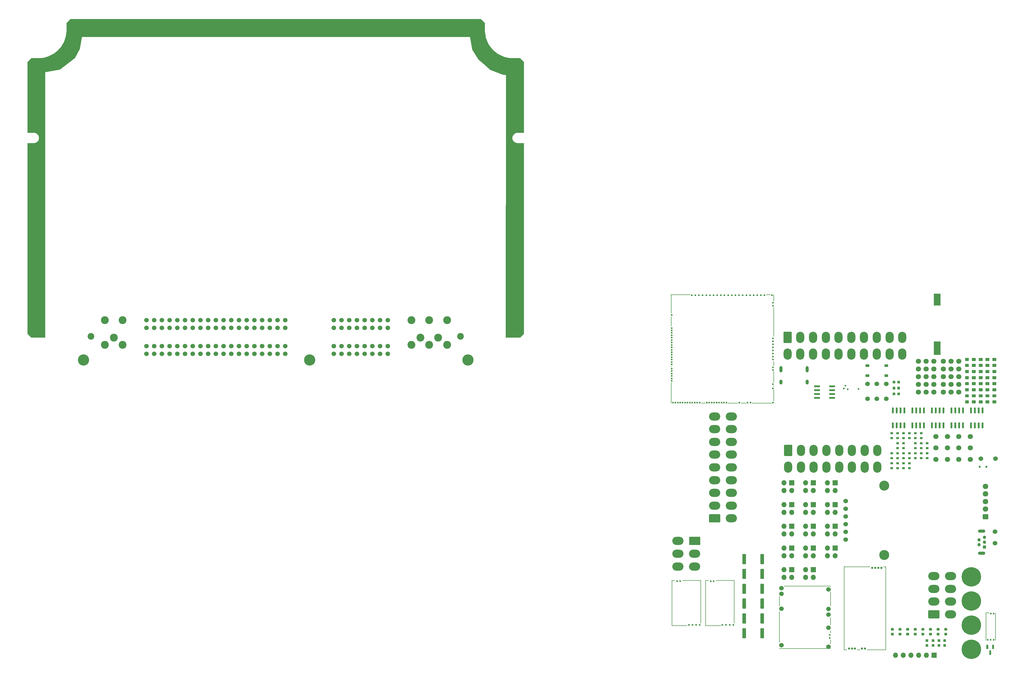
<source format=gbl>
G04 #@! TF.GenerationSoftware,KiCad,Pcbnew,8.0.8*
G04 #@! TF.CreationDate,2025-12-05T18:20:35-05:00*
G04 #@! TF.ProjectId,hellen121vag,68656c6c-656e-4313-9231-7661672e6b69,d*
G04 #@! TF.SameCoordinates,PX2b953a0PY6943058*
G04 #@! TF.FileFunction,Copper,L4,Bot*
G04 #@! TF.FilePolarity,Positive*
%FSLAX46Y46*%
G04 Gerber Fmt 4.6, Leading zero omitted, Abs format (unit mm)*
G04 Created by KiCad (PCBNEW 8.0.8) date 2025-12-05 18:20:35*
%MOMM*%
%LPD*%
G01*
G04 APERTURE LIST*
G04 #@! TA.AperFunction,ComponentPad*
%ADD10C,2.600000*%
G04 #@! TD*
G04 #@! TA.AperFunction,ComponentPad*
%ADD11C,1.500000*%
G04 #@! TD*
G04 #@! TA.AperFunction,ComponentPad*
%ADD12C,3.700000*%
G04 #@! TD*
G04 #@! TA.AperFunction,ComponentPad*
%ADD13C,2.200000*%
G04 #@! TD*
G04 #@! TA.AperFunction,ComponentPad*
%ADD14O,1.700000X1.700000*%
G04 #@! TD*
G04 #@! TA.AperFunction,ComponentPad*
%ADD15R,1.700000X1.700000*%
G04 #@! TD*
G04 #@! TA.AperFunction,ComponentPad*
%ADD16C,1.700000*%
G04 #@! TD*
G04 #@! TA.AperFunction,SMDPad,CuDef*
%ADD17R,2.299995X3.999992*%
G04 #@! TD*
G04 #@! TA.AperFunction,SMDPad,CuDef*
%ADD18R,2.299995X4.399991*%
G04 #@! TD*
G04 #@! TA.AperFunction,ComponentPad*
%ADD19C,1.524000*%
G04 #@! TD*
G04 #@! TA.AperFunction,ComponentPad*
%ADD20C,3.302000*%
G04 #@! TD*
G04 #@! TA.AperFunction,ComponentPad*
%ADD21C,0.800000*%
G04 #@! TD*
G04 #@! TA.AperFunction,ComponentPad*
%ADD22C,6.400000*%
G04 #@! TD*
G04 #@! TA.AperFunction,ComponentPad*
%ADD23O,3.700000X2.700000*%
G04 #@! TD*
G04 #@! TA.AperFunction,ComponentPad*
%ADD24C,0.600000*%
G04 #@! TD*
G04 #@! TA.AperFunction,SMDPad,CuDef*
%ADD25R,0.200000X6.300000*%
G04 #@! TD*
G04 #@! TA.AperFunction,SMDPad,CuDef*
%ADD26R,0.200000X3.300000*%
G04 #@! TD*
G04 #@! TA.AperFunction,SMDPad,CuDef*
%ADD27R,0.200000X0.400000*%
G04 #@! TD*
G04 #@! TA.AperFunction,SMDPad,CuDef*
%ADD28R,0.200000X7.000000*%
G04 #@! TD*
G04 #@! TA.AperFunction,SMDPad,CuDef*
%ADD29R,6.400000X0.200000*%
G04 #@! TD*
G04 #@! TA.AperFunction,SMDPad,CuDef*
%ADD30R,1.400000X0.200000*%
G04 #@! TD*
G04 #@! TA.AperFunction,SMDPad,CuDef*
%ADD31R,3.300000X0.200000*%
G04 #@! TD*
G04 #@! TA.AperFunction,SMDPad,CuDef*
%ADD32R,1.700000X0.200000*%
G04 #@! TD*
G04 #@! TA.AperFunction,SMDPad,CuDef*
%ADD33R,0.200000X2.300000*%
G04 #@! TD*
G04 #@! TA.AperFunction,SMDPad,CuDef*
%ADD34R,0.200000X9.700000*%
G04 #@! TD*
G04 #@! TA.AperFunction,SMDPad,CuDef*
%ADD35R,0.200000X1.600000*%
G04 #@! TD*
G04 #@! TA.AperFunction,SMDPad,CuDef*
%ADD36R,0.200000X3.700000*%
G04 #@! TD*
G04 #@! TA.AperFunction,ComponentPad*
%ADD37O,1.000000X1.600000*%
G04 #@! TD*
G04 #@! TA.AperFunction,ComponentPad*
%ADD38O,1.000000X2.100000*%
G04 #@! TD*
G04 #@! TA.AperFunction,SMDPad,CuDef*
%ADD39R,5.175000X0.250000*%
G04 #@! TD*
G04 #@! TA.AperFunction,SMDPad,CuDef*
%ADD40R,0.250000X15.100000*%
G04 #@! TD*
G04 #@! TA.AperFunction,SMDPad,CuDef*
%ADD41R,0.250000X14.275000*%
G04 #@! TD*
G04 #@! TA.AperFunction,SMDPad,CuDef*
%ADD42R,1.115000X0.250000*%
G04 #@! TD*
G04 #@! TA.AperFunction,SMDPad,CuDef*
%ADD43R,6.185000X0.250000*%
G04 #@! TD*
G04 #@! TA.AperFunction,ComponentPad*
%ADD44O,2.700000X3.700000*%
G04 #@! TD*
G04 #@! TA.AperFunction,ComponentPad*
%ADD45C,0.700000*%
G04 #@! TD*
G04 #@! TA.AperFunction,SMDPad,CuDef*
%ADD46R,0.950000X0.250000*%
G04 #@! TD*
G04 #@! TA.AperFunction,SMDPad,CuDef*
%ADD47R,8.750000X0.250000*%
G04 #@! TD*
G04 #@! TA.AperFunction,SMDPad,CuDef*
%ADD48R,0.250000X27.600000*%
G04 #@! TD*
G04 #@! TA.AperFunction,SMDPad,CuDef*
%ADD49R,6.300000X0.250000*%
G04 #@! TD*
G04 #@! TA.AperFunction,SMDPad,CuDef*
%ADD50R,0.980000X0.250000*%
G04 #@! TD*
G04 #@! TA.AperFunction,SMDPad,CuDef*
%ADD51R,1.100000X0.250000*%
G04 #@! TD*
G04 #@! TA.AperFunction,ComponentPad*
%ADD52O,1.850000X1.700000*%
G04 #@! TD*
G04 #@! TA.AperFunction,ComponentPad*
%ADD53O,2.400000X1.100000*%
G04 #@! TD*
G04 #@! TA.AperFunction,ComponentPad*
%ADD54C,1.100000*%
G04 #@! TD*
G04 #@! TA.AperFunction,ComponentPad*
%ADD55R,1.100000X1.100000*%
G04 #@! TD*
G04 #@! TA.AperFunction,SMDPad,CuDef*
%ADD56O,0.200000X1.500000*%
G04 #@! TD*
G04 #@! TA.AperFunction,SMDPad,CuDef*
%ADD57O,0.200000X1.000000*%
G04 #@! TD*
G04 #@! TA.AperFunction,SMDPad,CuDef*
%ADD58O,0.200000X2.600000*%
G04 #@! TD*
G04 #@! TA.AperFunction,SMDPad,CuDef*
%ADD59O,0.200000X4.800000*%
G04 #@! TD*
G04 #@! TA.AperFunction,SMDPad,CuDef*
%ADD60O,0.200000X0.300000*%
G04 #@! TD*
G04 #@! TA.AperFunction,SMDPad,CuDef*
%ADD61O,15.400000X0.200000*%
G04 #@! TD*
G04 #@! TA.AperFunction,SMDPad,CuDef*
%ADD62O,17.000000X0.200000*%
G04 #@! TD*
G04 #@! TA.AperFunction,SMDPad,CuDef*
%ADD63O,0.200000X10.200000*%
G04 #@! TD*
G04 #@! TA.AperFunction,SMDPad,CuDef*
%ADD64O,0.200000X3.300000*%
G04 #@! TD*
G04 #@! TA.AperFunction,ComponentPad*
%ADD65C,0.599999*%
G04 #@! TD*
G04 #@! TA.AperFunction,SMDPad,CuDef*
%ADD66O,0.200000X9.300000*%
G04 #@! TD*
G04 #@! TA.AperFunction,SMDPad,CuDef*
%ADD67O,1.225000X0.200000*%
G04 #@! TD*
G04 #@! TA.AperFunction,ViaPad*
%ADD68C,2.000000*%
G04 #@! TD*
G04 APERTURE END LIST*
D10*
G04 #@! TO.P,P1,121,121*
G04 #@! TO.N,unconnected-(P1-Pad121)*
X138448000Y18622000D03*
G04 #@! TO.P,P1,120,120*
G04 #@! TO.N,unconnected-(P1-Pad120)*
X132548000Y18622000D03*
G04 #@! TO.P,P1,119,119*
G04 #@! TO.N,unconnected-(P1-Pad119)*
X126748000Y18622000D03*
G04 #@! TO.P,P1,118,118*
G04 #@! TO.N,unconnected-(P1-Pad118)*
X135548000Y12822000D03*
G04 #@! TO.P,P1,117,117*
G04 #@! TO.N,unconnected-(P1-Pad117)*
X129648000Y12822000D03*
G04 #@! TO.P,P1,116,116*
G04 #@! TO.N,unconnected-(P1-Pad116)*
X138448000Y10492000D03*
G04 #@! TO.P,P1,115,115*
G04 #@! TO.N,unconnected-(P1-Pad115)*
X132548000Y10492000D03*
G04 #@! TO.P,P1,114,114*
G04 #@! TO.N,unconnected-(P1-Pad114)*
X126748000Y10492000D03*
D11*
G04 #@! TO.P,P1,113,113*
G04 #@! TO.N,unconnected-(P1-Pad113)*
X118918000Y18622000D03*
G04 #@! TO.P,P1,112,112*
G04 #@! TO.N,unconnected-(P1-Pad112)*
X116378000Y18622000D03*
G04 #@! TO.P,P1,111,111*
G04 #@! TO.N,unconnected-(P1-Pad111)*
X113838000Y18622000D03*
G04 #@! TO.P,P1,110,110*
G04 #@! TO.N,unconnected-(P1-Pad110)*
X111298000Y18622000D03*
G04 #@! TO.P,P1,109,109*
G04 #@! TO.N,unconnected-(P1-Pad109)*
X108758000Y18622000D03*
G04 #@! TO.P,P1,108,108*
G04 #@! TO.N,unconnected-(P1-Pad108)*
X106218000Y18622000D03*
G04 #@! TO.P,P1,107,107*
G04 #@! TO.N,unconnected-(P1-Pad107)*
X103678000Y18622000D03*
G04 #@! TO.P,P1,106,106*
G04 #@! TO.N,unconnected-(P1-Pad106)*
X101138000Y18622000D03*
G04 #@! TO.P,P1,105,105*
G04 #@! TO.N,unconnected-(P1-Pad105)*
X118918000Y16082000D03*
G04 #@! TO.P,P1,104,104*
G04 #@! TO.N,unconnected-(P1-Pad104)*
X116378000Y16082000D03*
G04 #@! TO.P,P1,103,103*
G04 #@! TO.N,unconnected-(P1-Pad103)*
X113838000Y16082000D03*
G04 #@! TO.P,P1,102,102*
G04 #@! TO.N,unconnected-(P1-Pad102)*
X111298000Y16082000D03*
G04 #@! TO.P,P1,101,101*
G04 #@! TO.N,unconnected-(P1-Pad101)*
X108758000Y16082000D03*
G04 #@! TO.P,P1,100,100*
G04 #@! TO.N,unconnected-(P1-Pad100)*
X106218000Y16082000D03*
G04 #@! TO.P,P1,99,99*
G04 #@! TO.N,unconnected-(P1-Pad99)*
X103678000Y16082000D03*
G04 #@! TO.P,P1,98,98*
G04 #@! TO.N,unconnected-(P1-Pad98)*
X101138000Y16082000D03*
G04 #@! TO.P,P1,97,97*
G04 #@! TO.N,unconnected-(P1-Pad97)*
X118918000Y10032000D03*
G04 #@! TO.P,P1,96,96*
G04 #@! TO.N,unconnected-(P1-Pad96)*
X116378000Y10032000D03*
G04 #@! TO.P,P1,95,95*
G04 #@! TO.N,unconnected-(P1-Pad95)*
X113838000Y10032000D03*
G04 #@! TO.P,P1,94,94*
G04 #@! TO.N,unconnected-(P1-Pad94)*
X111298000Y10032000D03*
G04 #@! TO.P,P1,93,93*
G04 #@! TO.N,unconnected-(P1-Pad93)*
X108758000Y10032000D03*
G04 #@! TO.P,P1,92,92*
G04 #@! TO.N,unconnected-(P1-Pad92)*
X106218000Y10032000D03*
G04 #@! TO.P,P1,91,91*
G04 #@! TO.N,unconnected-(P1-Pad91)*
X103678000Y10032000D03*
G04 #@! TO.P,P1,90,90*
G04 #@! TO.N,unconnected-(P1-Pad90)*
X101138000Y10032000D03*
G04 #@! TO.P,P1,89,89*
G04 #@! TO.N,unconnected-(P1-Pad89)*
X118918000Y7492000D03*
G04 #@! TO.P,P1,88,88*
G04 #@! TO.N,unconnected-(P1-Pad88)*
X116378000Y7492000D03*
G04 #@! TO.P,P1,87,87*
G04 #@! TO.N,unconnected-(P1-Pad87)*
X113838000Y7492000D03*
G04 #@! TO.P,P1,86,86*
G04 #@! TO.N,unconnected-(P1-Pad86)*
X111298000Y7492000D03*
G04 #@! TO.P,P1,85,85*
G04 #@! TO.N,unconnected-(P1-Pad85)*
X108758000Y7492000D03*
G04 #@! TO.P,P1,84,84*
G04 #@! TO.N,unconnected-(P1-Pad84)*
X106218000Y7492000D03*
G04 #@! TO.P,P1,83,83*
G04 #@! TO.N,unconnected-(P1-Pad83)*
X103678000Y7492000D03*
G04 #@! TO.P,P1,82,82*
G04 #@! TO.N,unconnected-(P1-Pad82)*
X101138000Y7492000D03*
G04 #@! TO.P,P1,81,81*
G04 #@! TO.N,unconnected-(P1-Pad81)*
X39448000Y7492000D03*
G04 #@! TO.P,P1,80,80*
G04 #@! TO.N,unconnected-(P1-Pad80)*
X41988000Y7492000D03*
G04 #@! TO.P,P1,79,79*
G04 #@! TO.N,unconnected-(P1-Pad79)*
X44528000Y7492000D03*
G04 #@! TO.P,P1,78,78*
G04 #@! TO.N,unconnected-(P1-Pad78)*
X47068000Y7492000D03*
G04 #@! TO.P,P1,77,77*
G04 #@! TO.N,unconnected-(P1-Pad77)*
X49608000Y7492000D03*
G04 #@! TO.P,P1,76,76*
G04 #@! TO.N,unconnected-(P1-Pad76)*
X52148000Y7492000D03*
G04 #@! TO.P,P1,75,75*
G04 #@! TO.N,unconnected-(P1-Pad75)*
X54688000Y7492000D03*
G04 #@! TO.P,P1,74,74*
G04 #@! TO.N,unconnected-(P1-Pad74)*
X57228000Y7492000D03*
G04 #@! TO.P,P1,73,73*
G04 #@! TO.N,unconnected-(P1-Pad73)*
X59768000Y7492000D03*
G04 #@! TO.P,P1,72,72*
G04 #@! TO.N,unconnected-(P1-Pad72)*
X62308000Y7492000D03*
G04 #@! TO.P,P1,71,71*
G04 #@! TO.N,unconnected-(P1-Pad71)*
X64848000Y7492000D03*
G04 #@! TO.P,P1,70,70*
G04 #@! TO.N,unconnected-(P1-Pad70)*
X67388000Y7492000D03*
G04 #@! TO.P,P1,69,69*
G04 #@! TO.N,unconnected-(P1-Pad69)*
X69928000Y7492000D03*
G04 #@! TO.P,P1,68,68*
G04 #@! TO.N,unconnected-(P1-Pad68)*
X72468000Y7492000D03*
G04 #@! TO.P,P1,67,67*
G04 #@! TO.N,unconnected-(P1-Pad67)*
X75008000Y7492000D03*
G04 #@! TO.P,P1,66,66*
G04 #@! TO.N,unconnected-(P1-Pad66)*
X77548000Y7492000D03*
G04 #@! TO.P,P1,65,65*
G04 #@! TO.N,unconnected-(P1-Pad65)*
X80088000Y7492000D03*
G04 #@! TO.P,P1,64,64*
G04 #@! TO.N,unconnected-(P1-Pad64)*
X82628000Y7492000D03*
G04 #@! TO.P,P1,63,63*
G04 #@! TO.N,unconnected-(P1-Pad63)*
X85168000Y7492000D03*
G04 #@! TO.P,P1,62,62*
G04 #@! TO.N,unconnected-(P1-Pad62)*
X39448000Y10032000D03*
G04 #@! TO.P,P1,61,61*
G04 #@! TO.N,unconnected-(P1-Pad61)*
X41988000Y10032000D03*
G04 #@! TO.P,P1,60,60*
G04 #@! TO.N,unconnected-(P1-Pad60)*
X44528000Y10032000D03*
G04 #@! TO.P,P1,59,59*
G04 #@! TO.N,unconnected-(P1-Pad59)*
X47068000Y10032000D03*
G04 #@! TO.P,P1,58,58*
G04 #@! TO.N,unconnected-(P1-Pad58)*
X49608000Y10032000D03*
G04 #@! TO.P,P1,57,57*
G04 #@! TO.N,unconnected-(P1-Pad57)*
X52148000Y10032000D03*
G04 #@! TO.P,P1,56,56*
G04 #@! TO.N,unconnected-(P1-Pad56)*
X54688000Y10032000D03*
G04 #@! TO.P,P1,55,55*
G04 #@! TO.N,unconnected-(P1-Pad55)*
X57228000Y10032000D03*
G04 #@! TO.P,P1,54,54*
G04 #@! TO.N,unconnected-(P1-Pad54)*
X59768000Y10032000D03*
G04 #@! TO.P,P1,53,53*
G04 #@! TO.N,unconnected-(P1-Pad53)*
X62308000Y10032000D03*
G04 #@! TO.P,P1,52,52*
G04 #@! TO.N,unconnected-(P1-Pad52)*
X64848000Y10032000D03*
G04 #@! TO.P,P1,51,51*
G04 #@! TO.N,unconnected-(P1-Pad51)*
X67388000Y10032000D03*
G04 #@! TO.P,P1,50,50*
G04 #@! TO.N,unconnected-(P1-Pad50)*
X69928000Y10032000D03*
G04 #@! TO.P,P1,49,49*
G04 #@! TO.N,unconnected-(P1-Pad49)*
X72468000Y10032000D03*
G04 #@! TO.P,P1,48,48*
G04 #@! TO.N,unconnected-(P1-Pad48)*
X75008000Y10032000D03*
G04 #@! TO.P,P1,47,47*
G04 #@! TO.N,unconnected-(P1-Pad47)*
X77548000Y10032000D03*
G04 #@! TO.P,P1,46,46*
G04 #@! TO.N,unconnected-(P1-Pad46)*
X80088000Y10032000D03*
G04 #@! TO.P,P1,45,45*
G04 #@! TO.N,unconnected-(P1-Pad45)*
X82628000Y10032000D03*
G04 #@! TO.P,P1,44,44*
G04 #@! TO.N,unconnected-(P1-Pad44)*
X85168000Y10032000D03*
G04 #@! TO.P,P1,43,43*
G04 #@! TO.N,unconnected-(P1-Pad43)*
X39448000Y16082000D03*
G04 #@! TO.P,P1,42,42*
G04 #@! TO.N,unconnected-(P1-Pad42)*
X41988000Y16082000D03*
G04 #@! TO.P,P1,41,41*
G04 #@! TO.N,unconnected-(P1-Pad41)*
X44528000Y16082000D03*
G04 #@! TO.P,P1,40,40*
G04 #@! TO.N,unconnected-(P1-Pad40)*
X47068000Y16082000D03*
G04 #@! TO.P,P1,39,39*
G04 #@! TO.N,unconnected-(P1-Pad39)*
X49608000Y16082000D03*
G04 #@! TO.P,P1,38,38*
G04 #@! TO.N,unconnected-(P1-Pad38)*
X52148000Y16082000D03*
G04 #@! TO.P,P1,37,37*
G04 #@! TO.N,unconnected-(P1-Pad37)*
X54688000Y16082000D03*
G04 #@! TO.P,P1,36,36*
G04 #@! TO.N,unconnected-(P1-Pad36)*
X57228000Y16082000D03*
G04 #@! TO.P,P1,35,35*
G04 #@! TO.N,unconnected-(P1-Pad35)*
X59768000Y16082000D03*
G04 #@! TO.P,P1,34,34*
G04 #@! TO.N,unconnected-(P1-Pad34)*
X62308000Y16082000D03*
G04 #@! TO.P,P1,33,33*
G04 #@! TO.N,unconnected-(P1-Pad33)*
X64848000Y16082000D03*
G04 #@! TO.P,P1,32,32*
G04 #@! TO.N,unconnected-(P1-Pad32)*
X67388000Y16082000D03*
G04 #@! TO.P,P1,31,31*
G04 #@! TO.N,unconnected-(P1-Pad31)*
X69928000Y16082000D03*
G04 #@! TO.P,P1,30,30*
G04 #@! TO.N,unconnected-(P1-Pad30)*
X72468000Y16082000D03*
G04 #@! TO.P,P1,29,29*
G04 #@! TO.N,unconnected-(P1-Pad29)*
X75008000Y16082000D03*
G04 #@! TO.P,P1,28,28*
G04 #@! TO.N,unconnected-(P1-Pad28)*
X77548000Y16082000D03*
G04 #@! TO.P,P1,27,27*
G04 #@! TO.N,unconnected-(P1-Pad27)*
X80088000Y16082000D03*
G04 #@! TO.P,P1,26,26*
G04 #@! TO.N,unconnected-(P1-Pad26)*
X82628000Y16082000D03*
G04 #@! TO.P,P1,25,25*
G04 #@! TO.N,unconnected-(P1-Pad25)*
X85168000Y16082000D03*
G04 #@! TO.P,P1,24,24*
G04 #@! TO.N,unconnected-(P1-Pad24)*
X39448000Y18622000D03*
G04 #@! TO.P,P1,23,23*
G04 #@! TO.N,unconnected-(P1-Pad23)*
X41988000Y18622000D03*
G04 #@! TO.P,P1,22,22*
G04 #@! TO.N,unconnected-(P1-Pad22)*
X44528000Y18622000D03*
G04 #@! TO.P,P1,21,21*
G04 #@! TO.N,unconnected-(P1-Pad21)*
X47068000Y18622000D03*
G04 #@! TO.P,P1,20,20*
G04 #@! TO.N,unconnected-(P1-Pad20)*
X49608000Y18622000D03*
G04 #@! TO.P,P1,19,19*
G04 #@! TO.N,unconnected-(P1-Pad19)*
X52148000Y18622000D03*
G04 #@! TO.P,P1,18,18*
G04 #@! TO.N,unconnected-(P1-Pad18)*
X54688000Y18622000D03*
G04 #@! TO.P,P1,17,17*
G04 #@! TO.N,unconnected-(P1-Pad17)*
X57228000Y18622000D03*
G04 #@! TO.P,P1,16,16*
G04 #@! TO.N,unconnected-(P1-Pad16)*
X59768000Y18622000D03*
G04 #@! TO.P,P1,15,15*
G04 #@! TO.N,unconnected-(P1-Pad15)*
X62308000Y18622000D03*
G04 #@! TO.P,P1,14,14*
G04 #@! TO.N,unconnected-(P1-Pad14)*
X64848000Y18622000D03*
G04 #@! TO.P,P1,13,13*
G04 #@! TO.N,unconnected-(P1-Pad13)*
X67388000Y18622000D03*
G04 #@! TO.P,P1,12,12*
G04 #@! TO.N,unconnected-(P1-Pad12)*
X69928000Y18622000D03*
G04 #@! TO.P,P1,11,11*
G04 #@! TO.N,unconnected-(P1-Pad11)*
X72468000Y18622000D03*
G04 #@! TO.P,P1,10,10*
G04 #@! TO.N,unconnected-(P1-Pad10)*
X75008000Y18622000D03*
G04 #@! TO.P,P1,9,9*
G04 #@! TO.N,unconnected-(P1-Pad9)*
X77548000Y18622000D03*
G04 #@! TO.P,P1,8,8*
G04 #@! TO.N,unconnected-(P1-Pad8)*
X80088000Y18622000D03*
G04 #@! TO.P,P1,7,7*
G04 #@! TO.N,unconnected-(P1-Pad7)*
X82628000Y18622000D03*
G04 #@! TO.P,P1,6,6*
G04 #@! TO.N,unconnected-(P1-Pad6)*
X85168000Y18622000D03*
D10*
G04 #@! TO.P,P1,5,5*
G04 #@! TO.N,unconnected-(P1-Pad5)*
X31548000Y18622000D03*
G04 #@! TO.P,P1,4,4*
G04 #@! TO.N,unconnected-(P1-Pad4)*
X25748000Y18622000D03*
G04 #@! TO.P,P1,3,3*
G04 #@! TO.N,unconnected-(P1-Pad3)*
X28648000Y12822000D03*
G04 #@! TO.P,P1,2,2*
G04 #@! TO.N,unconnected-(P1-Pad2)*
X31548000Y10492000D03*
G04 #@! TO.P,P1,1,1*
G04 #@! TO.N,unconnected-(P1-Pad1)*
X25748000Y10492000D03*
D12*
G04 #@! TO.P,P1,*
G04 #@! TO.N,*
X18648000Y5492000D03*
X93148000Y5492000D03*
X145348000Y5492000D03*
D13*
X142898000Y13292000D03*
X21098000Y13292000D03*
G04 #@! TD*
D14*
G04 #@! TO.P,J21,4,Pin_4*
G04 #@! TO.N,N/C*
X263755000Y-44690000D03*
G04 #@! TO.P,J21,3,Pin_3*
X266295000Y-44690000D03*
G04 #@! TO.P,J21,2,Pin_2*
X263755000Y-42150000D03*
D15*
G04 #@! TO.P,J21,1,Pin_1*
X266295000Y-42150000D03*
G04 #@! TD*
G04 #@! TO.P,D4,2,A*
G04 #@! TO.N,N/C*
G04 #@! TA.AperFunction,SMDPad,CuDef*
G36*
G01*
X283710000Y3175000D02*
X282690000Y3175000D01*
G75*
G02*
X282600000Y3265000I0J90000D01*
G01*
X282600000Y3985000D01*
G75*
G02*
X282690000Y4075000I90000J0D01*
G01*
X283710000Y4075000D01*
G75*
G02*
X283800000Y3985000I0J-90000D01*
G01*
X283800000Y3265000D01*
G75*
G02*
X283710000Y3175000I-90000J0D01*
G01*
G37*
G04 #@! TD.AperFunction*
G04 #@! TO.P,D4,1,K*
G04 #@! TO.N,+12V_RAW*
G04 #@! TA.AperFunction,SMDPad,CuDef*
G36*
G01*
X283710000Y-125000D02*
X282690000Y-125000D01*
G75*
G02*
X282600000Y-35000I0J90000D01*
G01*
X282600000Y685000D01*
G75*
G02*
X282690000Y775000I90000J0D01*
G01*
X283710000Y775000D01*
G75*
G02*
X283800000Y685000I0J-90000D01*
G01*
X283800000Y-35000D01*
G75*
G02*
X283710000Y-125000I-90000J0D01*
G01*
G37*
G04 #@! TD.AperFunction*
G04 #@! TD*
G04 #@! TO.P,C30,2*
G04 #@! TO.N,N/C*
G04 #@! TA.AperFunction,SMDPad,CuDef*
G36*
G01*
X286110000Y-5344956D02*
X286110000Y-6024956D01*
G75*
G02*
X286025000Y-6109956I-85000J0D01*
G01*
X285345000Y-6109956D01*
G75*
G02*
X285260000Y-6024956I0J85000D01*
G01*
X285260000Y-5344956D01*
G75*
G02*
X285345000Y-5259956I85000J0D01*
G01*
X286025000Y-5259956D01*
G75*
G02*
X286110000Y-5344956I0J-85000D01*
G01*
G37*
G04 #@! TD.AperFunction*
G04 #@! TO.P,C30,1*
G04 #@! TO.N,GND*
G04 #@! TA.AperFunction,SMDPad,CuDef*
G36*
G01*
X287690002Y-5344956D02*
X287690002Y-6024956D01*
G75*
G02*
X287605002Y-6109956I-85000J0D01*
G01*
X286925002Y-6109956D01*
G75*
G02*
X286840002Y-6024956I0J85000D01*
G01*
X286840002Y-5344956D01*
G75*
G02*
X286925002Y-5259956I85000J0D01*
G01*
X287605002Y-5259956D01*
G75*
G02*
X287690002Y-5344956I0J-85000D01*
G01*
G37*
G04 #@! TD.AperFunction*
G04 #@! TD*
D16*
G04 #@! TO.P,P16,1,Pin_1*
G04 #@! TO.N,N/C*
X310850000Y-19715000D03*
G04 #@! TD*
G04 #@! TO.P,C10,2*
G04 #@! TO.N,N/C*
G04 #@! TA.AperFunction,SMDPad,CuDef*
G36*
G01*
X319290000Y1175000D02*
X318240000Y1175000D01*
G75*
G02*
X318140000Y1275000I0J100000D01*
G01*
X318140000Y2075000D01*
G75*
G02*
X318240000Y2175000I100000J0D01*
G01*
X319290000Y2175000D01*
G75*
G02*
X319390000Y2075000I0J-100000D01*
G01*
X319390000Y1275000D01*
G75*
G02*
X319290000Y1175000I-100000J0D01*
G01*
G37*
G04 #@! TD.AperFunction*
G04 #@! TO.P,C10,1*
G04 #@! TO.N,GND*
G04 #@! TA.AperFunction,SMDPad,CuDef*
G36*
G01*
X319290000Y-825000D02*
X318240000Y-825000D01*
G75*
G02*
X318140000Y-725000I0J100000D01*
G01*
X318140000Y75000D01*
G75*
G02*
X318240000Y175000I100000J0D01*
G01*
X319290000Y175000D01*
G75*
G02*
X319390000Y75000I0J-100000D01*
G01*
X319390000Y-725000D01*
G75*
G02*
X319290000Y-825000I-100000J0D01*
G01*
G37*
G04 #@! TD.AperFunction*
G04 #@! TD*
G04 #@! TO.P,C27,2*
G04 #@! TO.N,+5VA*
G04 #@! TA.AperFunction,SMDPad,CuDef*
G36*
G01*
X296239896Y-88135002D02*
X296919896Y-88135002D01*
G75*
G02*
X297004896Y-88220002I0J-85000D01*
G01*
X297004896Y-88900002D01*
G75*
G02*
X296919896Y-88985002I-85000J0D01*
G01*
X296239896Y-88985002D01*
G75*
G02*
X296154896Y-88900002I0J85000D01*
G01*
X296154896Y-88220002D01*
G75*
G02*
X296239896Y-88135002I85000J0D01*
G01*
G37*
G04 #@! TD.AperFunction*
G04 #@! TO.P,C27,1*
G04 #@! TO.N,GND*
G04 #@! TA.AperFunction,SMDPad,CuDef*
G36*
G01*
X296239896Y-86555000D02*
X296919896Y-86555000D01*
G75*
G02*
X297004896Y-86640000I0J-85000D01*
G01*
X297004896Y-87320000D01*
G75*
G02*
X296919896Y-87405000I-85000J0D01*
G01*
X296239896Y-87405000D01*
G75*
G02*
X296154896Y-87320000I0J85000D01*
G01*
X296154896Y-86640000D01*
G75*
G02*
X296239896Y-86555000I85000J0D01*
G01*
G37*
G04 #@! TD.AperFunction*
G04 #@! TD*
G04 #@! TO.P,R20,2*
G04 #@! TO.N,N/C*
G04 #@! TA.AperFunction,SMDPad,CuDef*
G36*
G01*
X236975000Y-58695000D02*
X236975000Y-61545000D01*
G75*
G02*
X236725000Y-61795000I-250000J0D01*
G01*
X236000000Y-61795000D01*
G75*
G02*
X235750000Y-61545000I0J250000D01*
G01*
X235750000Y-58695000D01*
G75*
G02*
X236000000Y-58445000I250000J0D01*
G01*
X236725000Y-58445000D01*
G75*
G02*
X236975000Y-58695000I0J-250000D01*
G01*
G37*
G04 #@! TD.AperFunction*
G04 #@! TO.P,R20,1*
G04 #@! TA.AperFunction,SMDPad,CuDef*
G36*
G01*
X242900000Y-58695000D02*
X242900000Y-61545000D01*
G75*
G02*
X242650000Y-61795000I-250000J0D01*
G01*
X241925000Y-61795000D01*
G75*
G02*
X241675000Y-61545000I0J250000D01*
G01*
X241675000Y-58695000D01*
G75*
G02*
X241925000Y-58445000I250000J0D01*
G01*
X242650000Y-58445000D01*
G75*
G02*
X242900000Y-58695000I0J-250000D01*
G01*
G37*
G04 #@! TD.AperFunction*
G04 #@! TD*
G04 #@! TO.P,D8,3,A*
G04 #@! TO.N,GND*
G04 #@! TA.AperFunction,SMDPad,CuDef*
G36*
G01*
X317255000Y-90200000D02*
X317555000Y-90200000D01*
G75*
G02*
X317705000Y-90350000I0J-150000D01*
G01*
X317705000Y-91525000D01*
G75*
G02*
X317555000Y-91675000I-150000J0D01*
G01*
X317255000Y-91675000D01*
G75*
G02*
X317105000Y-91525000I0J150000D01*
G01*
X317105000Y-90350000D01*
G75*
G02*
X317255000Y-90200000I150000J0D01*
G01*
G37*
G04 #@! TD.AperFunction*
G04 #@! TO.P,D8,2,K*
G04 #@! TO.N,N/C*
G04 #@! TA.AperFunction,SMDPad,CuDef*
G36*
G01*
X318205000Y-88325000D02*
X318505000Y-88325000D01*
G75*
G02*
X318655000Y-88475000I0J-150000D01*
G01*
X318655000Y-89650000D01*
G75*
G02*
X318505000Y-89800000I-150000J0D01*
G01*
X318205000Y-89800000D01*
G75*
G02*
X318055000Y-89650000I0J150000D01*
G01*
X318055000Y-88475000D01*
G75*
G02*
X318205000Y-88325000I150000J0D01*
G01*
G37*
G04 #@! TD.AperFunction*
G04 #@! TO.P,D8,1,K*
G04 #@! TA.AperFunction,SMDPad,CuDef*
G36*
G01*
X316305000Y-88325000D02*
X316605000Y-88325000D01*
G75*
G02*
X316755000Y-88475000I0J-150000D01*
G01*
X316755000Y-89650000D01*
G75*
G02*
X316605000Y-89800000I-150000J0D01*
G01*
X316305000Y-89800000D01*
G75*
G02*
X316155000Y-89650000I0J150000D01*
G01*
X316155000Y-88475000D01*
G75*
G02*
X316305000Y-88325000I150000J0D01*
G01*
G37*
G04 #@! TD.AperFunction*
G04 #@! TD*
G04 #@! TO.P,G4,15*
G04 #@! TO.N,N/C*
X307068000Y5099000D03*
G04 #@! TO.P,G4,14*
X307068000Y2559000D03*
G04 #@! TO.P,G4,13*
X307068000Y19000D03*
G04 #@! TO.P,G4,12*
X307068000Y-2521000D03*
G04 #@! TO.P,G4,11*
X307068000Y-5061000D03*
G04 #@! TO.P,G4,10*
X304528000Y5099000D03*
G04 #@! TO.P,G4,9*
X304528000Y2559000D03*
G04 #@! TO.P,G4,8*
X304528000Y19000D03*
G04 #@! TO.P,G4,7*
X304528000Y-2521000D03*
G04 #@! TO.P,G4,6*
X304528000Y-5061000D03*
G04 #@! TO.P,G4,5*
X301988000Y5099000D03*
G04 #@! TO.P,G4,4*
X301988000Y2559000D03*
G04 #@! TO.P,G4,3*
X301988000Y19000D03*
G04 #@! TO.P,G4,2*
X301988000Y-2521000D03*
G04 #@! TO.P,G4,1*
X301988000Y-5061000D03*
G04 #@! TD*
G04 #@! TO.P,U10,8,D1*
G04 #@! TO.N,N/C*
G04 #@! TA.AperFunction,SMDPad,CuDef*
G36*
G01*
X304500000Y-15100000D02*
X304800000Y-15100000D01*
G75*
G02*
X304950000Y-15250000I0J-150000D01*
G01*
X304950000Y-16900000D01*
G75*
G02*
X304800000Y-17050000I-150000J0D01*
G01*
X304500000Y-17050000D01*
G75*
G02*
X304350000Y-16900000I0J150000D01*
G01*
X304350000Y-15250000D01*
G75*
G02*
X304500000Y-15100000I150000J0D01*
G01*
G37*
G04 #@! TD.AperFunction*
G04 #@! TO.P,U10,7,S1*
G04 #@! TO.N,GND*
G04 #@! TA.AperFunction,SMDPad,CuDef*
G36*
G01*
X305770000Y-15100000D02*
X306070000Y-15100000D01*
G75*
G02*
X306220000Y-15250000I0J-150000D01*
G01*
X306220000Y-16900000D01*
G75*
G02*
X306070000Y-17050000I-150000J0D01*
G01*
X305770000Y-17050000D01*
G75*
G02*
X305620000Y-16900000I0J150000D01*
G01*
X305620000Y-15250000D01*
G75*
G02*
X305770000Y-15100000I150000J0D01*
G01*
G37*
G04 #@! TD.AperFunction*
G04 #@! TO.P,U10,6,D2*
G04 #@! TO.N,N/C*
G04 #@! TA.AperFunction,SMDPad,CuDef*
G36*
G01*
X307040000Y-15100000D02*
X307340000Y-15100000D01*
G75*
G02*
X307490000Y-15250000I0J-150000D01*
G01*
X307490000Y-16900000D01*
G75*
G02*
X307340000Y-17050000I-150000J0D01*
G01*
X307040000Y-17050000D01*
G75*
G02*
X306890000Y-16900000I0J150000D01*
G01*
X306890000Y-15250000D01*
G75*
G02*
X307040000Y-15100000I150000J0D01*
G01*
G37*
G04 #@! TD.AperFunction*
G04 #@! TO.P,U10,5,S2*
G04 #@! TO.N,GND*
G04 #@! TA.AperFunction,SMDPad,CuDef*
G36*
G01*
X308310000Y-15100000D02*
X308610000Y-15100000D01*
G75*
G02*
X308760000Y-15250000I0J-150000D01*
G01*
X308760000Y-16900000D01*
G75*
G02*
X308610000Y-17050000I-150000J0D01*
G01*
X308310000Y-17050000D01*
G75*
G02*
X308160000Y-16900000I0J150000D01*
G01*
X308160000Y-15250000D01*
G75*
G02*
X308310000Y-15100000I150000J0D01*
G01*
G37*
G04 #@! TD.AperFunction*
G04 #@! TO.P,U10,4,STATUS2*
G04 #@! TO.N,N/C*
G04 #@! TA.AperFunction,SMDPad,CuDef*
G36*
G01*
X308310000Y-10150000D02*
X308610000Y-10150000D01*
G75*
G02*
X308760000Y-10300000I0J-150000D01*
G01*
X308760000Y-11950000D01*
G75*
G02*
X308610000Y-12100000I-150000J0D01*
G01*
X308310000Y-12100000D01*
G75*
G02*
X308160000Y-11950000I0J150000D01*
G01*
X308160000Y-10300000D01*
G75*
G02*
X308310000Y-10150000I150000J0D01*
G01*
G37*
G04 #@! TD.AperFunction*
G04 #@! TO.P,U10,3,IN2*
G04 #@! TA.AperFunction,SMDPad,CuDef*
G36*
G01*
X307040000Y-10150000D02*
X307340000Y-10150000D01*
G75*
G02*
X307490000Y-10300000I0J-150000D01*
G01*
X307490000Y-11950000D01*
G75*
G02*
X307340000Y-12100000I-150000J0D01*
G01*
X307040000Y-12100000D01*
G75*
G02*
X306890000Y-11950000I0J150000D01*
G01*
X306890000Y-10300000D01*
G75*
G02*
X307040000Y-10150000I150000J0D01*
G01*
G37*
G04 #@! TD.AperFunction*
G04 #@! TO.P,U10,2,STATUS1*
G04 #@! TA.AperFunction,SMDPad,CuDef*
G36*
G01*
X305770000Y-10150000D02*
X306070000Y-10150000D01*
G75*
G02*
X306220000Y-10300000I0J-150000D01*
G01*
X306220000Y-11950000D01*
G75*
G02*
X306070000Y-12100000I-150000J0D01*
G01*
X305770000Y-12100000D01*
G75*
G02*
X305620000Y-11950000I0J150000D01*
G01*
X305620000Y-10300000D01*
G75*
G02*
X305770000Y-10150000I150000J0D01*
G01*
G37*
G04 #@! TD.AperFunction*
G04 #@! TO.P,U10,1,IN1*
G04 #@! TA.AperFunction,SMDPad,CuDef*
G36*
G01*
X304500000Y-10150000D02*
X304800000Y-10150000D01*
G75*
G02*
X304950000Y-10300000I0J-150000D01*
G01*
X304950000Y-11950000D01*
G75*
G02*
X304800000Y-12100000I-150000J0D01*
G01*
X304500000Y-12100000D01*
G75*
G02*
X304350000Y-11950000I0J150000D01*
G01*
X304350000Y-10300000D01*
G75*
G02*
X304500000Y-10150000I150000J0D01*
G01*
G37*
G04 #@! TD.AperFunction*
G04 #@! TD*
D17*
G04 #@! TO.P,BT1,2,-*
G04 #@! TO.N,GND*
X299947263Y25375004D03*
D18*
G04 #@! TO.P,BT1,1,+*
G04 #@! TO.N,N/C*
X299947263Y9374985D03*
G04 #@! TD*
G04 #@! TO.P,R34,2*
G04 #@! TO.N,N/C*
G04 #@! TA.AperFunction,SMDPad,CuDef*
G36*
G01*
X291189589Y-28925000D02*
X290409589Y-28925000D01*
G75*
G02*
X290339589Y-28855000I0J70000D01*
G01*
X290339589Y-28295000D01*
G75*
G02*
X290409589Y-28225000I70000J0D01*
G01*
X291189589Y-28225000D01*
G75*
G02*
X291259589Y-28295000I0J-70000D01*
G01*
X291259589Y-28855000D01*
G75*
G02*
X291189589Y-28925000I-70000J0D01*
G01*
G37*
G04 #@! TD.AperFunction*
G04 #@! TO.P,R34,1*
G04 #@! TO.N,GND*
G04 #@! TA.AperFunction,SMDPad,CuDef*
G36*
G01*
X291189589Y-30525000D02*
X290409589Y-30525000D01*
G75*
G02*
X290339589Y-30455000I0J70000D01*
G01*
X290339589Y-29895000D01*
G75*
G02*
X290409589Y-29825000I70000J0D01*
G01*
X291189589Y-29825000D01*
G75*
G02*
X291259589Y-29895000I0J-70000D01*
G01*
X291259589Y-30455000D01*
G75*
G02*
X291189589Y-30525000I-70000J0D01*
G01*
G37*
G04 #@! TD.AperFunction*
G04 #@! TD*
G04 #@! TO.P,R31,2*
G04 #@! TO.N,N/C*
G04 #@! TA.AperFunction,SMDPad,CuDef*
G36*
G01*
X285342451Y-28925000D02*
X284562451Y-28925000D01*
G75*
G02*
X284492451Y-28855000I0J70000D01*
G01*
X284492451Y-28295000D01*
G75*
G02*
X284562451Y-28225000I70000J0D01*
G01*
X285342451Y-28225000D01*
G75*
G02*
X285412451Y-28295000I0J-70000D01*
G01*
X285412451Y-28855000D01*
G75*
G02*
X285342451Y-28925000I-70000J0D01*
G01*
G37*
G04 #@! TD.AperFunction*
G04 #@! TO.P,R31,1*
G04 #@! TO.N,GND*
G04 #@! TA.AperFunction,SMDPad,CuDef*
G36*
G01*
X285342451Y-30525000D02*
X284562451Y-30525000D01*
G75*
G02*
X284492451Y-30455000I0J70000D01*
G01*
X284492451Y-29895000D01*
G75*
G02*
X284562451Y-29825000I70000J0D01*
G01*
X285342451Y-29825000D01*
G75*
G02*
X285412451Y-29895000I0J-70000D01*
G01*
X285412451Y-30455000D01*
G75*
G02*
X285342451Y-30525000I-70000J0D01*
G01*
G37*
G04 #@! TD.AperFunction*
G04 #@! TD*
G04 #@! TO.P,C33,2*
G04 #@! TO.N,N/C*
G04 #@! TA.AperFunction,SMDPad,CuDef*
G36*
G01*
X302089851Y-88135002D02*
X302769851Y-88135002D01*
G75*
G02*
X302854851Y-88220002I0J-85000D01*
G01*
X302854851Y-88900002D01*
G75*
G02*
X302769851Y-88985002I-85000J0D01*
G01*
X302089851Y-88985002D01*
G75*
G02*
X302004851Y-88900002I0J85000D01*
G01*
X302004851Y-88220002D01*
G75*
G02*
X302089851Y-88135002I85000J0D01*
G01*
G37*
G04 #@! TD.AperFunction*
G04 #@! TO.P,C33,1*
G04 #@! TO.N,GND*
G04 #@! TA.AperFunction,SMDPad,CuDef*
G36*
G01*
X302089851Y-86555000D02*
X302769851Y-86555000D01*
G75*
G02*
X302854851Y-86640000I0J-85000D01*
G01*
X302854851Y-87320000D01*
G75*
G02*
X302769851Y-87405000I-85000J0D01*
G01*
X302089851Y-87405000D01*
G75*
G02*
X302004851Y-87320000I0J85000D01*
G01*
X302004851Y-86640000D01*
G75*
G02*
X302089851Y-86555000I85000J0D01*
G01*
G37*
G04 #@! TD.AperFunction*
G04 #@! TD*
G04 #@! TO.P,C17,2*
G04 #@! TO.N,N/C*
G04 #@! TA.AperFunction,SMDPad,CuDef*
G36*
G01*
X315990000Y-3825000D02*
X317040000Y-3825000D01*
G75*
G02*
X317140000Y-3925000I0J-100000D01*
G01*
X317140000Y-4725000D01*
G75*
G02*
X317040000Y-4825000I-100000J0D01*
G01*
X315990000Y-4825000D01*
G75*
G02*
X315890000Y-4725000I0J100000D01*
G01*
X315890000Y-3925000D01*
G75*
G02*
X315990000Y-3825000I100000J0D01*
G01*
G37*
G04 #@! TD.AperFunction*
G04 #@! TO.P,C17,1*
G04 #@! TO.N,GND*
G04 #@! TA.AperFunction,SMDPad,CuDef*
G36*
G01*
X315990000Y-1825000D02*
X317040000Y-1825000D01*
G75*
G02*
X317140000Y-1925000I0J-100000D01*
G01*
X317140000Y-2725000D01*
G75*
G02*
X317040000Y-2825000I-100000J0D01*
G01*
X315990000Y-2825000D01*
G75*
G02*
X315890000Y-2725000I0J100000D01*
G01*
X315890000Y-1925000D01*
G75*
G02*
X315990000Y-1825000I100000J0D01*
G01*
G37*
G04 #@! TD.AperFunction*
G04 #@! TD*
G04 #@! TO.P,R21,2*
G04 #@! TO.N,N/C*
G04 #@! TA.AperFunction,SMDPad,CuDef*
G36*
G01*
X236975000Y-63585000D02*
X236975000Y-66435000D01*
G75*
G02*
X236725000Y-66685000I-250000J0D01*
G01*
X236000000Y-66685000D01*
G75*
G02*
X235750000Y-66435000I0J250000D01*
G01*
X235750000Y-63585000D01*
G75*
G02*
X236000000Y-63335000I250000J0D01*
G01*
X236725000Y-63335000D01*
G75*
G02*
X236975000Y-63585000I0J-250000D01*
G01*
G37*
G04 #@! TD.AperFunction*
G04 #@! TO.P,R21,1*
G04 #@! TA.AperFunction,SMDPad,CuDef*
G36*
G01*
X242900000Y-63585000D02*
X242900000Y-66435000D01*
G75*
G02*
X242650000Y-66685000I-250000J0D01*
G01*
X241925000Y-66685000D01*
G75*
G02*
X241675000Y-66435000I0J250000D01*
G01*
X241675000Y-63585000D01*
G75*
G02*
X241925000Y-63335000I250000J0D01*
G01*
X242650000Y-63335000D01*
G75*
G02*
X242900000Y-63585000I0J-250000D01*
G01*
G37*
G04 #@! TD.AperFunction*
G04 #@! TD*
D19*
G04 #@! TO.P,U3,6,V_EX*
G04 #@! TO.N,N/C*
X269842000Y-53685500D03*
G04 #@! TO.P,U3,5,V2*
X269842000Y-51145500D03*
G04 #@! TO.P,U3,4,V1*
X269842000Y-48605500D03*
G04 #@! TO.P,U3,3,VCC*
G04 #@! TO.N,+5VA*
X269842000Y-46065500D03*
G04 #@! TO.P,U3,2,GND*
G04 #@! TO.N,GND*
X269842000Y-43525500D03*
G04 #@! TO.P,U3,1,VOUT*
G04 #@! TO.N,N/C*
X269842000Y-40985500D03*
D20*
G04 #@! TO.P,U3,*
G04 #@! TO.N,*
X282542000Y-58765500D03*
X282542000Y-35905500D03*
G04 #@! TD*
D14*
G04 #@! TO.P,J12,4,Pin_4*
G04 #@! TO.N,N/C*
X249455000Y-51840000D03*
G04 #@! TO.P,J12,3,Pin_3*
X251995000Y-51840000D03*
G04 #@! TO.P,J12,2,Pin_2*
G04 #@! TO.N,+5VP*
X249455000Y-49300000D03*
D15*
G04 #@! TO.P,J12,1,Pin_1*
X251995000Y-49300000D03*
G04 #@! TD*
G04 #@! TO.P,R26,2*
G04 #@! TO.N,N/C*
G04 #@! TA.AperFunction,SMDPad,CuDef*
G36*
G01*
X236975000Y-73365000D02*
X236975000Y-76215000D01*
G75*
G02*
X236725000Y-76465000I-250000J0D01*
G01*
X236000000Y-76465000D01*
G75*
G02*
X235750000Y-76215000I0J250000D01*
G01*
X235750000Y-73365000D01*
G75*
G02*
X236000000Y-73115000I250000J0D01*
G01*
X236725000Y-73115000D01*
G75*
G02*
X236975000Y-73365000I0J-250000D01*
G01*
G37*
G04 #@! TD.AperFunction*
G04 #@! TO.P,R26,1*
G04 #@! TA.AperFunction,SMDPad,CuDef*
G36*
G01*
X242900000Y-73365000D02*
X242900000Y-76215000D01*
G75*
G02*
X242650000Y-76465000I-250000J0D01*
G01*
X241925000Y-76465000D01*
G75*
G02*
X241675000Y-76215000I0J250000D01*
G01*
X241675000Y-73365000D01*
G75*
G02*
X241925000Y-73115000I250000J0D01*
G01*
X242650000Y-73115000D01*
G75*
G02*
X242900000Y-73365000I0J-250000D01*
G01*
G37*
G04 #@! TD.AperFunction*
G04 #@! TD*
G04 #@! TO.P,C7,2*
G04 #@! TO.N,N/C*
G04 #@! TA.AperFunction,SMDPad,CuDef*
G36*
G01*
X312540000Y1175000D02*
X311490000Y1175000D01*
G75*
G02*
X311390000Y1275000I0J100000D01*
G01*
X311390000Y2075000D01*
G75*
G02*
X311490000Y2175000I100000J0D01*
G01*
X312540000Y2175000D01*
G75*
G02*
X312640000Y2075000I0J-100000D01*
G01*
X312640000Y1275000D01*
G75*
G02*
X312540000Y1175000I-100000J0D01*
G01*
G37*
G04 #@! TD.AperFunction*
G04 #@! TO.P,C7,1*
G04 #@! TO.N,GND*
G04 #@! TA.AperFunction,SMDPad,CuDef*
G36*
G01*
X312540000Y-825000D02*
X311490000Y-825000D01*
G75*
G02*
X311390000Y-725000I0J100000D01*
G01*
X311390000Y75000D01*
G75*
G02*
X311490000Y175000I100000J0D01*
G01*
X312540000Y175000D01*
G75*
G02*
X312640000Y75000I0J-100000D01*
G01*
X312640000Y-725000D01*
G75*
G02*
X312540000Y-825000I-100000J0D01*
G01*
G37*
G04 #@! TD.AperFunction*
G04 #@! TD*
G04 #@! TO.P,C29,2*
G04 #@! TO.N,N/C*
G04 #@! TA.AperFunction,SMDPad,CuDef*
G36*
G01*
X286840002Y-4124984D02*
X286840002Y-3444984D01*
G75*
G02*
X286925002Y-3359984I85000J0D01*
G01*
X287605002Y-3359984D01*
G75*
G02*
X287690002Y-3444984I0J-85000D01*
G01*
X287690002Y-4124984D01*
G75*
G02*
X287605002Y-4209984I-85000J0D01*
G01*
X286925002Y-4209984D01*
G75*
G02*
X286840002Y-4124984I0J85000D01*
G01*
G37*
G04 #@! TD.AperFunction*
G04 #@! TO.P,C29,1*
G04 #@! TA.AperFunction,SMDPad,CuDef*
G36*
G01*
X285260000Y-4124984D02*
X285260000Y-3444984D01*
G75*
G02*
X285345000Y-3359984I85000J0D01*
G01*
X286025000Y-3359984D01*
G75*
G02*
X286110000Y-3444984I0J-85000D01*
G01*
X286110000Y-4124984D01*
G75*
G02*
X286025000Y-4209984I-85000J0D01*
G01*
X285345000Y-4209984D01*
G75*
G02*
X285260000Y-4124984I0J85000D01*
G01*
G37*
G04 #@! TD.AperFunction*
G04 #@! TD*
G04 #@! TO.P,C1,2*
G04 #@! TO.N,N/C*
G04 #@! TA.AperFunction,SMDPad,CuDef*
G36*
G01*
X309240000Y4175000D02*
X310290000Y4175000D01*
G75*
G02*
X310390000Y4075000I0J-100000D01*
G01*
X310390000Y3275000D01*
G75*
G02*
X310290000Y3175000I-100000J0D01*
G01*
X309240000Y3175000D01*
G75*
G02*
X309140000Y3275000I0J100000D01*
G01*
X309140000Y4075000D01*
G75*
G02*
X309240000Y4175000I100000J0D01*
G01*
G37*
G04 #@! TD.AperFunction*
G04 #@! TO.P,C1,1*
G04 #@! TO.N,GND*
G04 #@! TA.AperFunction,SMDPad,CuDef*
G36*
G01*
X309240000Y6175000D02*
X310290000Y6175000D01*
G75*
G02*
X310390000Y6075000I0J-100000D01*
G01*
X310390000Y5275000D01*
G75*
G02*
X310290000Y5175000I-100000J0D01*
G01*
X309240000Y5175000D01*
G75*
G02*
X309140000Y5275000I0J100000D01*
G01*
X309140000Y6075000D01*
G75*
G02*
X309240000Y6175000I100000J0D01*
G01*
G37*
G04 #@! TD.AperFunction*
G04 #@! TD*
G04 #@! TO.P,U11,8,D1*
G04 #@! TO.N,N/C*
G04 #@! TA.AperFunction,SMDPad,CuDef*
G36*
G01*
X310950000Y-15100000D02*
X311250000Y-15100000D01*
G75*
G02*
X311400000Y-15250000I0J-150000D01*
G01*
X311400000Y-16900000D01*
G75*
G02*
X311250000Y-17050000I-150000J0D01*
G01*
X310950000Y-17050000D01*
G75*
G02*
X310800000Y-16900000I0J150000D01*
G01*
X310800000Y-15250000D01*
G75*
G02*
X310950000Y-15100000I150000J0D01*
G01*
G37*
G04 #@! TD.AperFunction*
G04 #@! TO.P,U11,7,S1*
G04 #@! TO.N,GND*
G04 #@! TA.AperFunction,SMDPad,CuDef*
G36*
G01*
X312220000Y-15100000D02*
X312520000Y-15100000D01*
G75*
G02*
X312670000Y-15250000I0J-150000D01*
G01*
X312670000Y-16900000D01*
G75*
G02*
X312520000Y-17050000I-150000J0D01*
G01*
X312220000Y-17050000D01*
G75*
G02*
X312070000Y-16900000I0J150000D01*
G01*
X312070000Y-15250000D01*
G75*
G02*
X312220000Y-15100000I150000J0D01*
G01*
G37*
G04 #@! TD.AperFunction*
G04 #@! TO.P,U11,6,D2*
G04 #@! TO.N,N/C*
G04 #@! TA.AperFunction,SMDPad,CuDef*
G36*
G01*
X313490000Y-15100000D02*
X313790000Y-15100000D01*
G75*
G02*
X313940000Y-15250000I0J-150000D01*
G01*
X313940000Y-16900000D01*
G75*
G02*
X313790000Y-17050000I-150000J0D01*
G01*
X313490000Y-17050000D01*
G75*
G02*
X313340000Y-16900000I0J150000D01*
G01*
X313340000Y-15250000D01*
G75*
G02*
X313490000Y-15100000I150000J0D01*
G01*
G37*
G04 #@! TD.AperFunction*
G04 #@! TO.P,U11,5,S2*
G04 #@! TO.N,GND*
G04 #@! TA.AperFunction,SMDPad,CuDef*
G36*
G01*
X314760000Y-15100000D02*
X315060000Y-15100000D01*
G75*
G02*
X315210000Y-15250000I0J-150000D01*
G01*
X315210000Y-16900000D01*
G75*
G02*
X315060000Y-17050000I-150000J0D01*
G01*
X314760000Y-17050000D01*
G75*
G02*
X314610000Y-16900000I0J150000D01*
G01*
X314610000Y-15250000D01*
G75*
G02*
X314760000Y-15100000I150000J0D01*
G01*
G37*
G04 #@! TD.AperFunction*
G04 #@! TO.P,U11,4,STATUS2*
G04 #@! TO.N,N/C*
G04 #@! TA.AperFunction,SMDPad,CuDef*
G36*
G01*
X314760000Y-10150000D02*
X315060000Y-10150000D01*
G75*
G02*
X315210000Y-10300000I0J-150000D01*
G01*
X315210000Y-11950000D01*
G75*
G02*
X315060000Y-12100000I-150000J0D01*
G01*
X314760000Y-12100000D01*
G75*
G02*
X314610000Y-11950000I0J150000D01*
G01*
X314610000Y-10300000D01*
G75*
G02*
X314760000Y-10150000I150000J0D01*
G01*
G37*
G04 #@! TD.AperFunction*
G04 #@! TO.P,U11,3,IN2*
G04 #@! TA.AperFunction,SMDPad,CuDef*
G36*
G01*
X313490000Y-10150000D02*
X313790000Y-10150000D01*
G75*
G02*
X313940000Y-10300000I0J-150000D01*
G01*
X313940000Y-11950000D01*
G75*
G02*
X313790000Y-12100000I-150000J0D01*
G01*
X313490000Y-12100000D01*
G75*
G02*
X313340000Y-11950000I0J150000D01*
G01*
X313340000Y-10300000D01*
G75*
G02*
X313490000Y-10150000I150000J0D01*
G01*
G37*
G04 #@! TD.AperFunction*
G04 #@! TO.P,U11,2,STATUS1*
G04 #@! TA.AperFunction,SMDPad,CuDef*
G36*
G01*
X312220000Y-10150000D02*
X312520000Y-10150000D01*
G75*
G02*
X312670000Y-10300000I0J-150000D01*
G01*
X312670000Y-11950000D01*
G75*
G02*
X312520000Y-12100000I-150000J0D01*
G01*
X312220000Y-12100000D01*
G75*
G02*
X312070000Y-11950000I0J150000D01*
G01*
X312070000Y-10300000D01*
G75*
G02*
X312220000Y-10150000I150000J0D01*
G01*
G37*
G04 #@! TD.AperFunction*
G04 #@! TO.P,U11,1,IN1*
G04 #@! TA.AperFunction,SMDPad,CuDef*
G36*
G01*
X310950000Y-10150000D02*
X311250000Y-10150000D01*
G75*
G02*
X311400000Y-10300000I0J-150000D01*
G01*
X311400000Y-11950000D01*
G75*
G02*
X311250000Y-12100000I-150000J0D01*
G01*
X310950000Y-12100000D01*
G75*
G02*
X310800000Y-11950000I0J150000D01*
G01*
X310800000Y-10300000D01*
G75*
G02*
X310950000Y-10150000I150000J0D01*
G01*
G37*
G04 #@! TD.AperFunction*
G04 #@! TD*
G04 #@! TO.P,C31,2*
G04 #@! TO.N,N/C*
G04 #@! TA.AperFunction,SMDPad,CuDef*
G36*
G01*
X298919894Y-87405000D02*
X298239894Y-87405000D01*
G75*
G02*
X298154894Y-87320000I0J85000D01*
G01*
X298154894Y-86640000D01*
G75*
G02*
X298239894Y-86555000I85000J0D01*
G01*
X298919894Y-86555000D01*
G75*
G02*
X299004894Y-86640000I0J-85000D01*
G01*
X299004894Y-87320000D01*
G75*
G02*
X298919894Y-87405000I-85000J0D01*
G01*
G37*
G04 #@! TD.AperFunction*
G04 #@! TO.P,C31,1*
G04 #@! TO.N,GND*
G04 #@! TA.AperFunction,SMDPad,CuDef*
G36*
G01*
X298919894Y-88985002D02*
X298239894Y-88985002D01*
G75*
G02*
X298154894Y-88900002I0J85000D01*
G01*
X298154894Y-88220002D01*
G75*
G02*
X298239894Y-88135002I85000J0D01*
G01*
X298919894Y-88135002D01*
G75*
G02*
X299004894Y-88220002I0J-85000D01*
G01*
X299004894Y-88900002D01*
G75*
G02*
X298919894Y-88985002I-85000J0D01*
G01*
G37*
G04 #@! TD.AperFunction*
G04 #@! TD*
G04 #@! TO.P,F9,2*
G04 #@! TO.N,N/C*
G04 #@! TA.AperFunction,SMDPad,CuDef*
G36*
G01*
X294968750Y-84400000D02*
X295481250Y-84400000D01*
G75*
G02*
X295700000Y-84618750I0J-218750D01*
G01*
X295700000Y-85056250D01*
G75*
G02*
X295481250Y-85275000I-218750J0D01*
G01*
X294968750Y-85275000D01*
G75*
G02*
X294750000Y-85056250I0J218750D01*
G01*
X294750000Y-84618750D01*
G75*
G02*
X294968750Y-84400000I218750J0D01*
G01*
G37*
G04 #@! TD.AperFunction*
G04 #@! TO.P,F9,1*
G04 #@! TA.AperFunction,SMDPad,CuDef*
G36*
G01*
X294968750Y-82825000D02*
X295481250Y-82825000D01*
G75*
G02*
X295700000Y-83043750I0J-218750D01*
G01*
X295700000Y-83481250D01*
G75*
G02*
X295481250Y-83700000I-218750J0D01*
G01*
X294968750Y-83700000D01*
G75*
G02*
X294750000Y-83481250I0J218750D01*
G01*
X294750000Y-83043750D01*
G75*
G02*
X294968750Y-82825000I218750J0D01*
G01*
G37*
G04 #@! TD.AperFunction*
G04 #@! TD*
G04 #@! TO.P,C19,2*
G04 #@! TO.N,N/C*
G04 #@! TA.AperFunction,SMDPad,CuDef*
G36*
G01*
X310290000Y-6825000D02*
X309240000Y-6825000D01*
G75*
G02*
X309140000Y-6725000I0J100000D01*
G01*
X309140000Y-5925000D01*
G75*
G02*
X309240000Y-5825000I100000J0D01*
G01*
X310290000Y-5825000D01*
G75*
G02*
X310390000Y-5925000I0J-100000D01*
G01*
X310390000Y-6725000D01*
G75*
G02*
X310290000Y-6825000I-100000J0D01*
G01*
G37*
G04 #@! TD.AperFunction*
G04 #@! TO.P,C19,1*
G04 #@! TO.N,GND*
G04 #@! TA.AperFunction,SMDPad,CuDef*
G36*
G01*
X310290000Y-8825000D02*
X309240000Y-8825000D01*
G75*
G02*
X309140000Y-8725000I0J100000D01*
G01*
X309140000Y-7925000D01*
G75*
G02*
X309240000Y-7825000I100000J0D01*
G01*
X310290000Y-7825000D01*
G75*
G02*
X310390000Y-7925000I0J-100000D01*
G01*
X310390000Y-8725000D01*
G75*
G02*
X310290000Y-8825000I-100000J0D01*
G01*
G37*
G04 #@! TD.AperFunction*
G04 #@! TD*
G04 #@! TO.P,C23,2*
G04 #@! TO.N,N/C*
G04 #@! TA.AperFunction,SMDPad,CuDef*
G36*
G01*
X319290000Y-6825000D02*
X318240000Y-6825000D01*
G75*
G02*
X318140000Y-6725000I0J100000D01*
G01*
X318140000Y-5925000D01*
G75*
G02*
X318240000Y-5825000I100000J0D01*
G01*
X319290000Y-5825000D01*
G75*
G02*
X319390000Y-5925000I0J-100000D01*
G01*
X319390000Y-6725000D01*
G75*
G02*
X319290000Y-6825000I-100000J0D01*
G01*
G37*
G04 #@! TD.AperFunction*
G04 #@! TO.P,C23,1*
G04 #@! TO.N,GND*
G04 #@! TA.AperFunction,SMDPad,CuDef*
G36*
G01*
X319290000Y-8825000D02*
X318240000Y-8825000D01*
G75*
G02*
X318140000Y-8725000I0J100000D01*
G01*
X318140000Y-7925000D01*
G75*
G02*
X318240000Y-7825000I100000J0D01*
G01*
X319290000Y-7825000D01*
G75*
G02*
X319390000Y-7925000I0J-100000D01*
G01*
X319390000Y-8725000D01*
G75*
G02*
X319290000Y-8825000I-100000J0D01*
G01*
G37*
G04 #@! TD.AperFunction*
G04 #@! TD*
G04 #@! TO.P,F6,2*
G04 #@! TO.N,N/C*
G04 #@! TA.AperFunction,SMDPad,CuDef*
G36*
G01*
X287438750Y-84400000D02*
X287951250Y-84400000D01*
G75*
G02*
X288170000Y-84618750I0J-218750D01*
G01*
X288170000Y-85056250D01*
G75*
G02*
X287951250Y-85275000I-218750J0D01*
G01*
X287438750Y-85275000D01*
G75*
G02*
X287220000Y-85056250I0J218750D01*
G01*
X287220000Y-84618750D01*
G75*
G02*
X287438750Y-84400000I218750J0D01*
G01*
G37*
G04 #@! TD.AperFunction*
G04 #@! TO.P,F6,1*
G04 #@! TA.AperFunction,SMDPad,CuDef*
G36*
G01*
X287438750Y-82825000D02*
X287951250Y-82825000D01*
G75*
G02*
X288170000Y-83043750I0J-218750D01*
G01*
X288170000Y-83481250D01*
G75*
G02*
X287951250Y-83700000I-218750J0D01*
G01*
X287438750Y-83700000D01*
G75*
G02*
X287220000Y-83481250I0J218750D01*
G01*
X287220000Y-83043750D01*
G75*
G02*
X287438750Y-82825000I218750J0D01*
G01*
G37*
G04 #@! TD.AperFunction*
G04 #@! TD*
G04 #@! TO.P,C3,2*
G04 #@! TO.N,N/C*
G04 #@! TA.AperFunction,SMDPad,CuDef*
G36*
G01*
X313740000Y4175000D02*
X314790000Y4175000D01*
G75*
G02*
X314890000Y4075000I0J-100000D01*
G01*
X314890000Y3275000D01*
G75*
G02*
X314790000Y3175000I-100000J0D01*
G01*
X313740000Y3175000D01*
G75*
G02*
X313640000Y3275000I0J100000D01*
G01*
X313640000Y4075000D01*
G75*
G02*
X313740000Y4175000I100000J0D01*
G01*
G37*
G04 #@! TD.AperFunction*
G04 #@! TO.P,C3,1*
G04 #@! TO.N,GND*
G04 #@! TA.AperFunction,SMDPad,CuDef*
G36*
G01*
X313740000Y6175000D02*
X314790000Y6175000D01*
G75*
G02*
X314890000Y6075000I0J-100000D01*
G01*
X314890000Y5275000D01*
G75*
G02*
X314790000Y5175000I-100000J0D01*
G01*
X313740000Y5175000D01*
G75*
G02*
X313640000Y5275000I0J100000D01*
G01*
X313640000Y6075000D01*
G75*
G02*
X313740000Y6175000I100000J0D01*
G01*
G37*
G04 #@! TD.AperFunction*
G04 #@! TD*
G04 #@! TO.P,U4,8*
G04 #@! TO.N,N/C*
G04 #@! TA.AperFunction,SMDPad,CuDef*
G36*
G01*
X285150000Y-15100000D02*
X285450000Y-15100000D01*
G75*
G02*
X285600000Y-15250000I0J-150000D01*
G01*
X285600000Y-16900000D01*
G75*
G02*
X285450000Y-17050000I-150000J0D01*
G01*
X285150000Y-17050000D01*
G75*
G02*
X285000000Y-16900000I0J150000D01*
G01*
X285000000Y-15250000D01*
G75*
G02*
X285150000Y-15100000I150000J0D01*
G01*
G37*
G04 #@! TD.AperFunction*
G04 #@! TO.P,U4,7,SO*
G04 #@! TA.AperFunction,SMDPad,CuDef*
G36*
G01*
X286420000Y-15100000D02*
X286720000Y-15100000D01*
G75*
G02*
X286870000Y-15250000I0J-150000D01*
G01*
X286870000Y-16900000D01*
G75*
G02*
X286720000Y-17050000I-150000J0D01*
G01*
X286420000Y-17050000D01*
G75*
G02*
X286270000Y-16900000I0J150000D01*
G01*
X286270000Y-15250000D01*
G75*
G02*
X286420000Y-15100000I150000J0D01*
G01*
G37*
G04 #@! TD.AperFunction*
G04 #@! TO.P,U4,6,~{CS}*
G04 #@! TA.AperFunction,SMDPad,CuDef*
G36*
G01*
X287690000Y-15100000D02*
X287990000Y-15100000D01*
G75*
G02*
X288140000Y-15250000I0J-150000D01*
G01*
X288140000Y-16900000D01*
G75*
G02*
X287990000Y-17050000I-150000J0D01*
G01*
X287690000Y-17050000D01*
G75*
G02*
X287540000Y-16900000I0J150000D01*
G01*
X287540000Y-15250000D01*
G75*
G02*
X287690000Y-15100000I150000J0D01*
G01*
G37*
G04 #@! TD.AperFunction*
G04 #@! TO.P,U4,5,SCK*
G04 #@! TA.AperFunction,SMDPad,CuDef*
G36*
G01*
X288960000Y-15100000D02*
X289260000Y-15100000D01*
G75*
G02*
X289410000Y-15250000I0J-150000D01*
G01*
X289410000Y-16900000D01*
G75*
G02*
X289260000Y-17050000I-150000J0D01*
G01*
X288960000Y-17050000D01*
G75*
G02*
X288810000Y-16900000I0J150000D01*
G01*
X288810000Y-15250000D01*
G75*
G02*
X288960000Y-15100000I150000J0D01*
G01*
G37*
G04 #@! TD.AperFunction*
G04 #@! TO.P,U4,4,V_CC*
G04 #@! TA.AperFunction,SMDPad,CuDef*
G36*
G01*
X288960000Y-10150000D02*
X289260000Y-10150000D01*
G75*
G02*
X289410000Y-10300000I0J-150000D01*
G01*
X289410000Y-11950000D01*
G75*
G02*
X289260000Y-12100000I-150000J0D01*
G01*
X288960000Y-12100000D01*
G75*
G02*
X288810000Y-11950000I0J150000D01*
G01*
X288810000Y-10300000D01*
G75*
G02*
X288960000Y-10150000I150000J0D01*
G01*
G37*
G04 #@! TD.AperFunction*
G04 #@! TO.P,U4,3,T+*
G04 #@! TA.AperFunction,SMDPad,CuDef*
G36*
G01*
X287690000Y-10150000D02*
X287990000Y-10150000D01*
G75*
G02*
X288140000Y-10300000I0J-150000D01*
G01*
X288140000Y-11950000D01*
G75*
G02*
X287990000Y-12100000I-150000J0D01*
G01*
X287690000Y-12100000D01*
G75*
G02*
X287540000Y-11950000I0J150000D01*
G01*
X287540000Y-10300000D01*
G75*
G02*
X287690000Y-10150000I150000J0D01*
G01*
G37*
G04 #@! TD.AperFunction*
G04 #@! TO.P,U4,2,T-*
G04 #@! TA.AperFunction,SMDPad,CuDef*
G36*
G01*
X286420000Y-10150000D02*
X286720000Y-10150000D01*
G75*
G02*
X286870000Y-10300000I0J-150000D01*
G01*
X286870000Y-11950000D01*
G75*
G02*
X286720000Y-12100000I-150000J0D01*
G01*
X286420000Y-12100000D01*
G75*
G02*
X286270000Y-11950000I0J150000D01*
G01*
X286270000Y-10300000D01*
G75*
G02*
X286420000Y-10150000I150000J0D01*
G01*
G37*
G04 #@! TD.AperFunction*
G04 #@! TO.P,U4,1,GND*
G04 #@! TO.N,GND*
G04 #@! TA.AperFunction,SMDPad,CuDef*
G36*
G01*
X285150000Y-10150000D02*
X285450000Y-10150000D01*
G75*
G02*
X285600000Y-10300000I0J-150000D01*
G01*
X285600000Y-11950000D01*
G75*
G02*
X285450000Y-12100000I-150000J0D01*
G01*
X285150000Y-12100000D01*
G75*
G02*
X285000000Y-11950000I0J150000D01*
G01*
X285000000Y-10300000D01*
G75*
G02*
X285150000Y-10150000I150000J0D01*
G01*
G37*
G04 #@! TD.AperFunction*
G04 #@! TD*
G04 #@! TO.P,C14,2*
G04 #@! TO.N,N/C*
G04 #@! TA.AperFunction,SMDPad,CuDef*
G36*
G01*
X309240000Y-3825000D02*
X310290000Y-3825000D01*
G75*
G02*
X310390000Y-3925000I0J-100000D01*
G01*
X310390000Y-4725000D01*
G75*
G02*
X310290000Y-4825000I-100000J0D01*
G01*
X309240000Y-4825000D01*
G75*
G02*
X309140000Y-4725000I0J100000D01*
G01*
X309140000Y-3925000D01*
G75*
G02*
X309240000Y-3825000I100000J0D01*
G01*
G37*
G04 #@! TD.AperFunction*
G04 #@! TO.P,C14,1*
G04 #@! TO.N,GND*
G04 #@! TA.AperFunction,SMDPad,CuDef*
G36*
G01*
X309240000Y-1825000D02*
X310290000Y-1825000D01*
G75*
G02*
X310390000Y-1925000I0J-100000D01*
G01*
X310390000Y-2725000D01*
G75*
G02*
X310290000Y-2825000I-100000J0D01*
G01*
X309240000Y-2825000D01*
G75*
G02*
X309140000Y-2725000I0J100000D01*
G01*
X309140000Y-1925000D01*
G75*
G02*
X309240000Y-1825000I100000J0D01*
G01*
G37*
G04 #@! TD.AperFunction*
G04 #@! TD*
G04 #@! TO.P,R27,2*
G04 #@! TO.N,N/C*
G04 #@! TA.AperFunction,SMDPad,CuDef*
G36*
G01*
X236975000Y-78255000D02*
X236975000Y-81105000D01*
G75*
G02*
X236725000Y-81355000I-250000J0D01*
G01*
X236000000Y-81355000D01*
G75*
G02*
X235750000Y-81105000I0J250000D01*
G01*
X235750000Y-78255000D01*
G75*
G02*
X236000000Y-78005000I250000J0D01*
G01*
X236725000Y-78005000D01*
G75*
G02*
X236975000Y-78255000I0J-250000D01*
G01*
G37*
G04 #@! TD.AperFunction*
G04 #@! TO.P,R27,1*
G04 #@! TA.AperFunction,SMDPad,CuDef*
G36*
G01*
X242900000Y-78255000D02*
X242900000Y-81105000D01*
G75*
G02*
X242650000Y-81355000I-250000J0D01*
G01*
X241925000Y-81355000D01*
G75*
G02*
X241675000Y-81105000I0J250000D01*
G01*
X241675000Y-78255000D01*
G75*
G02*
X241925000Y-78005000I250000J0D01*
G01*
X242650000Y-78005000D01*
G75*
G02*
X242900000Y-78255000I0J-250000D01*
G01*
G37*
G04 #@! TD.AperFunction*
G04 #@! TD*
G04 #@! TO.P,C4,2*
G04 #@! TO.N,N/C*
G04 #@! TA.AperFunction,SMDPad,CuDef*
G36*
G01*
X315990000Y4175000D02*
X317040000Y4175000D01*
G75*
G02*
X317140000Y4075000I0J-100000D01*
G01*
X317140000Y3275000D01*
G75*
G02*
X317040000Y3175000I-100000J0D01*
G01*
X315990000Y3175000D01*
G75*
G02*
X315890000Y3275000I0J100000D01*
G01*
X315890000Y4075000D01*
G75*
G02*
X315990000Y4175000I100000J0D01*
G01*
G37*
G04 #@! TD.AperFunction*
G04 #@! TO.P,C4,1*
G04 #@! TO.N,GND*
G04 #@! TA.AperFunction,SMDPad,CuDef*
G36*
G01*
X315990000Y6175000D02*
X317040000Y6175000D01*
G75*
G02*
X317140000Y6075000I0J-100000D01*
G01*
X317140000Y5275000D01*
G75*
G02*
X317040000Y5175000I-100000J0D01*
G01*
X315990000Y5175000D01*
G75*
G02*
X315890000Y5275000I0J100000D01*
G01*
X315890000Y6075000D01*
G75*
G02*
X315990000Y6175000I100000J0D01*
G01*
G37*
G04 #@! TD.AperFunction*
G04 #@! TD*
G04 #@! TO.P,F10,2*
G04 #@! TO.N,N/C*
G04 #@! TA.AperFunction,SMDPad,CuDef*
G36*
G01*
X297478750Y-84400000D02*
X297991250Y-84400000D01*
G75*
G02*
X298210000Y-84618750I0J-218750D01*
G01*
X298210000Y-85056250D01*
G75*
G02*
X297991250Y-85275000I-218750J0D01*
G01*
X297478750Y-85275000D01*
G75*
G02*
X297260000Y-85056250I0J218750D01*
G01*
X297260000Y-84618750D01*
G75*
G02*
X297478750Y-84400000I218750J0D01*
G01*
G37*
G04 #@! TD.AperFunction*
G04 #@! TO.P,F10,1*
G04 #@! TA.AperFunction,SMDPad,CuDef*
G36*
G01*
X297478750Y-82825000D02*
X297991250Y-82825000D01*
G75*
G02*
X298210000Y-83043750I0J-218750D01*
G01*
X298210000Y-83481250D01*
G75*
G02*
X297991250Y-83700000I-218750J0D01*
G01*
X297478750Y-83700000D01*
G75*
G02*
X297260000Y-83481250I0J218750D01*
G01*
X297260000Y-83043750D01*
G75*
G02*
X297478750Y-82825000I218750J0D01*
G01*
G37*
G04 #@! TD.AperFunction*
G04 #@! TD*
G04 #@! TO.P,D2,2,A*
G04 #@! TO.N,N/C*
G04 #@! TA.AperFunction,SMDPad,CuDef*
G36*
G01*
X277470000Y3175000D02*
X276450000Y3175000D01*
G75*
G02*
X276360000Y3265000I0J90000D01*
G01*
X276360000Y3985000D01*
G75*
G02*
X276450000Y4075000I90000J0D01*
G01*
X277470000Y4075000D01*
G75*
G02*
X277560000Y3985000I0J-90000D01*
G01*
X277560000Y3265000D01*
G75*
G02*
X277470000Y3175000I-90000J0D01*
G01*
G37*
G04 #@! TD.AperFunction*
G04 #@! TO.P,D2,1,K*
G04 #@! TO.N,+12V_RAW*
G04 #@! TA.AperFunction,SMDPad,CuDef*
G36*
G01*
X277470000Y-125000D02*
X276450000Y-125000D01*
G75*
G02*
X276360000Y-35000I0J90000D01*
G01*
X276360000Y685000D01*
G75*
G02*
X276450000Y775000I90000J0D01*
G01*
X277470000Y775000D01*
G75*
G02*
X277560000Y685000I0J-90000D01*
G01*
X277560000Y-35000D01*
G75*
G02*
X277470000Y-125000I-90000J0D01*
G01*
G37*
G04 #@! TD.AperFunction*
G04 #@! TD*
G04 #@! TO.P,D1,2,A*
G04 #@! TO.N,N/C*
G04 #@! TA.AperFunction,SMDPad,CuDef*
G36*
G01*
X316382997Y-30004995D02*
X315902997Y-30004995D01*
G75*
G02*
X315842997Y-29944995I0J60000D01*
G01*
X315842997Y-29464995D01*
G75*
G02*
X315902997Y-29404995I60000J0D01*
G01*
X316382997Y-29404995D01*
G75*
G02*
X316442997Y-29464995I0J-60000D01*
G01*
X316442997Y-29944995D01*
G75*
G02*
X316382997Y-30004995I-60000J0D01*
G01*
G37*
G04 #@! TD.AperFunction*
G04 #@! TO.P,D1,1,K*
G04 #@! TA.AperFunction,SMDPad,CuDef*
G36*
G01*
X314182997Y-30004995D02*
X313702997Y-30004995D01*
G75*
G02*
X313642997Y-29944995I0J60000D01*
G01*
X313642997Y-29464995D01*
G75*
G02*
X313702997Y-29404995I60000J0D01*
G01*
X314182997Y-29404995D01*
G75*
G02*
X314242997Y-29464995I0J-60000D01*
G01*
X314242997Y-29944995D01*
G75*
G02*
X314182997Y-30004995I-60000J0D01*
G01*
G37*
G04 #@! TD.AperFunction*
G04 #@! TD*
G04 #@! TO.P,R19,2*
G04 #@! TO.N,N/C*
G04 #@! TA.AperFunction,SMDPad,CuDef*
G36*
G01*
X287291497Y-25625000D02*
X286511497Y-25625000D01*
G75*
G02*
X286441497Y-25555000I0J70000D01*
G01*
X286441497Y-24995000D01*
G75*
G02*
X286511497Y-24925000I70000J0D01*
G01*
X287291497Y-24925000D01*
G75*
G02*
X287361497Y-24995000I0J-70000D01*
G01*
X287361497Y-25555000D01*
G75*
G02*
X287291497Y-25625000I-70000J0D01*
G01*
G37*
G04 #@! TD.AperFunction*
G04 #@! TO.P,R19,1*
G04 #@! TA.AperFunction,SMDPad,CuDef*
G36*
G01*
X287291497Y-27225000D02*
X286511497Y-27225000D01*
G75*
G02*
X286441497Y-27155000I0J70000D01*
G01*
X286441497Y-26595000D01*
G75*
G02*
X286511497Y-26525000I70000J0D01*
G01*
X287291497Y-26525000D01*
G75*
G02*
X287361497Y-26595000I0J-70000D01*
G01*
X287361497Y-27155000D01*
G75*
G02*
X287291497Y-27225000I-70000J0D01*
G01*
G37*
G04 #@! TD.AperFunction*
G04 #@! TD*
G04 #@! TO.P,R33,2*
G04 #@! TO.N,N/C*
G04 #@! TA.AperFunction,SMDPad,CuDef*
G36*
G01*
X288464687Y-29825000D02*
X289244687Y-29825000D01*
G75*
G02*
X289314687Y-29895000I0J-70000D01*
G01*
X289314687Y-30455000D01*
G75*
G02*
X289244687Y-30525000I-70000J0D01*
G01*
X288464687Y-30525000D01*
G75*
G02*
X288394687Y-30455000I0J70000D01*
G01*
X288394687Y-29895000D01*
G75*
G02*
X288464687Y-29825000I70000J0D01*
G01*
G37*
G04 #@! TD.AperFunction*
G04 #@! TO.P,R33,1*
G04 #@! TO.N,GND*
G04 #@! TA.AperFunction,SMDPad,CuDef*
G36*
G01*
X288464687Y-28225000D02*
X289244687Y-28225000D01*
G75*
G02*
X289314687Y-28295000I0J-70000D01*
G01*
X289314687Y-28855000D01*
G75*
G02*
X289244687Y-28925000I-70000J0D01*
G01*
X288464687Y-28925000D01*
G75*
G02*
X288394687Y-28855000I0J70000D01*
G01*
X288394687Y-28295000D01*
G75*
G02*
X288464687Y-28225000I70000J0D01*
G01*
G37*
G04 #@! TD.AperFunction*
G04 #@! TD*
G04 #@! TO.P,R17,2*
G04 #@! TO.N,N/C*
G04 #@! TA.AperFunction,SMDPad,CuDef*
G36*
G01*
X297036727Y-22325000D02*
X296256727Y-22325000D01*
G75*
G02*
X296186727Y-22255000I0J70000D01*
G01*
X296186727Y-21695000D01*
G75*
G02*
X296256727Y-21625000I70000J0D01*
G01*
X297036727Y-21625000D01*
G75*
G02*
X297106727Y-21695000I0J-70000D01*
G01*
X297106727Y-22255000D01*
G75*
G02*
X297036727Y-22325000I-70000J0D01*
G01*
G37*
G04 #@! TD.AperFunction*
G04 #@! TO.P,R17,1*
G04 #@! TA.AperFunction,SMDPad,CuDef*
G36*
G01*
X297036727Y-23925000D02*
X296256727Y-23925000D01*
G75*
G02*
X296186727Y-23855000I0J70000D01*
G01*
X296186727Y-23295000D01*
G75*
G02*
X296256727Y-23225000I70000J0D01*
G01*
X297036727Y-23225000D01*
G75*
G02*
X297106727Y-23295000I0J-70000D01*
G01*
X297106727Y-23855000D01*
G75*
G02*
X297036727Y-23925000I-70000J0D01*
G01*
G37*
G04 #@! TD.AperFunction*
G04 #@! TD*
G04 #@! TO.P,R22,2*
G04 #@! TO.N,N/C*
G04 #@! TA.AperFunction,SMDPad,CuDef*
G36*
G01*
X236975000Y-68475000D02*
X236975000Y-71325000D01*
G75*
G02*
X236725000Y-71575000I-250000J0D01*
G01*
X236000000Y-71575000D01*
G75*
G02*
X235750000Y-71325000I0J250000D01*
G01*
X235750000Y-68475000D01*
G75*
G02*
X236000000Y-68225000I250000J0D01*
G01*
X236725000Y-68225000D01*
G75*
G02*
X236975000Y-68475000I0J-250000D01*
G01*
G37*
G04 #@! TD.AperFunction*
G04 #@! TO.P,R22,1*
G04 #@! TA.AperFunction,SMDPad,CuDef*
G36*
G01*
X242900000Y-68475000D02*
X242900000Y-71325000D01*
G75*
G02*
X242650000Y-71575000I-250000J0D01*
G01*
X241925000Y-71575000D01*
G75*
G02*
X241675000Y-71325000I0J250000D01*
G01*
X241675000Y-68475000D01*
G75*
G02*
X241925000Y-68225000I250000J0D01*
G01*
X242650000Y-68225000D01*
G75*
G02*
X242900000Y-68475000I0J-250000D01*
G01*
G37*
G04 #@! TD.AperFunction*
G04 #@! TD*
G04 #@! TO.P,R13,2*
G04 #@! TO.N,N/C*
G04 #@! TA.AperFunction,SMDPad,CuDef*
G36*
G01*
X289240543Y-22325000D02*
X288460543Y-22325000D01*
G75*
G02*
X288390543Y-22255000I0J70000D01*
G01*
X288390543Y-21695000D01*
G75*
G02*
X288460543Y-21625000I70000J0D01*
G01*
X289240543Y-21625000D01*
G75*
G02*
X289310543Y-21695000I0J-70000D01*
G01*
X289310543Y-22255000D01*
G75*
G02*
X289240543Y-22325000I-70000J0D01*
G01*
G37*
G04 #@! TD.AperFunction*
G04 #@! TO.P,R13,1*
G04 #@! TO.N,GND*
G04 #@! TA.AperFunction,SMDPad,CuDef*
G36*
G01*
X289240543Y-23925000D02*
X288460543Y-23925000D01*
G75*
G02*
X288390543Y-23855000I0J70000D01*
G01*
X288390543Y-23295000D01*
G75*
G02*
X288460543Y-23225000I70000J0D01*
G01*
X289240543Y-23225000D01*
G75*
G02*
X289310543Y-23295000I0J-70000D01*
G01*
X289310543Y-23855000D01*
G75*
G02*
X289240543Y-23925000I-70000J0D01*
G01*
G37*
G04 #@! TD.AperFunction*
G04 #@! TD*
G04 #@! TO.P,C21,2*
G04 #@! TO.N,N/C*
G04 #@! TA.AperFunction,SMDPad,CuDef*
G36*
G01*
X314790000Y-6825000D02*
X313740000Y-6825000D01*
G75*
G02*
X313640000Y-6725000I0J100000D01*
G01*
X313640000Y-5925000D01*
G75*
G02*
X313740000Y-5825000I100000J0D01*
G01*
X314790000Y-5825000D01*
G75*
G02*
X314890000Y-5925000I0J-100000D01*
G01*
X314890000Y-6725000D01*
G75*
G02*
X314790000Y-6825000I-100000J0D01*
G01*
G37*
G04 #@! TD.AperFunction*
G04 #@! TO.P,C21,1*
G04 #@! TO.N,GND*
G04 #@! TA.AperFunction,SMDPad,CuDef*
G36*
G01*
X314790000Y-8825000D02*
X313740000Y-8825000D01*
G75*
G02*
X313640000Y-8725000I0J100000D01*
G01*
X313640000Y-7925000D01*
G75*
G02*
X313740000Y-7825000I100000J0D01*
G01*
X314790000Y-7825000D01*
G75*
G02*
X314890000Y-7925000I0J-100000D01*
G01*
X314890000Y-8725000D01*
G75*
G02*
X314790000Y-8825000I-100000J0D01*
G01*
G37*
G04 #@! TD.AperFunction*
G04 #@! TD*
G04 #@! TO.P,R30,2*
G04 #@! TO.N,N/C*
G04 #@! TA.AperFunction,SMDPad,CuDef*
G36*
G01*
X297036727Y-25625000D02*
X296256727Y-25625000D01*
G75*
G02*
X296186727Y-25555000I0J70000D01*
G01*
X296186727Y-24995000D01*
G75*
G02*
X296256727Y-24925000I70000J0D01*
G01*
X297036727Y-24925000D01*
G75*
G02*
X297106727Y-24995000I0J-70000D01*
G01*
X297106727Y-25555000D01*
G75*
G02*
X297036727Y-25625000I-70000J0D01*
G01*
G37*
G04 #@! TD.AperFunction*
G04 #@! TO.P,R30,1*
G04 #@! TO.N,GND*
G04 #@! TA.AperFunction,SMDPad,CuDef*
G36*
G01*
X297036727Y-27225000D02*
X296256727Y-27225000D01*
G75*
G02*
X296186727Y-27155000I0J70000D01*
G01*
X296186727Y-26595000D01*
G75*
G02*
X296256727Y-26525000I70000J0D01*
G01*
X297036727Y-26525000D01*
G75*
G02*
X297106727Y-26595000I0J-70000D01*
G01*
X297106727Y-27155000D01*
G75*
G02*
X297036727Y-27225000I-70000J0D01*
G01*
G37*
G04 #@! TD.AperFunction*
G04 #@! TD*
G04 #@! TO.P,R25,2*
G04 #@! TO.N,N/C*
G04 #@! TA.AperFunction,SMDPad,CuDef*
G36*
G01*
X293138635Y-25625000D02*
X292358635Y-25625000D01*
G75*
G02*
X292288635Y-25555000I0J70000D01*
G01*
X292288635Y-24995000D01*
G75*
G02*
X292358635Y-24925000I70000J0D01*
G01*
X293138635Y-24925000D01*
G75*
G02*
X293208635Y-24995000I0J-70000D01*
G01*
X293208635Y-25555000D01*
G75*
G02*
X293138635Y-25625000I-70000J0D01*
G01*
G37*
G04 #@! TD.AperFunction*
G04 #@! TO.P,R25,1*
G04 #@! TA.AperFunction,SMDPad,CuDef*
G36*
G01*
X293138635Y-27225000D02*
X292358635Y-27225000D01*
G75*
G02*
X292288635Y-27155000I0J70000D01*
G01*
X292288635Y-26595000D01*
G75*
G02*
X292358635Y-26525000I70000J0D01*
G01*
X293138635Y-26525000D01*
G75*
G02*
X293208635Y-26595000I0J-70000D01*
G01*
X293208635Y-27155000D01*
G75*
G02*
X293138635Y-27225000I-70000J0D01*
G01*
G37*
G04 #@! TD.AperFunction*
G04 #@! TD*
G04 #@! TO.P,C16,2*
G04 #@! TO.N,N/C*
G04 #@! TA.AperFunction,SMDPad,CuDef*
G36*
G01*
X313740000Y-3825000D02*
X314790000Y-3825000D01*
G75*
G02*
X314890000Y-3925000I0J-100000D01*
G01*
X314890000Y-4725000D01*
G75*
G02*
X314790000Y-4825000I-100000J0D01*
G01*
X313740000Y-4825000D01*
G75*
G02*
X313640000Y-4725000I0J100000D01*
G01*
X313640000Y-3925000D01*
G75*
G02*
X313740000Y-3825000I100000J0D01*
G01*
G37*
G04 #@! TD.AperFunction*
G04 #@! TO.P,C16,1*
G04 #@! TO.N,GND*
G04 #@! TA.AperFunction,SMDPad,CuDef*
G36*
G01*
X313740000Y-1825000D02*
X314790000Y-1825000D01*
G75*
G02*
X314890000Y-1925000I0J-100000D01*
G01*
X314890000Y-2725000D01*
G75*
G02*
X314790000Y-2825000I-100000J0D01*
G01*
X313740000Y-2825000D01*
G75*
G02*
X313640000Y-2725000I0J100000D01*
G01*
X313640000Y-1925000D01*
G75*
G02*
X313740000Y-1825000I100000J0D01*
G01*
G37*
G04 #@! TD.AperFunction*
G04 #@! TD*
G04 #@! TO.P,R3,2*
G04 #@! TO.N,N/C*
G04 #@! TA.AperFunction,SMDPad,CuDef*
G36*
G01*
X287291497Y-19025000D02*
X286511497Y-19025000D01*
G75*
G02*
X286441497Y-18955000I0J70000D01*
G01*
X286441497Y-18395000D01*
G75*
G02*
X286511497Y-18325000I70000J0D01*
G01*
X287291497Y-18325000D01*
G75*
G02*
X287361497Y-18395000I0J-70000D01*
G01*
X287361497Y-18955000D01*
G75*
G02*
X287291497Y-19025000I-70000J0D01*
G01*
G37*
G04 #@! TD.AperFunction*
G04 #@! TO.P,R3,1*
G04 #@! TO.N,GND*
G04 #@! TA.AperFunction,SMDPad,CuDef*
G36*
G01*
X287291497Y-20625000D02*
X286511497Y-20625000D01*
G75*
G02*
X286441497Y-20555000I0J70000D01*
G01*
X286441497Y-19995000D01*
G75*
G02*
X286511497Y-19925000I70000J0D01*
G01*
X287291497Y-19925000D01*
G75*
G02*
X287361497Y-19995000I0J-70000D01*
G01*
X287361497Y-20555000D01*
G75*
G02*
X287291497Y-20625000I-70000J0D01*
G01*
G37*
G04 #@! TD.AperFunction*
G04 #@! TD*
G04 #@! TO.P,R8,2*
G04 #@! TO.N,N/C*
G04 #@! TA.AperFunction,SMDPad,CuDef*
G36*
G01*
X295087681Y-19025000D02*
X294307681Y-19025000D01*
G75*
G02*
X294237681Y-18955000I0J70000D01*
G01*
X294237681Y-18395000D01*
G75*
G02*
X294307681Y-18325000I70000J0D01*
G01*
X295087681Y-18325000D01*
G75*
G02*
X295157681Y-18395000I0J-70000D01*
G01*
X295157681Y-18955000D01*
G75*
G02*
X295087681Y-19025000I-70000J0D01*
G01*
G37*
G04 #@! TD.AperFunction*
G04 #@! TO.P,R8,1*
G04 #@! TO.N,GND*
G04 #@! TA.AperFunction,SMDPad,CuDef*
G36*
G01*
X295087681Y-20625000D02*
X294307681Y-20625000D01*
G75*
G02*
X294237681Y-20555000I0J70000D01*
G01*
X294237681Y-19995000D01*
G75*
G02*
X294307681Y-19925000I70000J0D01*
G01*
X295087681Y-19925000D01*
G75*
G02*
X295157681Y-19995000I0J-70000D01*
G01*
X295157681Y-20555000D01*
G75*
G02*
X295087681Y-20625000I-70000J0D01*
G01*
G37*
G04 #@! TD.AperFunction*
G04 #@! TD*
G04 #@! TO.P,F8,2*
G04 #@! TO.N,N/C*
G04 #@! TA.AperFunction,SMDPad,CuDef*
G36*
G01*
X292458750Y-84400000D02*
X292971250Y-84400000D01*
G75*
G02*
X293190000Y-84618750I0J-218750D01*
G01*
X293190000Y-85056250D01*
G75*
G02*
X292971250Y-85275000I-218750J0D01*
G01*
X292458750Y-85275000D01*
G75*
G02*
X292240000Y-85056250I0J218750D01*
G01*
X292240000Y-84618750D01*
G75*
G02*
X292458750Y-84400000I218750J0D01*
G01*
G37*
G04 #@! TD.AperFunction*
G04 #@! TO.P,F8,1*
G04 #@! TA.AperFunction,SMDPad,CuDef*
G36*
G01*
X292458750Y-82825000D02*
X292971250Y-82825000D01*
G75*
G02*
X293190000Y-83043750I0J-218750D01*
G01*
X293190000Y-83481250D01*
G75*
G02*
X292971250Y-83700000I-218750J0D01*
G01*
X292458750Y-83700000D01*
G75*
G02*
X292240000Y-83481250I0J218750D01*
G01*
X292240000Y-83043750D01*
G75*
G02*
X292458750Y-82825000I218750J0D01*
G01*
G37*
G04 #@! TD.AperFunction*
G04 #@! TD*
G04 #@! TO.P,R23,2*
G04 #@! TO.N,N/C*
G04 #@! TA.AperFunction,SMDPad,CuDef*
G36*
G01*
X289240543Y-25625000D02*
X288460543Y-25625000D01*
G75*
G02*
X288390543Y-25555000I0J70000D01*
G01*
X288390543Y-24995000D01*
G75*
G02*
X288460543Y-24925000I70000J0D01*
G01*
X289240543Y-24925000D01*
G75*
G02*
X289310543Y-24995000I0J-70000D01*
G01*
X289310543Y-25555000D01*
G75*
G02*
X289240543Y-25625000I-70000J0D01*
G01*
G37*
G04 #@! TD.AperFunction*
G04 #@! TO.P,R23,1*
G04 #@! TA.AperFunction,SMDPad,CuDef*
G36*
G01*
X289240543Y-27225000D02*
X288460543Y-27225000D01*
G75*
G02*
X288390543Y-27155000I0J70000D01*
G01*
X288390543Y-26595000D01*
G75*
G02*
X288460543Y-26525000I70000J0D01*
G01*
X289240543Y-26525000D01*
G75*
G02*
X289310543Y-26595000I0J-70000D01*
G01*
X289310543Y-27155000D01*
G75*
G02*
X289240543Y-27225000I-70000J0D01*
G01*
G37*
G04 #@! TD.AperFunction*
G04 #@! TD*
G04 #@! TO.P,R24,2*
G04 #@! TO.N,N/C*
G04 #@! TA.AperFunction,SMDPad,CuDef*
G36*
G01*
X291189589Y-25625000D02*
X290409589Y-25625000D01*
G75*
G02*
X290339589Y-25555000I0J70000D01*
G01*
X290339589Y-24995000D01*
G75*
G02*
X290409589Y-24925000I70000J0D01*
G01*
X291189589Y-24925000D01*
G75*
G02*
X291259589Y-24995000I0J-70000D01*
G01*
X291259589Y-25555000D01*
G75*
G02*
X291189589Y-25625000I-70000J0D01*
G01*
G37*
G04 #@! TD.AperFunction*
G04 #@! TO.P,R24,1*
G04 #@! TA.AperFunction,SMDPad,CuDef*
G36*
G01*
X291189589Y-27225000D02*
X290409589Y-27225000D01*
G75*
G02*
X290339589Y-27155000I0J70000D01*
G01*
X290339589Y-26595000D01*
G75*
G02*
X290409589Y-26525000I70000J0D01*
G01*
X291189589Y-26525000D01*
G75*
G02*
X291259589Y-26595000I0J-70000D01*
G01*
X291259589Y-27155000D01*
G75*
G02*
X291189589Y-27225000I-70000J0D01*
G01*
G37*
G04 #@! TD.AperFunction*
G04 #@! TD*
G04 #@! TO.P,C32,2*
G04 #@! TO.N,N/C*
G04 #@! TA.AperFunction,SMDPad,CuDef*
G36*
G01*
X300869879Y-87405000D02*
X300189879Y-87405000D01*
G75*
G02*
X300104879Y-87320000I0J85000D01*
G01*
X300104879Y-86640000D01*
G75*
G02*
X300189879Y-86555000I85000J0D01*
G01*
X300869879Y-86555000D01*
G75*
G02*
X300954879Y-86640000I0J-85000D01*
G01*
X300954879Y-87320000D01*
G75*
G02*
X300869879Y-87405000I-85000J0D01*
G01*
G37*
G04 #@! TD.AperFunction*
G04 #@! TO.P,C32,1*
G04 #@! TO.N,GND*
G04 #@! TA.AperFunction,SMDPad,CuDef*
G36*
G01*
X300869879Y-88985002D02*
X300189879Y-88985002D01*
G75*
G02*
X300104879Y-88900002I0J85000D01*
G01*
X300104879Y-88220002D01*
G75*
G02*
X300189879Y-88135002I85000J0D01*
G01*
X300869879Y-88135002D01*
G75*
G02*
X300954879Y-88220002I0J-85000D01*
G01*
X300954879Y-88900002D01*
G75*
G02*
X300869879Y-88985002I-85000J0D01*
G01*
G37*
G04 #@! TD.AperFunction*
G04 #@! TD*
G04 #@! TO.P,R7,2*
G04 #@! TO.N,N/C*
G04 #@! TA.AperFunction,SMDPad,CuDef*
G36*
G01*
X293138635Y-19025000D02*
X292358635Y-19025000D01*
G75*
G02*
X292288635Y-18955000I0J70000D01*
G01*
X292288635Y-18395000D01*
G75*
G02*
X292358635Y-18325000I70000J0D01*
G01*
X293138635Y-18325000D01*
G75*
G02*
X293208635Y-18395000I0J-70000D01*
G01*
X293208635Y-18955000D01*
G75*
G02*
X293138635Y-19025000I-70000J0D01*
G01*
G37*
G04 #@! TD.AperFunction*
G04 #@! TO.P,R7,1*
G04 #@! TO.N,GND*
G04 #@! TA.AperFunction,SMDPad,CuDef*
G36*
G01*
X293138635Y-20625000D02*
X292358635Y-20625000D01*
G75*
G02*
X292288635Y-20555000I0J70000D01*
G01*
X292288635Y-19995000D01*
G75*
G02*
X292358635Y-19925000I70000J0D01*
G01*
X293138635Y-19925000D01*
G75*
G02*
X293208635Y-19995000I0J-70000D01*
G01*
X293208635Y-20555000D01*
G75*
G02*
X293138635Y-20625000I-70000J0D01*
G01*
G37*
G04 #@! TD.AperFunction*
G04 #@! TD*
G04 #@! TO.P,R16,2*
G04 #@! TO.N,GND*
G04 #@! TA.AperFunction,SMDPad,CuDef*
G36*
G01*
X295087681Y-22325000D02*
X294307681Y-22325000D01*
G75*
G02*
X294237681Y-22255000I0J70000D01*
G01*
X294237681Y-21695000D01*
G75*
G02*
X294307681Y-21625000I70000J0D01*
G01*
X295087681Y-21625000D01*
G75*
G02*
X295157681Y-21695000I0J-70000D01*
G01*
X295157681Y-22255000D01*
G75*
G02*
X295087681Y-22325000I-70000J0D01*
G01*
G37*
G04 #@! TD.AperFunction*
G04 #@! TO.P,R16,1*
G04 #@! TO.N,N/C*
G04 #@! TA.AperFunction,SMDPad,CuDef*
G36*
G01*
X295087681Y-23925000D02*
X294307681Y-23925000D01*
G75*
G02*
X294237681Y-23855000I0J70000D01*
G01*
X294237681Y-23295000D01*
G75*
G02*
X294307681Y-23225000I70000J0D01*
G01*
X295087681Y-23225000D01*
G75*
G02*
X295157681Y-23295000I0J-70000D01*
G01*
X295157681Y-23855000D01*
G75*
G02*
X295087681Y-23925000I-70000J0D01*
G01*
G37*
G04 #@! TD.AperFunction*
G04 #@! TD*
G04 #@! TO.P,U9,8,D1*
G04 #@! TO.N,N/C*
G04 #@! TA.AperFunction,SMDPad,CuDef*
G36*
G01*
X298050000Y-15100000D02*
X298350000Y-15100000D01*
G75*
G02*
X298500000Y-15250000I0J-150000D01*
G01*
X298500000Y-16900000D01*
G75*
G02*
X298350000Y-17050000I-150000J0D01*
G01*
X298050000Y-17050000D01*
G75*
G02*
X297900000Y-16900000I0J150000D01*
G01*
X297900000Y-15250000D01*
G75*
G02*
X298050000Y-15100000I150000J0D01*
G01*
G37*
G04 #@! TD.AperFunction*
G04 #@! TO.P,U9,7,S1*
G04 #@! TO.N,GND*
G04 #@! TA.AperFunction,SMDPad,CuDef*
G36*
G01*
X299320000Y-15100000D02*
X299620000Y-15100000D01*
G75*
G02*
X299770000Y-15250000I0J-150000D01*
G01*
X299770000Y-16900000D01*
G75*
G02*
X299620000Y-17050000I-150000J0D01*
G01*
X299320000Y-17050000D01*
G75*
G02*
X299170000Y-16900000I0J150000D01*
G01*
X299170000Y-15250000D01*
G75*
G02*
X299320000Y-15100000I150000J0D01*
G01*
G37*
G04 #@! TD.AperFunction*
G04 #@! TO.P,U9,6,D2*
G04 #@! TO.N,N/C*
G04 #@! TA.AperFunction,SMDPad,CuDef*
G36*
G01*
X300590000Y-15100000D02*
X300890000Y-15100000D01*
G75*
G02*
X301040000Y-15250000I0J-150000D01*
G01*
X301040000Y-16900000D01*
G75*
G02*
X300890000Y-17050000I-150000J0D01*
G01*
X300590000Y-17050000D01*
G75*
G02*
X300440000Y-16900000I0J150000D01*
G01*
X300440000Y-15250000D01*
G75*
G02*
X300590000Y-15100000I150000J0D01*
G01*
G37*
G04 #@! TD.AperFunction*
G04 #@! TO.P,U9,5,S2*
G04 #@! TO.N,GND*
G04 #@! TA.AperFunction,SMDPad,CuDef*
G36*
G01*
X301860000Y-15100000D02*
X302160000Y-15100000D01*
G75*
G02*
X302310000Y-15250000I0J-150000D01*
G01*
X302310000Y-16900000D01*
G75*
G02*
X302160000Y-17050000I-150000J0D01*
G01*
X301860000Y-17050000D01*
G75*
G02*
X301710000Y-16900000I0J150000D01*
G01*
X301710000Y-15250000D01*
G75*
G02*
X301860000Y-15100000I150000J0D01*
G01*
G37*
G04 #@! TD.AperFunction*
G04 #@! TO.P,U9,4,STATUS2*
G04 #@! TO.N,N/C*
G04 #@! TA.AperFunction,SMDPad,CuDef*
G36*
G01*
X301860000Y-10150000D02*
X302160000Y-10150000D01*
G75*
G02*
X302310000Y-10300000I0J-150000D01*
G01*
X302310000Y-11950000D01*
G75*
G02*
X302160000Y-12100000I-150000J0D01*
G01*
X301860000Y-12100000D01*
G75*
G02*
X301710000Y-11950000I0J150000D01*
G01*
X301710000Y-10300000D01*
G75*
G02*
X301860000Y-10150000I150000J0D01*
G01*
G37*
G04 #@! TD.AperFunction*
G04 #@! TO.P,U9,3,IN2*
G04 #@! TA.AperFunction,SMDPad,CuDef*
G36*
G01*
X300590000Y-10150000D02*
X300890000Y-10150000D01*
G75*
G02*
X301040000Y-10300000I0J-150000D01*
G01*
X301040000Y-11950000D01*
G75*
G02*
X300890000Y-12100000I-150000J0D01*
G01*
X300590000Y-12100000D01*
G75*
G02*
X300440000Y-11950000I0J150000D01*
G01*
X300440000Y-10300000D01*
G75*
G02*
X300590000Y-10150000I150000J0D01*
G01*
G37*
G04 #@! TD.AperFunction*
G04 #@! TO.P,U9,2,STATUS1*
G04 #@! TA.AperFunction,SMDPad,CuDef*
G36*
G01*
X299320000Y-10150000D02*
X299620000Y-10150000D01*
G75*
G02*
X299770000Y-10300000I0J-150000D01*
G01*
X299770000Y-11950000D01*
G75*
G02*
X299620000Y-12100000I-150000J0D01*
G01*
X299320000Y-12100000D01*
G75*
G02*
X299170000Y-11950000I0J150000D01*
G01*
X299170000Y-10300000D01*
G75*
G02*
X299320000Y-10150000I150000J0D01*
G01*
G37*
G04 #@! TD.AperFunction*
G04 #@! TO.P,U9,1,IN1*
G04 #@! TA.AperFunction,SMDPad,CuDef*
G36*
G01*
X298050000Y-10150000D02*
X298350000Y-10150000D01*
G75*
G02*
X298500000Y-10300000I0J-150000D01*
G01*
X298500000Y-11950000D01*
G75*
G02*
X298350000Y-12100000I-150000J0D01*
G01*
X298050000Y-12100000D01*
G75*
G02*
X297900000Y-11950000I0J150000D01*
G01*
X297900000Y-10300000D01*
G75*
G02*
X298050000Y-10150000I150000J0D01*
G01*
G37*
G04 #@! TD.AperFunction*
G04 #@! TD*
G04 #@! TO.P,L2,2,2*
G04 #@! TO.N,N/C*
G04 #@! TA.AperFunction,SMDPad,CuDef*
G36*
G01*
X302498750Y-84400000D02*
X303011250Y-84400000D01*
G75*
G02*
X303230000Y-84618750I0J-218750D01*
G01*
X303230000Y-85056250D01*
G75*
G02*
X303011250Y-85275000I-218750J0D01*
G01*
X302498750Y-85275000D01*
G75*
G02*
X302280000Y-85056250I0J218750D01*
G01*
X302280000Y-84618750D01*
G75*
G02*
X302498750Y-84400000I218750J0D01*
G01*
G37*
G04 #@! TD.AperFunction*
G04 #@! TO.P,L2,1,1*
G04 #@! TA.AperFunction,SMDPad,CuDef*
G36*
G01*
X302498750Y-82825000D02*
X303011250Y-82825000D01*
G75*
G02*
X303230000Y-83043750I0J-218750D01*
G01*
X303230000Y-83481250D01*
G75*
G02*
X303011250Y-83700000I-218750J0D01*
G01*
X302498750Y-83700000D01*
G75*
G02*
X302280000Y-83481250I0J218750D01*
G01*
X302280000Y-83043750D01*
G75*
G02*
X302498750Y-82825000I218750J0D01*
G01*
G37*
G04 #@! TD.AperFunction*
G04 #@! TD*
G04 #@! TO.P,F7,2*
G04 #@! TO.N,N/C*
G04 #@! TA.AperFunction,SMDPad,CuDef*
G36*
G01*
X289948750Y-84400000D02*
X290461250Y-84400000D01*
G75*
G02*
X290680000Y-84618750I0J-218750D01*
G01*
X290680000Y-85056250D01*
G75*
G02*
X290461250Y-85275000I-218750J0D01*
G01*
X289948750Y-85275000D01*
G75*
G02*
X289730000Y-85056250I0J218750D01*
G01*
X289730000Y-84618750D01*
G75*
G02*
X289948750Y-84400000I218750J0D01*
G01*
G37*
G04 #@! TD.AperFunction*
G04 #@! TO.P,F7,1*
G04 #@! TA.AperFunction,SMDPad,CuDef*
G36*
G01*
X289948750Y-82825000D02*
X290461250Y-82825000D01*
G75*
G02*
X290680000Y-83043750I0J-218750D01*
G01*
X290680000Y-83481250D01*
G75*
G02*
X290461250Y-83700000I-218750J0D01*
G01*
X289948750Y-83700000D01*
G75*
G02*
X289730000Y-83481250I0J218750D01*
G01*
X289730000Y-83043750D01*
G75*
G02*
X289948750Y-82825000I218750J0D01*
G01*
G37*
G04 #@! TD.AperFunction*
G04 #@! TD*
G04 #@! TO.P,C22,2*
G04 #@! TO.N,N/C*
G04 #@! TA.AperFunction,SMDPad,CuDef*
G36*
G01*
X317040000Y-6825000D02*
X315990000Y-6825000D01*
G75*
G02*
X315890000Y-6725000I0J100000D01*
G01*
X315890000Y-5925000D01*
G75*
G02*
X315990000Y-5825000I100000J0D01*
G01*
X317040000Y-5825000D01*
G75*
G02*
X317140000Y-5925000I0J-100000D01*
G01*
X317140000Y-6725000D01*
G75*
G02*
X317040000Y-6825000I-100000J0D01*
G01*
G37*
G04 #@! TD.AperFunction*
G04 #@! TO.P,C22,1*
G04 #@! TO.N,GND*
G04 #@! TA.AperFunction,SMDPad,CuDef*
G36*
G01*
X317040000Y-8825000D02*
X315990000Y-8825000D01*
G75*
G02*
X315890000Y-8725000I0J100000D01*
G01*
X315890000Y-7925000D01*
G75*
G02*
X315990000Y-7825000I100000J0D01*
G01*
X317040000Y-7825000D01*
G75*
G02*
X317140000Y-7925000I0J-100000D01*
G01*
X317140000Y-8725000D01*
G75*
G02*
X317040000Y-8825000I-100000J0D01*
G01*
G37*
G04 #@! TD.AperFunction*
G04 #@! TD*
G04 #@! TO.P,R15,2*
G04 #@! TO.N,GND*
G04 #@! TA.AperFunction,SMDPad,CuDef*
G36*
G01*
X293138635Y-22325000D02*
X292358635Y-22325000D01*
G75*
G02*
X292288635Y-22255000I0J70000D01*
G01*
X292288635Y-21695000D01*
G75*
G02*
X292358635Y-21625000I70000J0D01*
G01*
X293138635Y-21625000D01*
G75*
G02*
X293208635Y-21695000I0J-70000D01*
G01*
X293208635Y-22255000D01*
G75*
G02*
X293138635Y-22325000I-70000J0D01*
G01*
G37*
G04 #@! TD.AperFunction*
G04 #@! TO.P,R15,1*
G04 #@! TO.N,N/C*
G04 #@! TA.AperFunction,SMDPad,CuDef*
G36*
G01*
X293138635Y-23925000D02*
X292358635Y-23925000D01*
G75*
G02*
X292288635Y-23855000I0J70000D01*
G01*
X292288635Y-23295000D01*
G75*
G02*
X292358635Y-23225000I70000J0D01*
G01*
X293138635Y-23225000D01*
G75*
G02*
X293208635Y-23295000I0J-70000D01*
G01*
X293208635Y-23855000D01*
G75*
G02*
X293138635Y-23925000I-70000J0D01*
G01*
G37*
G04 #@! TD.AperFunction*
G04 #@! TD*
G04 #@! TO.P,C9,2*
G04 #@! TO.N,N/C*
G04 #@! TA.AperFunction,SMDPad,CuDef*
G36*
G01*
X317040000Y1175000D02*
X315990000Y1175000D01*
G75*
G02*
X315890000Y1275000I0J100000D01*
G01*
X315890000Y2075000D01*
G75*
G02*
X315990000Y2175000I100000J0D01*
G01*
X317040000Y2175000D01*
G75*
G02*
X317140000Y2075000I0J-100000D01*
G01*
X317140000Y1275000D01*
G75*
G02*
X317040000Y1175000I-100000J0D01*
G01*
G37*
G04 #@! TD.AperFunction*
G04 #@! TO.P,C9,1*
G04 #@! TO.N,GND*
G04 #@! TA.AperFunction,SMDPad,CuDef*
G36*
G01*
X317040000Y-825000D02*
X315990000Y-825000D01*
G75*
G02*
X315890000Y-725000I0J100000D01*
G01*
X315890000Y75000D01*
G75*
G02*
X315990000Y175000I100000J0D01*
G01*
X317040000Y175000D01*
G75*
G02*
X317140000Y75000I0J-100000D01*
G01*
X317140000Y-725000D01*
G75*
G02*
X317040000Y-825000I-100000J0D01*
G01*
G37*
G04 #@! TD.AperFunction*
G04 #@! TD*
G04 #@! TO.P,C8,2*
G04 #@! TO.N,N/C*
G04 #@! TA.AperFunction,SMDPad,CuDef*
G36*
G01*
X314790000Y1175000D02*
X313740000Y1175000D01*
G75*
G02*
X313640000Y1275000I0J100000D01*
G01*
X313640000Y2075000D01*
G75*
G02*
X313740000Y2175000I100000J0D01*
G01*
X314790000Y2175000D01*
G75*
G02*
X314890000Y2075000I0J-100000D01*
G01*
X314890000Y1275000D01*
G75*
G02*
X314790000Y1175000I-100000J0D01*
G01*
G37*
G04 #@! TD.AperFunction*
G04 #@! TO.P,C8,1*
G04 #@! TO.N,GND*
G04 #@! TA.AperFunction,SMDPad,CuDef*
G36*
G01*
X314790000Y-825000D02*
X313740000Y-825000D01*
G75*
G02*
X313640000Y-725000I0J100000D01*
G01*
X313640000Y75000D01*
G75*
G02*
X313740000Y175000I100000J0D01*
G01*
X314790000Y175000D01*
G75*
G02*
X314890000Y75000I0J-100000D01*
G01*
X314890000Y-725000D01*
G75*
G02*
X314790000Y-825000I-100000J0D01*
G01*
G37*
G04 #@! TD.AperFunction*
G04 #@! TD*
G04 #@! TO.P,L1,2,2*
G04 #@! TO.N,N/C*
G04 #@! TA.AperFunction,SMDPad,CuDef*
G36*
G01*
X299988750Y-84400000D02*
X300501250Y-84400000D01*
G75*
G02*
X300720000Y-84618750I0J-218750D01*
G01*
X300720000Y-85056250D01*
G75*
G02*
X300501250Y-85275000I-218750J0D01*
G01*
X299988750Y-85275000D01*
G75*
G02*
X299770000Y-85056250I0J218750D01*
G01*
X299770000Y-84618750D01*
G75*
G02*
X299988750Y-84400000I218750J0D01*
G01*
G37*
G04 #@! TD.AperFunction*
G04 #@! TO.P,L1,1,1*
G04 #@! TA.AperFunction,SMDPad,CuDef*
G36*
G01*
X299988750Y-82825000D02*
X300501250Y-82825000D01*
G75*
G02*
X300720000Y-83043750I0J-218750D01*
G01*
X300720000Y-83481250D01*
G75*
G02*
X300501250Y-83700000I-218750J0D01*
G01*
X299988750Y-83700000D01*
G75*
G02*
X299770000Y-83481250I0J218750D01*
G01*
X299770000Y-83043750D01*
G75*
G02*
X299988750Y-82825000I218750J0D01*
G01*
G37*
G04 #@! TD.AperFunction*
G04 #@! TD*
G04 #@! TO.P,F5,2*
G04 #@! TO.N,N/C*
G04 #@! TA.AperFunction,SMDPad,CuDef*
G36*
G01*
X284928750Y-84400000D02*
X285441250Y-84400000D01*
G75*
G02*
X285660000Y-84618750I0J-218750D01*
G01*
X285660000Y-85056250D01*
G75*
G02*
X285441250Y-85275000I-218750J0D01*
G01*
X284928750Y-85275000D01*
G75*
G02*
X284710000Y-85056250I0J218750D01*
G01*
X284710000Y-84618750D01*
G75*
G02*
X284928750Y-84400000I218750J0D01*
G01*
G37*
G04 #@! TD.AperFunction*
G04 #@! TO.P,F5,1*
G04 #@! TA.AperFunction,SMDPad,CuDef*
G36*
G01*
X284928750Y-82825000D02*
X285441250Y-82825000D01*
G75*
G02*
X285660000Y-83043750I0J-218750D01*
G01*
X285660000Y-83481250D01*
G75*
G02*
X285441250Y-83700000I-218750J0D01*
G01*
X284928750Y-83700000D01*
G75*
G02*
X284710000Y-83481250I0J218750D01*
G01*
X284710000Y-83043750D01*
G75*
G02*
X284928750Y-82825000I218750J0D01*
G01*
G37*
G04 #@! TD.AperFunction*
G04 #@! TD*
G04 #@! TO.P,R32,2*
G04 #@! TO.N,N/C*
G04 #@! TA.AperFunction,SMDPad,CuDef*
G36*
G01*
X286515641Y-29825000D02*
X287295641Y-29825000D01*
G75*
G02*
X287365641Y-29895000I0J-70000D01*
G01*
X287365641Y-30455000D01*
G75*
G02*
X287295641Y-30525000I-70000J0D01*
G01*
X286515641Y-30525000D01*
G75*
G02*
X286445641Y-30455000I0J70000D01*
G01*
X286445641Y-29895000D01*
G75*
G02*
X286515641Y-29825000I70000J0D01*
G01*
G37*
G04 #@! TD.AperFunction*
G04 #@! TO.P,R32,1*
G04 #@! TO.N,GND*
G04 #@! TA.AperFunction,SMDPad,CuDef*
G36*
G01*
X286515641Y-28225000D02*
X287295641Y-28225000D01*
G75*
G02*
X287365641Y-28295000I0J-70000D01*
G01*
X287365641Y-28855000D01*
G75*
G02*
X287295641Y-28925000I-70000J0D01*
G01*
X286515641Y-28925000D01*
G75*
G02*
X286445641Y-28855000I0J70000D01*
G01*
X286445641Y-28295000D01*
G75*
G02*
X286515641Y-28225000I70000J0D01*
G01*
G37*
G04 #@! TD.AperFunction*
G04 #@! TD*
G04 #@! TO.P,C28,2*
G04 #@! TO.N,N/C*
G04 #@! TA.AperFunction,SMDPad,CuDef*
G36*
G01*
X286840002Y-2174999D02*
X286840002Y-1494999D01*
G75*
G02*
X286925002Y-1409999I85000J0D01*
G01*
X287605002Y-1409999D01*
G75*
G02*
X287690002Y-1494999I0J-85000D01*
G01*
X287690002Y-2174999D01*
G75*
G02*
X287605002Y-2259999I-85000J0D01*
G01*
X286925002Y-2259999D01*
G75*
G02*
X286840002Y-2174999I0J85000D01*
G01*
G37*
G04 #@! TD.AperFunction*
G04 #@! TO.P,C28,1*
G04 #@! TO.N,GND*
G04 #@! TA.AperFunction,SMDPad,CuDef*
G36*
G01*
X285260000Y-2174999D02*
X285260000Y-1494999D01*
G75*
G02*
X285345000Y-1409999I85000J0D01*
G01*
X286025000Y-1409999D01*
G75*
G02*
X286110000Y-1494999I0J-85000D01*
G01*
X286110000Y-2174999D01*
G75*
G02*
X286025000Y-2259999I-85000J0D01*
G01*
X285345000Y-2259999D01*
G75*
G02*
X285260000Y-2174999I0J85000D01*
G01*
G37*
G04 #@! TD.AperFunction*
G04 #@! TD*
G04 #@! TO.P,C15,2*
G04 #@! TO.N,N/C*
G04 #@! TA.AperFunction,SMDPad,CuDef*
G36*
G01*
X311490000Y-3825000D02*
X312540000Y-3825000D01*
G75*
G02*
X312640000Y-3925000I0J-100000D01*
G01*
X312640000Y-4725000D01*
G75*
G02*
X312540000Y-4825000I-100000J0D01*
G01*
X311490000Y-4825000D01*
G75*
G02*
X311390000Y-4725000I0J100000D01*
G01*
X311390000Y-3925000D01*
G75*
G02*
X311490000Y-3825000I100000J0D01*
G01*
G37*
G04 #@! TD.AperFunction*
G04 #@! TO.P,C15,1*
G04 #@! TO.N,GND*
G04 #@! TA.AperFunction,SMDPad,CuDef*
G36*
G01*
X311490000Y-1825000D02*
X312540000Y-1825000D01*
G75*
G02*
X312640000Y-1925000I0J-100000D01*
G01*
X312640000Y-2725000D01*
G75*
G02*
X312540000Y-2825000I-100000J0D01*
G01*
X311490000Y-2825000D01*
G75*
G02*
X311390000Y-2725000I0J100000D01*
G01*
X311390000Y-1925000D01*
G75*
G02*
X311490000Y-1825000I100000J0D01*
G01*
G37*
G04 #@! TD.AperFunction*
G04 #@! TD*
G04 #@! TO.P,R29,2*
G04 #@! TO.N,N/C*
G04 #@! TA.AperFunction,SMDPad,CuDef*
G36*
G01*
X295087681Y-25625000D02*
X294307681Y-25625000D01*
G75*
G02*
X294237681Y-25555000I0J70000D01*
G01*
X294237681Y-24995000D01*
G75*
G02*
X294307681Y-24925000I70000J0D01*
G01*
X295087681Y-24925000D01*
G75*
G02*
X295157681Y-24995000I0J-70000D01*
G01*
X295157681Y-25555000D01*
G75*
G02*
X295087681Y-25625000I-70000J0D01*
G01*
G37*
G04 #@! TD.AperFunction*
G04 #@! TO.P,R29,1*
G04 #@! TO.N,GND*
G04 #@! TA.AperFunction,SMDPad,CuDef*
G36*
G01*
X295087681Y-27225000D02*
X294307681Y-27225000D01*
G75*
G02*
X294237681Y-27155000I0J70000D01*
G01*
X294237681Y-26595000D01*
G75*
G02*
X294307681Y-26525000I70000J0D01*
G01*
X295087681Y-26525000D01*
G75*
G02*
X295157681Y-26595000I0J-70000D01*
G01*
X295157681Y-27155000D01*
G75*
G02*
X295087681Y-27225000I-70000J0D01*
G01*
G37*
G04 #@! TD.AperFunction*
G04 #@! TD*
G04 #@! TO.P,C2,2*
G04 #@! TO.N,N/C*
G04 #@! TA.AperFunction,SMDPad,CuDef*
G36*
G01*
X311490000Y4175000D02*
X312540000Y4175000D01*
G75*
G02*
X312640000Y4075000I0J-100000D01*
G01*
X312640000Y3275000D01*
G75*
G02*
X312540000Y3175000I-100000J0D01*
G01*
X311490000Y3175000D01*
G75*
G02*
X311390000Y3275000I0J100000D01*
G01*
X311390000Y4075000D01*
G75*
G02*
X311490000Y4175000I100000J0D01*
G01*
G37*
G04 #@! TD.AperFunction*
G04 #@! TO.P,C2,1*
G04 #@! TO.N,GND*
G04 #@! TA.AperFunction,SMDPad,CuDef*
G36*
G01*
X311490000Y6175000D02*
X312540000Y6175000D01*
G75*
G02*
X312640000Y6075000I0J-100000D01*
G01*
X312640000Y5275000D01*
G75*
G02*
X312540000Y5175000I-100000J0D01*
G01*
X311490000Y5175000D01*
G75*
G02*
X311390000Y5275000I0J100000D01*
G01*
X311390000Y6075000D01*
G75*
G02*
X311490000Y6175000I100000J0D01*
G01*
G37*
G04 #@! TD.AperFunction*
G04 #@! TD*
G04 #@! TO.P,U6,8,D1*
G04 #@! TO.N,N/C*
G04 #@! TA.AperFunction,SMDPad,CuDef*
G36*
G01*
X291600000Y-15100000D02*
X291900000Y-15100000D01*
G75*
G02*
X292050000Y-15250000I0J-150000D01*
G01*
X292050000Y-16900000D01*
G75*
G02*
X291900000Y-17050000I-150000J0D01*
G01*
X291600000Y-17050000D01*
G75*
G02*
X291450000Y-16900000I0J150000D01*
G01*
X291450000Y-15250000D01*
G75*
G02*
X291600000Y-15100000I150000J0D01*
G01*
G37*
G04 #@! TD.AperFunction*
G04 #@! TO.P,U6,7,S1*
G04 #@! TO.N,GND*
G04 #@! TA.AperFunction,SMDPad,CuDef*
G36*
G01*
X292870000Y-15100000D02*
X293170000Y-15100000D01*
G75*
G02*
X293320000Y-15250000I0J-150000D01*
G01*
X293320000Y-16900000D01*
G75*
G02*
X293170000Y-17050000I-150000J0D01*
G01*
X292870000Y-17050000D01*
G75*
G02*
X292720000Y-16900000I0J150000D01*
G01*
X292720000Y-15250000D01*
G75*
G02*
X292870000Y-15100000I150000J0D01*
G01*
G37*
G04 #@! TD.AperFunction*
G04 #@! TO.P,U6,6,D2*
G04 #@! TO.N,N/C*
G04 #@! TA.AperFunction,SMDPad,CuDef*
G36*
G01*
X294140000Y-15100000D02*
X294440000Y-15100000D01*
G75*
G02*
X294590000Y-15250000I0J-150000D01*
G01*
X294590000Y-16900000D01*
G75*
G02*
X294440000Y-17050000I-150000J0D01*
G01*
X294140000Y-17050000D01*
G75*
G02*
X293990000Y-16900000I0J150000D01*
G01*
X293990000Y-15250000D01*
G75*
G02*
X294140000Y-15100000I150000J0D01*
G01*
G37*
G04 #@! TD.AperFunction*
G04 #@! TO.P,U6,5,S2*
G04 #@! TO.N,GND*
G04 #@! TA.AperFunction,SMDPad,CuDef*
G36*
G01*
X295410000Y-15100000D02*
X295710000Y-15100000D01*
G75*
G02*
X295860000Y-15250000I0J-150000D01*
G01*
X295860000Y-16900000D01*
G75*
G02*
X295710000Y-17050000I-150000J0D01*
G01*
X295410000Y-17050000D01*
G75*
G02*
X295260000Y-16900000I0J150000D01*
G01*
X295260000Y-15250000D01*
G75*
G02*
X295410000Y-15100000I150000J0D01*
G01*
G37*
G04 #@! TD.AperFunction*
G04 #@! TO.P,U6,4,STATUS2*
G04 #@! TO.N,N/C*
G04 #@! TA.AperFunction,SMDPad,CuDef*
G36*
G01*
X295410000Y-10150000D02*
X295710000Y-10150000D01*
G75*
G02*
X295860000Y-10300000I0J-150000D01*
G01*
X295860000Y-11950000D01*
G75*
G02*
X295710000Y-12100000I-150000J0D01*
G01*
X295410000Y-12100000D01*
G75*
G02*
X295260000Y-11950000I0J150000D01*
G01*
X295260000Y-10300000D01*
G75*
G02*
X295410000Y-10150000I150000J0D01*
G01*
G37*
G04 #@! TD.AperFunction*
G04 #@! TO.P,U6,3,IN2*
G04 #@! TA.AperFunction,SMDPad,CuDef*
G36*
G01*
X294140000Y-10150000D02*
X294440000Y-10150000D01*
G75*
G02*
X294590000Y-10300000I0J-150000D01*
G01*
X294590000Y-11950000D01*
G75*
G02*
X294440000Y-12100000I-150000J0D01*
G01*
X294140000Y-12100000D01*
G75*
G02*
X293990000Y-11950000I0J150000D01*
G01*
X293990000Y-10300000D01*
G75*
G02*
X294140000Y-10150000I150000J0D01*
G01*
G37*
G04 #@! TD.AperFunction*
G04 #@! TO.P,U6,2,STATUS1*
G04 #@! TA.AperFunction,SMDPad,CuDef*
G36*
G01*
X292870000Y-10150000D02*
X293170000Y-10150000D01*
G75*
G02*
X293320000Y-10300000I0J-150000D01*
G01*
X293320000Y-11950000D01*
G75*
G02*
X293170000Y-12100000I-150000J0D01*
G01*
X292870000Y-12100000D01*
G75*
G02*
X292720000Y-11950000I0J150000D01*
G01*
X292720000Y-10300000D01*
G75*
G02*
X292870000Y-10150000I150000J0D01*
G01*
G37*
G04 #@! TD.AperFunction*
G04 #@! TO.P,U6,1,IN1*
G04 #@! TA.AperFunction,SMDPad,CuDef*
G36*
G01*
X291600000Y-10150000D02*
X291900000Y-10150000D01*
G75*
G02*
X292050000Y-10300000I0J-150000D01*
G01*
X292050000Y-11950000D01*
G75*
G02*
X291900000Y-12100000I-150000J0D01*
G01*
X291600000Y-12100000D01*
G75*
G02*
X291450000Y-11950000I0J150000D01*
G01*
X291450000Y-10300000D01*
G75*
G02*
X291600000Y-10150000I150000J0D01*
G01*
G37*
G04 #@! TD.AperFunction*
G04 #@! TD*
G04 #@! TO.P,R28,2*
G04 #@! TO.N,N/C*
G04 #@! TA.AperFunction,SMDPad,CuDef*
G36*
G01*
X236975000Y-83145000D02*
X236975000Y-85995000D01*
G75*
G02*
X236725000Y-86245000I-250000J0D01*
G01*
X236000000Y-86245000D01*
G75*
G02*
X235750000Y-85995000I0J250000D01*
G01*
X235750000Y-83145000D01*
G75*
G02*
X236000000Y-82895000I250000J0D01*
G01*
X236725000Y-82895000D01*
G75*
G02*
X236975000Y-83145000I0J-250000D01*
G01*
G37*
G04 #@! TD.AperFunction*
G04 #@! TO.P,R28,1*
G04 #@! TA.AperFunction,SMDPad,CuDef*
G36*
G01*
X242900000Y-83145000D02*
X242900000Y-85995000D01*
G75*
G02*
X242650000Y-86245000I-250000J0D01*
G01*
X241925000Y-86245000D01*
G75*
G02*
X241675000Y-85995000I0J250000D01*
G01*
X241675000Y-83145000D01*
G75*
G02*
X241925000Y-82895000I250000J0D01*
G01*
X242650000Y-82895000D01*
G75*
G02*
X242900000Y-83145000I0J-250000D01*
G01*
G37*
G04 #@! TD.AperFunction*
G04 #@! TD*
G04 #@! TO.P,C5,2*
G04 #@! TO.N,N/C*
G04 #@! TA.AperFunction,SMDPad,CuDef*
G36*
G01*
X318240000Y4175000D02*
X319290000Y4175000D01*
G75*
G02*
X319390000Y4075000I0J-100000D01*
G01*
X319390000Y3275000D01*
G75*
G02*
X319290000Y3175000I-100000J0D01*
G01*
X318240000Y3175000D01*
G75*
G02*
X318140000Y3275000I0J100000D01*
G01*
X318140000Y4075000D01*
G75*
G02*
X318240000Y4175000I100000J0D01*
G01*
G37*
G04 #@! TD.AperFunction*
G04 #@! TO.P,C5,1*
G04 #@! TO.N,GND*
G04 #@! TA.AperFunction,SMDPad,CuDef*
G36*
G01*
X318240000Y6175000D02*
X319290000Y6175000D01*
G75*
G02*
X319390000Y6075000I0J-100000D01*
G01*
X319390000Y5275000D01*
G75*
G02*
X319290000Y5175000I-100000J0D01*
G01*
X318240000Y5175000D01*
G75*
G02*
X318140000Y5275000I0J100000D01*
G01*
X318140000Y6075000D01*
G75*
G02*
X318240000Y6175000I100000J0D01*
G01*
G37*
G04 #@! TD.AperFunction*
G04 #@! TD*
G04 #@! TO.P,R18,2*
G04 #@! TO.N,N/C*
G04 #@! TA.AperFunction,SMDPad,CuDef*
G36*
G01*
X285342451Y-25625000D02*
X284562451Y-25625000D01*
G75*
G02*
X284492451Y-25555000I0J70000D01*
G01*
X284492451Y-24995000D01*
G75*
G02*
X284562451Y-24925000I70000J0D01*
G01*
X285342451Y-24925000D01*
G75*
G02*
X285412451Y-24995000I0J-70000D01*
G01*
X285412451Y-25555000D01*
G75*
G02*
X285342451Y-25625000I-70000J0D01*
G01*
G37*
G04 #@! TD.AperFunction*
G04 #@! TO.P,R18,1*
G04 #@! TA.AperFunction,SMDPad,CuDef*
G36*
G01*
X285342451Y-27225000D02*
X284562451Y-27225000D01*
G75*
G02*
X284492451Y-27155000I0J70000D01*
G01*
X284492451Y-26595000D01*
G75*
G02*
X284562451Y-26525000I70000J0D01*
G01*
X285342451Y-26525000D01*
G75*
G02*
X285412451Y-26595000I0J-70000D01*
G01*
X285412451Y-27155000D01*
G75*
G02*
X285342451Y-27225000I-70000J0D01*
G01*
G37*
G04 #@! TD.AperFunction*
G04 #@! TD*
G04 #@! TO.P,C6,2*
G04 #@! TO.N,N/C*
G04 #@! TA.AperFunction,SMDPad,CuDef*
G36*
G01*
X310290000Y1175000D02*
X309240000Y1175000D01*
G75*
G02*
X309140000Y1275000I0J100000D01*
G01*
X309140000Y2075000D01*
G75*
G02*
X309240000Y2175000I100000J0D01*
G01*
X310290000Y2175000D01*
G75*
G02*
X310390000Y2075000I0J-100000D01*
G01*
X310390000Y1275000D01*
G75*
G02*
X310290000Y1175000I-100000J0D01*
G01*
G37*
G04 #@! TD.AperFunction*
G04 #@! TO.P,C6,1*
G04 #@! TO.N,GND*
G04 #@! TA.AperFunction,SMDPad,CuDef*
G36*
G01*
X310290000Y-825000D02*
X309240000Y-825000D01*
G75*
G02*
X309140000Y-725000I0J100000D01*
G01*
X309140000Y75000D01*
G75*
G02*
X309240000Y175000I100000J0D01*
G01*
X310290000Y175000D01*
G75*
G02*
X310390000Y75000I0J-100000D01*
G01*
X310390000Y-725000D01*
G75*
G02*
X310290000Y-825000I-100000J0D01*
G01*
G37*
G04 #@! TD.AperFunction*
G04 #@! TD*
G04 #@! TO.P,U8,8,D1*
G04 #@! TO.N,N/C*
G04 #@! TA.AperFunction,SMDPad,CuDef*
G36*
G01*
X261345000Y-3045000D02*
X261345000Y-3345000D01*
G75*
G02*
X261195000Y-3495000I-150000J0D01*
G01*
X259545000Y-3495000D01*
G75*
G02*
X259395000Y-3345000I0J150000D01*
G01*
X259395000Y-3045000D01*
G75*
G02*
X259545000Y-2895000I150000J0D01*
G01*
X261195000Y-2895000D01*
G75*
G02*
X261345000Y-3045000I0J-150000D01*
G01*
G37*
G04 #@! TD.AperFunction*
G04 #@! TO.P,U8,7,S1*
G04 #@! TO.N,GND*
G04 #@! TA.AperFunction,SMDPad,CuDef*
G36*
G01*
X261345000Y-4315000D02*
X261345000Y-4615000D01*
G75*
G02*
X261195000Y-4765000I-150000J0D01*
G01*
X259545000Y-4765000D01*
G75*
G02*
X259395000Y-4615000I0J150000D01*
G01*
X259395000Y-4315000D01*
G75*
G02*
X259545000Y-4165000I150000J0D01*
G01*
X261195000Y-4165000D01*
G75*
G02*
X261345000Y-4315000I0J-150000D01*
G01*
G37*
G04 #@! TD.AperFunction*
G04 #@! TO.P,U8,6,D2*
G04 #@! TO.N,N/C*
G04 #@! TA.AperFunction,SMDPad,CuDef*
G36*
G01*
X261345000Y-5585000D02*
X261345000Y-5885000D01*
G75*
G02*
X261195000Y-6035000I-150000J0D01*
G01*
X259545000Y-6035000D01*
G75*
G02*
X259395000Y-5885000I0J150000D01*
G01*
X259395000Y-5585000D01*
G75*
G02*
X259545000Y-5435000I150000J0D01*
G01*
X261195000Y-5435000D01*
G75*
G02*
X261345000Y-5585000I0J-150000D01*
G01*
G37*
G04 #@! TD.AperFunction*
G04 #@! TO.P,U8,5,S2*
G04 #@! TO.N,GND*
G04 #@! TA.AperFunction,SMDPad,CuDef*
G36*
G01*
X261345000Y-6855000D02*
X261345000Y-7155000D01*
G75*
G02*
X261195000Y-7305000I-150000J0D01*
G01*
X259545000Y-7305000D01*
G75*
G02*
X259395000Y-7155000I0J150000D01*
G01*
X259395000Y-6855000D01*
G75*
G02*
X259545000Y-6705000I150000J0D01*
G01*
X261195000Y-6705000D01*
G75*
G02*
X261345000Y-6855000I0J-150000D01*
G01*
G37*
G04 #@! TD.AperFunction*
G04 #@! TO.P,U8,4,STATUS2*
G04 #@! TO.N,N/C*
G04 #@! TA.AperFunction,SMDPad,CuDef*
G36*
G01*
X266295000Y-6855000D02*
X266295000Y-7155000D01*
G75*
G02*
X266145000Y-7305000I-150000J0D01*
G01*
X264495000Y-7305000D01*
G75*
G02*
X264345000Y-7155000I0J150000D01*
G01*
X264345000Y-6855000D01*
G75*
G02*
X264495000Y-6705000I150000J0D01*
G01*
X266145000Y-6705000D01*
G75*
G02*
X266295000Y-6855000I0J-150000D01*
G01*
G37*
G04 #@! TD.AperFunction*
G04 #@! TO.P,U8,3,IN2*
G04 #@! TA.AperFunction,SMDPad,CuDef*
G36*
G01*
X266295000Y-5585000D02*
X266295000Y-5885000D01*
G75*
G02*
X266145000Y-6035000I-150000J0D01*
G01*
X264495000Y-6035000D01*
G75*
G02*
X264345000Y-5885000I0J150000D01*
G01*
X264345000Y-5585000D01*
G75*
G02*
X264495000Y-5435000I150000J0D01*
G01*
X266145000Y-5435000D01*
G75*
G02*
X266295000Y-5585000I0J-150000D01*
G01*
G37*
G04 #@! TD.AperFunction*
G04 #@! TO.P,U8,2,STATUS1*
G04 #@! TA.AperFunction,SMDPad,CuDef*
G36*
G01*
X266295000Y-4315000D02*
X266295000Y-4615000D01*
G75*
G02*
X266145000Y-4765000I-150000J0D01*
G01*
X264495000Y-4765000D01*
G75*
G02*
X264345000Y-4615000I0J150000D01*
G01*
X264345000Y-4315000D01*
G75*
G02*
X264495000Y-4165000I150000J0D01*
G01*
X266145000Y-4165000D01*
G75*
G02*
X266295000Y-4315000I0J-150000D01*
G01*
G37*
G04 #@! TD.AperFunction*
G04 #@! TO.P,U8,1,IN1*
G04 #@! TA.AperFunction,SMDPad,CuDef*
G36*
G01*
X266295000Y-3045000D02*
X266295000Y-3345000D01*
G75*
G02*
X266145000Y-3495000I-150000J0D01*
G01*
X264495000Y-3495000D01*
G75*
G02*
X264345000Y-3345000I0J150000D01*
G01*
X264345000Y-3045000D01*
G75*
G02*
X264495000Y-2895000I150000J0D01*
G01*
X266145000Y-2895000D01*
G75*
G02*
X266295000Y-3045000I0J-150000D01*
G01*
G37*
G04 #@! TD.AperFunction*
G04 #@! TD*
G04 #@! TO.P,R12,2*
G04 #@! TO.N,N/C*
G04 #@! TA.AperFunction,SMDPad,CuDef*
G36*
G01*
X287291497Y-22325000D02*
X286511497Y-22325000D01*
G75*
G02*
X286441497Y-22255000I0J70000D01*
G01*
X286441497Y-21695000D01*
G75*
G02*
X286511497Y-21625000I70000J0D01*
G01*
X287291497Y-21625000D01*
G75*
G02*
X287361497Y-21695000I0J-70000D01*
G01*
X287361497Y-22255000D01*
G75*
G02*
X287291497Y-22325000I-70000J0D01*
G01*
G37*
G04 #@! TD.AperFunction*
G04 #@! TO.P,R12,1*
G04 #@! TO.N,GND*
G04 #@! TA.AperFunction,SMDPad,CuDef*
G36*
G01*
X287291497Y-23925000D02*
X286511497Y-23925000D01*
G75*
G02*
X286441497Y-23855000I0J70000D01*
G01*
X286441497Y-23295000D01*
G75*
G02*
X286511497Y-23225000I70000J0D01*
G01*
X287291497Y-23225000D01*
G75*
G02*
X287361497Y-23295000I0J-70000D01*
G01*
X287361497Y-23855000D01*
G75*
G02*
X287291497Y-23925000I-70000J0D01*
G01*
G37*
G04 #@! TD.AperFunction*
G04 #@! TD*
G04 #@! TO.P,R2,2*
G04 #@! TO.N,N/C*
G04 #@! TA.AperFunction,SMDPad,CuDef*
G36*
G01*
X285342451Y-19025000D02*
X284562451Y-19025000D01*
G75*
G02*
X284492451Y-18955000I0J70000D01*
G01*
X284492451Y-18395000D01*
G75*
G02*
X284562451Y-18325000I70000J0D01*
G01*
X285342451Y-18325000D01*
G75*
G02*
X285412451Y-18395000I0J-70000D01*
G01*
X285412451Y-18955000D01*
G75*
G02*
X285342451Y-19025000I-70000J0D01*
G01*
G37*
G04 #@! TD.AperFunction*
G04 #@! TO.P,R2,1*
G04 #@! TA.AperFunction,SMDPad,CuDef*
G36*
G01*
X285342451Y-20625000D02*
X284562451Y-20625000D01*
G75*
G02*
X284492451Y-20555000I0J70000D01*
G01*
X284492451Y-19995000D01*
G75*
G02*
X284562451Y-19925000I70000J0D01*
G01*
X285342451Y-19925000D01*
G75*
G02*
X285412451Y-19995000I0J-70000D01*
G01*
X285412451Y-20555000D01*
G75*
G02*
X285342451Y-20625000I-70000J0D01*
G01*
G37*
G04 #@! TD.AperFunction*
G04 #@! TD*
G04 #@! TO.P,R5,2*
G04 #@! TO.N,N/C*
G04 #@! TA.AperFunction,SMDPad,CuDef*
G36*
G01*
X288464687Y-19925000D02*
X289244687Y-19925000D01*
G75*
G02*
X289314687Y-19995000I0J-70000D01*
G01*
X289314687Y-20555000D01*
G75*
G02*
X289244687Y-20625000I-70000J0D01*
G01*
X288464687Y-20625000D01*
G75*
G02*
X288394687Y-20555000I0J70000D01*
G01*
X288394687Y-19995000D01*
G75*
G02*
X288464687Y-19925000I70000J0D01*
G01*
G37*
G04 #@! TD.AperFunction*
G04 #@! TO.P,R5,1*
G04 #@! TA.AperFunction,SMDPad,CuDef*
G36*
G01*
X288464687Y-18325000D02*
X289244687Y-18325000D01*
G75*
G02*
X289314687Y-18395000I0J-70000D01*
G01*
X289314687Y-18955000D01*
G75*
G02*
X289244687Y-19025000I-70000J0D01*
G01*
X288464687Y-19025000D01*
G75*
G02*
X288394687Y-18955000I0J70000D01*
G01*
X288394687Y-18395000D01*
G75*
G02*
X288464687Y-18325000I70000J0D01*
G01*
G37*
G04 #@! TD.AperFunction*
G04 #@! TD*
G04 #@! TO.P,C18,2*
G04 #@! TO.N,N/C*
G04 #@! TA.AperFunction,SMDPad,CuDef*
G36*
G01*
X318240000Y-3825000D02*
X319290000Y-3825000D01*
G75*
G02*
X319390000Y-3925000I0J-100000D01*
G01*
X319390000Y-4725000D01*
G75*
G02*
X319290000Y-4825000I-100000J0D01*
G01*
X318240000Y-4825000D01*
G75*
G02*
X318140000Y-4725000I0J100000D01*
G01*
X318140000Y-3925000D01*
G75*
G02*
X318240000Y-3825000I100000J0D01*
G01*
G37*
G04 #@! TD.AperFunction*
G04 #@! TO.P,C18,1*
G04 #@! TO.N,GND*
G04 #@! TA.AperFunction,SMDPad,CuDef*
G36*
G01*
X318240000Y-1825000D02*
X319290000Y-1825000D01*
G75*
G02*
X319390000Y-1925000I0J-100000D01*
G01*
X319390000Y-2725000D01*
G75*
G02*
X319290000Y-2825000I-100000J0D01*
G01*
X318240000Y-2825000D01*
G75*
G02*
X318140000Y-2725000I0J100000D01*
G01*
X318140000Y-1925000D01*
G75*
G02*
X318240000Y-1825000I100000J0D01*
G01*
G37*
G04 #@! TD.AperFunction*
G04 #@! TD*
G04 #@! TO.P,C20,2*
G04 #@! TO.N,N/C*
G04 #@! TA.AperFunction,SMDPad,CuDef*
G36*
G01*
X312540000Y-6825000D02*
X311490000Y-6825000D01*
G75*
G02*
X311390000Y-6725000I0J100000D01*
G01*
X311390000Y-5925000D01*
G75*
G02*
X311490000Y-5825000I100000J0D01*
G01*
X312540000Y-5825000D01*
G75*
G02*
X312640000Y-5925000I0J-100000D01*
G01*
X312640000Y-6725000D01*
G75*
G02*
X312540000Y-6825000I-100000J0D01*
G01*
G37*
G04 #@! TD.AperFunction*
G04 #@! TO.P,C20,1*
G04 #@! TO.N,GND*
G04 #@! TA.AperFunction,SMDPad,CuDef*
G36*
G01*
X312540000Y-8825000D02*
X311490000Y-8825000D01*
G75*
G02*
X311390000Y-8725000I0J100000D01*
G01*
X311390000Y-7925000D01*
G75*
G02*
X311490000Y-7825000I100000J0D01*
G01*
X312540000Y-7825000D01*
G75*
G02*
X312640000Y-7925000I0J-100000D01*
G01*
X312640000Y-8725000D01*
G75*
G02*
X312540000Y-8825000I-100000J0D01*
G01*
G37*
G04 #@! TD.AperFunction*
G04 #@! TD*
G04 #@! TO.P,R6,2*
G04 #@! TO.N,N/C*
G04 #@! TA.AperFunction,SMDPad,CuDef*
G36*
G01*
X290413733Y-19925000D02*
X291193733Y-19925000D01*
G75*
G02*
X291263733Y-19995000I0J-70000D01*
G01*
X291263733Y-20555000D01*
G75*
G02*
X291193733Y-20625000I-70000J0D01*
G01*
X290413733Y-20625000D01*
G75*
G02*
X290343733Y-20555000I0J70000D01*
G01*
X290343733Y-19995000D01*
G75*
G02*
X290413733Y-19925000I70000J0D01*
G01*
G37*
G04 #@! TD.AperFunction*
G04 #@! TO.P,R6,1*
G04 #@! TA.AperFunction,SMDPad,CuDef*
G36*
G01*
X290413733Y-18325000D02*
X291193733Y-18325000D01*
G75*
G02*
X291263733Y-18395000I0J-70000D01*
G01*
X291263733Y-18955000D01*
G75*
G02*
X291193733Y-19025000I-70000J0D01*
G01*
X290413733Y-19025000D01*
G75*
G02*
X290343733Y-18955000I0J70000D01*
G01*
X290343733Y-18395000D01*
G75*
G02*
X290413733Y-18325000I70000J0D01*
G01*
G37*
G04 #@! TD.AperFunction*
G04 #@! TD*
D16*
G04 #@! TO.P,P3,1,Pin_1*
G04 #@! TO.N,N/C*
X299510000Y-27275000D03*
G04 #@! TD*
D14*
G04 #@! TO.P,J24,4,Pin_4*
G04 #@! TO.N,N/C*
X263755000Y-58990000D03*
G04 #@! TO.P,J24,3,Pin_3*
X266295000Y-58990000D03*
G04 #@! TO.P,J24,2,Pin_2*
X263755000Y-56450000D03*
D15*
G04 #@! TO.P,J24,1,Pin_1*
G04 #@! TO.N,+12V_RAW*
X266295000Y-56450000D03*
G04 #@! TD*
D21*
G04 #@! TO.P,H3,1*
G04 #@! TO.N,N/C*
X313605000Y-81870000D03*
X312902056Y-83567056D03*
X312902056Y-80172944D03*
X311205000Y-84270000D03*
D22*
X311205000Y-81870000D03*
D21*
X311205000Y-79470000D03*
X309507944Y-83567056D03*
X309507944Y-80172944D03*
X308805000Y-81870000D03*
G04 #@! TD*
D14*
G04 #@! TO.P,J16,4,Pin_4*
G04 #@! TO.N,N/C*
X256605000Y-44690000D03*
G04 #@! TO.P,J16,3,Pin_3*
X259145000Y-44690000D03*
G04 #@! TO.P,J16,2,Pin_2*
X256605000Y-42150000D03*
D15*
G04 #@! TO.P,J16,1,Pin_1*
X259145000Y-42150000D03*
G04 #@! TD*
D19*
G04 #@! TO.P,F1,2,2*
G04 #@! TO.N,/IN_VIGN*
X276960000Y-7295000D03*
G04 #@! TO.P,F1,1,1*
G04 #@! TO.N,N/C*
X276960000Y-2395000D03*
G04 #@! TD*
D23*
G04 #@! TO.P,J5,18,Pin_18*
G04 #@! TO.N,N/C*
X232105000Y-13100000D03*
G04 #@! TO.P,J5,17,Pin_17*
X232105000Y-17300000D03*
G04 #@! TO.P,J5,16,Pin_16*
X232105000Y-21500000D03*
G04 #@! TO.P,J5,15,Pin_15*
X232105000Y-25700000D03*
G04 #@! TO.P,J5,14,Pin_14*
X232105000Y-29900000D03*
G04 #@! TO.P,J5,13,Pin_13*
X232105000Y-34100000D03*
G04 #@! TO.P,J5,12,Pin_12*
X232105000Y-38300000D03*
G04 #@! TO.P,J5,11,Pin_11*
X232105000Y-42500000D03*
G04 #@! TO.P,J5,10,Pin_10*
X232105000Y-46700000D03*
G04 #@! TO.P,J5,9,Pin_9*
X226605000Y-13100000D03*
G04 #@! TO.P,J5,8,Pin_8*
X226605000Y-17300000D03*
G04 #@! TO.P,J5,7,Pin_7*
X226605000Y-21500000D03*
G04 #@! TO.P,J5,6,Pin_6*
X226605000Y-25700000D03*
G04 #@! TO.P,J5,5,Pin_5*
X226605000Y-29900000D03*
G04 #@! TO.P,J5,4,Pin_4*
X226605000Y-34100000D03*
G04 #@! TO.P,J5,3,Pin_3*
X226605000Y-38300000D03*
G04 #@! TO.P,J5,2,Pin_2*
X226605000Y-42500000D03*
G04 #@! TO.P,J5,1,Pin_1*
G04 #@! TA.AperFunction,ComponentPad*
G36*
G01*
X228204999Y-48050000D02*
X225005001Y-48050000D01*
G75*
G02*
X224755000Y-47799999I0J250001D01*
G01*
X224755000Y-45600001D01*
G75*
G02*
X225005001Y-45350000I250001J0D01*
G01*
X228204999Y-45350000D01*
G75*
G02*
X228455000Y-45600001I0J-250001D01*
G01*
X228455000Y-47799999D01*
G75*
G02*
X228204999Y-48050000I-250001J0D01*
G01*
G37*
G04 #@! TD.AperFunction*
G04 #@! TD*
D19*
G04 #@! TO.P,R4,2,2*
G04 #@! TO.N,N/C*
X318985391Y-54860391D03*
G04 #@! TO.P,R4,1,1*
X318985391Y-51050391D03*
G04 #@! TD*
D23*
G04 #@! TO.P,J3,6,Pin_6*
G04 #@! TO.N,N/C*
X214555000Y-62550000D03*
G04 #@! TO.P,J3,5,Pin_5*
X214555000Y-58350000D03*
G04 #@! TO.P,J3,4,Pin_4*
X214555000Y-54150000D03*
G04 #@! TO.P,J3,3,Pin_3*
X220055000Y-62550000D03*
G04 #@! TO.P,J3,2,Pin_2*
X220055000Y-58350000D03*
G04 #@! TO.P,J3,1,Pin_1*
G04 #@! TO.N,+12V_RAW*
G04 #@! TA.AperFunction,ComponentPad*
G36*
G01*
X218455001Y-52800000D02*
X221654999Y-52800000D01*
G75*
G02*
X221905000Y-53050001I0J-250001D01*
G01*
X221905000Y-55249999D01*
G75*
G02*
X221654999Y-55500000I-250001J0D01*
G01*
X218455001Y-55500000D01*
G75*
G02*
X218205000Y-55249999I0J250001D01*
G01*
X218205000Y-53050001D01*
G75*
G02*
X218455001Y-52800000I250001J0D01*
G01*
G37*
G04 #@! TD.AperFunction*
G04 #@! TD*
D16*
G04 #@! TO.P,G3,15*
G04 #@! TO.N,+12V_RAW*
X298836000Y5099000D03*
G04 #@! TO.P,G3,14*
G04 #@! TO.N,+5VA*
X298836000Y2559000D03*
G04 #@! TO.P,G3,13*
G04 #@! TO.N,N/C*
X298836000Y19000D03*
G04 #@! TO.P,G3,12*
G04 #@! TO.N,GND*
X298836000Y-2521000D03*
G04 #@! TO.P,G3,11*
X298836000Y-5061000D03*
G04 #@! TO.P,G3,10*
G04 #@! TO.N,+12V_RAW*
X296296000Y5099000D03*
G04 #@! TO.P,G3,9*
G04 #@! TO.N,+5VA*
X296296000Y2559000D03*
G04 #@! TO.P,G3,8*
G04 #@! TO.N,N/C*
X296296000Y19000D03*
G04 #@! TO.P,G3,7*
G04 #@! TO.N,GND*
X296296000Y-2521000D03*
G04 #@! TO.P,G3,6*
X296296000Y-5061000D03*
G04 #@! TO.P,G3,5*
G04 #@! TO.N,+12V_RAW*
X293756000Y5099000D03*
G04 #@! TO.P,G3,4*
G04 #@! TO.N,+5VA*
X293756000Y2559000D03*
G04 #@! TO.P,G3,3*
G04 #@! TO.N,N/C*
X293756000Y19000D03*
G04 #@! TO.P,G3,2*
G04 #@! TO.N,GND*
X293756000Y-2521000D03*
G04 #@! TO.P,G3,1*
X293756000Y-5061000D03*
G04 #@! TD*
D14*
G04 #@! TO.P,J1,4,Pin_4*
G04 #@! TO.N,N/C*
X249455000Y-37540000D03*
G04 #@! TO.P,J1,3,Pin_3*
X251995000Y-37540000D03*
G04 #@! TO.P,J1,2,Pin_2*
G04 #@! TO.N,/CAN+*
X249455000Y-35000000D03*
D15*
G04 #@! TO.P,J1,1,Pin_1*
G04 #@! TO.N,/CAN-*
X251995000Y-35000000D03*
G04 #@! TD*
D16*
G04 #@! TO.P,P7,1,Pin_1*
G04 #@! TO.N,N/C*
X307070000Y-19715000D03*
G04 #@! TD*
D24*
G04 #@! TO.P,M6,W14,V5A_SWITCHABLE*
G04 #@! TO.N,N/C*
X245880010Y-3874990D03*
G04 #@! TO.P,M6,W13,V33_REF*
X245880010Y-2475000D03*
G04 #@! TO.P,M6,W12,CANL*
G04 #@! TO.N,/CAN-*
X245880010Y2225010D03*
G04 #@! TO.P,M6,W11,CANH*
G04 #@! TO.N,/CAN+*
X245880010Y3025010D03*
G04 #@! TO.P,M6,W10,IGN1_(PC13)*
G04 #@! TO.N,N/C*
X245880010Y5625010D03*
G04 #@! TO.P,M6,W9,IGN2_(PE5)*
X245880010Y6625010D03*
G04 #@! TO.P,M6,W8,IGN3_(PE4)*
X245880010Y7625010D03*
G04 #@! TO.P,M6,W7,IGN4_(PE3)*
X245880010Y8625010D03*
G04 #@! TO.P,M6,W6,IGN5_(PE2)*
X245880010Y9625010D03*
G04 #@! TO.P,M6,W5,IGN6_(PB8)*
X245880010Y10625010D03*
G04 #@! TO.P,M6,W4,IGN7_(PB9)*
X245880010Y11625000D03*
G04 #@! TO.P,M6,W3,IGN8_(PE6)*
X245880010Y12625010D03*
G04 #@! TO.P,M6,W2,V5A_SWITCHABLE*
G04 #@! TO.N,+5VA*
X245880010Y23325000D03*
G04 #@! TO.P,M6,W1,GNDA*
G04 #@! TO.N,N/C*
X245880010Y24325000D03*
G04 #@! TO.P,M6,S22,VREF1*
X245480010Y26825010D03*
G04 #@! TO.P,M6,S21,IN_CLT_(PC2)*
X243080010Y26825010D03*
G04 #@! TO.P,M6,S20,IN_IAT_(PC3)*
X241880010Y26825010D03*
G04 #@! TO.P,M6,S19,IN_PPS_(PA3)*
X240680010Y26825010D03*
G04 #@! TO.P,M6,S18,IN_TPS_(PA4)*
X239480010Y26825010D03*
G04 #@! TO.P,M6,S17,IN_VSS_(PE11)*
X238280000Y26825010D03*
G04 #@! TO.P,M6,S16,IN_CAM_(PA6)*
X237080000Y26825010D03*
G04 #@! TO.P,M6,S15,IN_KNOCK_(PA2)*
X235880000Y26825010D03*
G04 #@! TO.P,M6,S14,IN_CRANK_(PB1)*
X234680000Y26825010D03*
G04 #@! TO.P,M6,S13,IN_MAP1_(PC0)*
X233480000Y26825010D03*
G04 #@! TO.P,M6,S12,IN_MAP2_(PC1)*
X232280000Y26825010D03*
G04 #@! TO.P,M6,S11,IN_O2S_/_CAN_WAKEUP_(PA0)*
X231080000Y26825010D03*
G04 #@! TO.P,M6,S10,IN_O2S2_(PA1)*
X229880000Y26825010D03*
G04 #@! TO.P,M6,S9,IN_AUX1_(PB0)*
X228680000Y26825010D03*
G04 #@! TO.P,M6,S8,IN_AUX2_(PC4/PE9)*
X227480000Y26825010D03*
G04 #@! TO.P,M6,S7,IN_AUX3_(PA7)*
X226280000Y26825010D03*
G04 #@! TO.P,M6,S6,IN_AUX4_(PC5)*
X225080000Y26825010D03*
G04 #@! TO.P,M6,S5,VREF2*
X223880000Y26825010D03*
G04 #@! TO.P,M6,S4,IN_D1_(PE12)*
X222680000Y26825010D03*
G04 #@! TO.P,M6,S3,IN_D2_(PE13)*
X221480000Y26825010D03*
G04 #@! TO.P,M6,S2,IN_D3_(PE14)*
X220280000Y26825010D03*
G04 #@! TO.P,M6,S1,IN_D4_(PE15)*
X219079990Y26825010D03*
G04 #@! TO.P,M6,N23,V33*
X245880010Y-8574990D03*
G04 #@! TO.P,M6,N22,VCC*
G04 #@! TO.N,+5V*
X238480000Y-8574990D03*
G04 #@! TO.P,M6,N21,V33*
G04 #@! TO.N,N/C*
X237480010Y-8574990D03*
G04 #@! TO.P,M6,N20,OUT_PWR_EN_(PE10)*
X234780010Y-8574990D03*
G04 #@! TO.P,M6,N19,UART8_TX_(PE1)*
X230480010Y-8574990D03*
G04 #@! TO.P,M6,N18,UART8_RX_(PE0)*
X229680010Y-8574990D03*
G04 #@! TO.P,M6,N17,VBAT*
X228880010Y-8575000D03*
G04 #@! TO.P,M6,N16,BOOT0*
X228080010Y-8575000D03*
G04 #@! TO.P,M6,N15,V33_SWITCHABLE*
X227280010Y-8575000D03*
G04 #@! TO.P,M6,N14b,LED_YELLOW*
X226480010Y-8575000D03*
G04 #@! TO.P,M6,N14a,LED_GREEN*
X225680000Y-8575000D03*
G04 #@! TO.P,M6,N14,UART2_RX_(PD6)*
X224880010Y-8574990D03*
G04 #@! TO.P,M6,N13,UART2_TX_(PD5)*
X224080010Y-8574990D03*
G04 #@! TO.P,M6,N12,SPI3_MOSI_(PC12)*
X221680000Y-8574990D03*
G04 #@! TO.P,M6,N11,SPI3_MISO_(PC11)*
X220880000Y-8574990D03*
G04 #@! TO.P,M6,N10,SPI3_SCK_(PC10)*
X220080000Y-8574990D03*
G04 #@! TO.P,M6,N9,SPI3_CS_(PA15)*
X219280000Y-8574990D03*
G04 #@! TO.P,M6,N8,SWO_(PB3)*
X218480010Y-8575000D03*
G04 #@! TO.P,M6,N7,nReset*
X217680000Y-8575000D03*
G04 #@! TO.P,M6,N6,SWCLK_(PA14)*
X216880000Y-8575000D03*
G04 #@! TO.P,M6,N5,SWDIO_(PA13)*
X216080000Y-8575000D03*
G04 #@! TO.P,M6,N4,USBID_(PA10)*
X215280010Y-8575000D03*
G04 #@! TO.P,M6,N3,USBP_(PA12)*
X214480000Y-8575000D03*
G04 #@! TO.P,M6,N2,USBM_(PA11)*
X213680000Y-8575000D03*
G04 #@! TO.P,M6,N1,VBUS*
X212880000Y-8575000D03*
D25*
G04 #@! TO.P,M6,G,GND*
G04 #@! TO.N,GND*
X212280000Y23975010D03*
D26*
X212280000Y18175010D03*
D27*
X212280000Y3325010D03*
D28*
X212280000Y-5375010D03*
D29*
X215380010Y27025010D03*
D30*
X222880010Y-8774990D03*
D31*
X232630010Y-8774990D03*
D32*
X236130010Y-8774990D03*
D29*
X242180010Y-8774990D03*
D30*
X244280000Y27025010D03*
D33*
X246080010Y25975000D03*
D34*
X246080010Y17975000D03*
D35*
X246080010Y4325000D03*
D36*
X246080010Y-124990D03*
D27*
X246080010Y-3175000D03*
D36*
X246080010Y-6224990D03*
D24*
G04 #@! TO.P,M6,E23,OUT_PWM6_(PD14)*
G04 #@! TO.N,N/C*
X212480000Y-1375000D03*
G04 #@! TO.P,M6,E22,OUT_PWM5_(PC9)*
X212480000Y-574990D03*
G04 #@! TO.P,M6,E21,OUT_PWM4_(PC8)*
X212480000Y225010D03*
G04 #@! TO.P,M6,E20,OUT_PWM3_(PC7)*
X212480000Y1025010D03*
G04 #@! TO.P,M6,E19,OUT_PWM2_(PC6)*
X212480000Y1825010D03*
G04 #@! TO.P,M6,E18,OUT_PWM1_(PD13)*
X212480000Y2625000D03*
G04 #@! TO.P,M6,E17,OUT_INJ1_(PD3)*
X212480000Y4025000D03*
G04 #@! TO.P,M6,E16,OUT_INJ2_(PA9)*
X212480010Y4825010D03*
G04 #@! TO.P,M6,E15,OUT_INJ3_(PD11)*
X212480000Y5625000D03*
G04 #@! TO.P,M6,E14,OUT_INJ4_(PD10)*
X212480000Y6425000D03*
G04 #@! TO.P,M6,E13,OUT_INJ5_(PD2)*
X212480000Y7225000D03*
G04 #@! TO.P,M6,E12,OUT_INJ6_(PA8)*
X212480000Y8025000D03*
G04 #@! TO.P,M6,E11,OUT_INJ7_(PD15)*
X212480000Y8825000D03*
G04 #@! TO.P,M6,E10,OUT_INJ8_(PD12)*
X212480000Y9625000D03*
G04 #@! TO.P,M6,E9,SPI2_MOSI_(PB15)*
X212480000Y10425000D03*
G04 #@! TO.P,M6,E8,SPI2_MISO_(PB14)*
X212480000Y11225000D03*
G04 #@! TO.P,M6,E7,SPI2_SCK_/_CAN2_TX_(PB13)*
X212480000Y12025000D03*
G04 #@! TO.P,M6,E6,SPI2_CS_/_CAN2_RX_(PB12)*
X212480000Y12825000D03*
G04 #@! TO.P,M6,E5,IN_VIGN_(PA5)*
X212480000Y13625000D03*
G04 #@! TO.P,M6,E4,I2C_SDA_(PB11)*
X212480000Y14425000D03*
G04 #@! TO.P,M6,E3,I2C_SCL_(PB10)*
X212480000Y15225010D03*
G04 #@! TO.P,M6,E2,GNDA*
X212480000Y16025000D03*
G04 #@! TO.P,M6,E1,V5A_SWITCHABLE*
G04 #@! TO.N,+5VA*
X212480010Y20325000D03*
G04 #@! TD*
D23*
G04 #@! TO.P,J4,8,Pin_8*
G04 #@! TO.N,N/C*
X304355000Y-65720000D03*
G04 #@! TO.P,J4,7,Pin_7*
X304355000Y-69920000D03*
G04 #@! TO.P,J4,6,Pin_6*
X304355000Y-74120000D03*
G04 #@! TO.P,J4,5,Pin_5*
X304355000Y-78320000D03*
G04 #@! TO.P,J4,4,Pin_4*
G04 #@! TO.N,GND*
X298855000Y-65720000D03*
G04 #@! TO.P,J4,3,Pin_3*
X298855000Y-69920000D03*
G04 #@! TO.P,J4,2,Pin_2*
G04 #@! TO.N,N/C*
X298855000Y-74120000D03*
G04 #@! TO.P,J4,1,Pin_1*
G04 #@! TA.AperFunction,ComponentPad*
G36*
G01*
X300454999Y-79670000D02*
X297255001Y-79670000D01*
G75*
G02*
X297005000Y-79419999I0J250001D01*
G01*
X297005000Y-77220001D01*
G75*
G02*
X297255001Y-76970000I250001J0D01*
G01*
X300454999Y-76970000D01*
G75*
G02*
X300705000Y-77220001I0J-250001D01*
G01*
X300705000Y-79419999D01*
G75*
G02*
X300454999Y-79670000I-250001J0D01*
G01*
G37*
G04 #@! TD.AperFunction*
G04 #@! TD*
D14*
G04 #@! TO.P,J13,4,Pin_4*
G04 #@! TO.N,N/C*
X249455000Y-58990000D03*
G04 #@! TO.P,J13,3,Pin_3*
X251995000Y-58990000D03*
G04 #@! TO.P,J13,2,Pin_2*
X249455000Y-56450000D03*
D15*
G04 #@! TO.P,J13,1,Pin_1*
X251995000Y-56450000D03*
G04 #@! TD*
D37*
G04 #@! TO.P,J9,S1,SHIELD*
G04 #@! TO.N,GND*
X257095000Y-1775000D03*
D38*
X257095000Y2405000D03*
D37*
X248455000Y-1775000D03*
D38*
X248455000Y2405000D03*
G04 #@! TD*
D24*
G04 #@! TO.P,M4,W2,VR+*
G04 #@! TO.N,N/C*
X225320000Y-67400000D03*
G04 #@! TO.P,M4,W1,VR-*
X226320000Y-67400000D03*
D39*
G04 #@! TO.P,M4,G,GND*
G04 #@! TO.N,GND*
X226092500Y-82025000D03*
D40*
X223630000Y-74600000D03*
D41*
X233080000Y-74187500D03*
D42*
X224062500Y-67175000D03*
D43*
X230112500Y-67175000D03*
D24*
G04 #@! TO.P,M4,E4,V5_IN*
G04 #@! TO.N,+5VA*
X232780000Y-81825000D03*
G04 #@! TO.P,M4,E3,OUT*
G04 #@! TO.N,N/C*
X231580000Y-81825000D03*
G04 #@! TO.P,M4,E2,NC*
X229180000Y-81825000D03*
G04 #@! TO.P,M4,E1,NC*
X230380000Y-81825000D03*
G04 #@! TD*
D14*
G04 #@! TO.P,J14,4,Pin_4*
G04 #@! TO.N,N/C*
X249455000Y-66140000D03*
G04 #@! TO.P,J14,3,Pin_3*
X251995000Y-66140000D03*
G04 #@! TO.P,J14,2,Pin_2*
G04 #@! TO.N,+5VP*
X249455000Y-63600000D03*
D15*
G04 #@! TO.P,J14,1,Pin_1*
X251995000Y-63600000D03*
G04 #@! TD*
D19*
G04 #@! TO.P,F2,2,2*
G04 #@! TO.N,+12V_RAW*
X319200000Y-26995000D03*
G04 #@! TO.P,F2,1,1*
G04 #@! TO.N,N/C*
X314300000Y-26995000D03*
G04 #@! TD*
D14*
G04 #@! TO.P,J15,4,Pin_4*
G04 #@! TO.N,N/C*
X256605000Y-37540000D03*
G04 #@! TO.P,J15,3,Pin_3*
X259145000Y-37540000D03*
G04 #@! TO.P,J15,2,Pin_2*
X256605000Y-35000000D03*
D15*
G04 #@! TO.P,J15,1,Pin_1*
X259145000Y-35000000D03*
G04 #@! TD*
D14*
G04 #@! TO.P,J6,6,Pin_6*
G04 #@! TO.N,N/C*
X286255000Y-91810000D03*
G04 #@! TO.P,J6,5,Pin_5*
X288795000Y-91810000D03*
G04 #@! TO.P,J6,4,Pin_4*
X291335000Y-91810000D03*
G04 #@! TO.P,J6,3,Pin_3*
G04 #@! TO.N,GND*
X293875000Y-91810000D03*
G04 #@! TO.P,J6,2,Pin_2*
G04 #@! TO.N,N/C*
X296415000Y-91810000D03*
D15*
G04 #@! TO.P,J6,1,Pin_1*
X298955000Y-91810000D03*
G04 #@! TD*
D14*
G04 #@! TO.P,J19,4,Pin_4*
G04 #@! TO.N,N/C*
X256605000Y-66140000D03*
G04 #@! TO.P,J19,3,Pin_3*
X259145000Y-66140000D03*
G04 #@! TO.P,J19,2,Pin_2*
X256605000Y-63600000D03*
D15*
G04 #@! TO.P,J19,1,Pin_1*
X259145000Y-63600000D03*
G04 #@! TD*
D14*
G04 #@! TO.P,J22,4,Pin_4*
G04 #@! TO.N,GND*
X263755000Y-51840000D03*
G04 #@! TO.P,J22,3,Pin_3*
G04 #@! TO.N,N/C*
X266295000Y-51840000D03*
G04 #@! TO.P,J22,2,Pin_2*
G04 #@! TO.N,GND*
X263755000Y-49300000D03*
D15*
G04 #@! TO.P,J22,1,Pin_1*
G04 #@! TO.N,N/C*
X266295000Y-49300000D03*
G04 #@! TD*
D14*
G04 #@! TO.P,J18,4,Pin_4*
G04 #@! TO.N,N/C*
X256605000Y-58990000D03*
G04 #@! TO.P,J18,3,Pin_3*
X259145000Y-58990000D03*
G04 #@! TO.P,J18,2,Pin_2*
X256605000Y-56450000D03*
D15*
G04 #@! TO.P,J18,1,Pin_1*
X259145000Y-56450000D03*
G04 #@! TD*
D44*
G04 #@! TO.P,J10,16,Pin_16*
G04 #@! TO.N,N/C*
X280255000Y-29800000D03*
G04 #@! TO.P,J10,15,Pin_15*
X276055000Y-29800000D03*
G04 #@! TO.P,J10,14,Pin_14*
X271855000Y-29800000D03*
G04 #@! TO.P,J10,13,Pin_13*
X267655000Y-29800000D03*
G04 #@! TO.P,J10,12,Pin_12*
X263455000Y-29800000D03*
G04 #@! TO.P,J10,11,Pin_11*
X259255000Y-29800000D03*
G04 #@! TO.P,J10,10,Pin_10*
X255055000Y-29800000D03*
G04 #@! TO.P,J10,9,Pin_9*
X250855000Y-29800000D03*
G04 #@! TO.P,J10,8,Pin_8*
G04 #@! TO.N,/CAN-*
X280255000Y-24300000D03*
G04 #@! TO.P,J10,7,Pin_7*
G04 #@! TO.N,/CAN+*
X276055000Y-24300000D03*
G04 #@! TO.P,J10,6,Pin_6*
G04 #@! TO.N,N/C*
X271855000Y-24300000D03*
G04 #@! TO.P,J10,5,Pin_5*
X267655000Y-24300000D03*
G04 #@! TO.P,J10,4,Pin_4*
G04 #@! TO.N,+5VP*
X263455000Y-24300000D03*
G04 #@! TO.P,J10,3,Pin_3*
X259255000Y-24300000D03*
G04 #@! TO.P,J10,2,Pin_2*
G04 #@! TO.N,N/C*
X255055000Y-24300000D03*
G04 #@! TO.P,J10,1,Pin_1*
G04 #@! TA.AperFunction,ComponentPad*
G36*
G01*
X249505000Y-25899999D02*
X249505000Y-22700001D01*
G75*
G02*
X249755001Y-22450000I250001J0D01*
G01*
X251954999Y-22450000D01*
G75*
G02*
X252205000Y-22700001I0J-250001D01*
G01*
X252205000Y-25899999D01*
G75*
G02*
X251954999Y-26150000I-250001J0D01*
G01*
X249755001Y-26150000D01*
G75*
G02*
X249505000Y-25899999I0J250001D01*
G01*
G37*
G04 #@! TD.AperFunction*
G04 #@! TD*
D19*
G04 #@! TO.P,F4,2,2*
G04 #@! TO.N,N/C*
X283200000Y-7295000D03*
G04 #@! TO.P,F4,1,1*
X283200000Y-2395000D03*
G04 #@! TD*
D21*
G04 #@! TO.P,H4,1*
G04 #@! TO.N,N/C*
X313605000Y-89820000D03*
X312902056Y-91517056D03*
X312902056Y-88122944D03*
X311205000Y-92220000D03*
D22*
X311205000Y-89820000D03*
D21*
X311205000Y-87420000D03*
X309507944Y-91517056D03*
X309507944Y-88122944D03*
X308805000Y-89820000D03*
G04 #@! TD*
D16*
G04 #@! TO.P,P15,1,Pin_1*
G04 #@! TO.N,N/C*
X307070000Y-27275000D03*
G04 #@! TD*
D24*
G04 #@! TO.P,M3,W2,VR+*
G04 #@! TO.N,N/C*
X214270000Y-67400000D03*
G04 #@! TO.P,M3,W1,VR-*
X215270000Y-67400000D03*
D39*
G04 #@! TO.P,M3,G,GND*
G04 #@! TO.N,GND*
X215042500Y-82025000D03*
D40*
X212580000Y-74600000D03*
D41*
X222030000Y-74187500D03*
D42*
X213012500Y-67175000D03*
D43*
X219062500Y-67175000D03*
D24*
G04 #@! TO.P,M3,E4,V5_IN*
G04 #@! TO.N,+5VA*
X221730000Y-81825000D03*
G04 #@! TO.P,M3,E3,OUT*
G04 #@! TO.N,N/C*
X220530000Y-81825000D03*
G04 #@! TO.P,M3,E2,OUT_A*
X218130000Y-81825000D03*
G04 #@! TO.P,M3,E1,Thresh_IN*
X219330000Y-81825000D03*
G04 #@! TD*
D16*
G04 #@! TO.P,P8,1,Pin_1*
G04 #@! TO.N,N/C*
X307070000Y-23495000D03*
G04 #@! TD*
D14*
G04 #@! TO.P,J20,4,Pin_4*
G04 #@! TO.N,N/C*
X263755000Y-37540000D03*
G04 #@! TO.P,J20,3,Pin_3*
X266295000Y-37540000D03*
G04 #@! TO.P,J20,2,Pin_2*
X263755000Y-35000000D03*
D15*
G04 #@! TO.P,J20,1,Pin_1*
X266295000Y-35000000D03*
G04 #@! TD*
D45*
G04 #@! TO.P,M5,W9,VDDA*
G04 #@! TO.N,N/C*
X270880000Y-89636200D03*
G04 #@! TO.P,M5,W4,CANH*
G04 #@! TO.N,/CAN+*
X275160000Y-89636200D03*
G04 #@! TO.P,M5,W3,CANL*
G04 #@! TO.N,/CAN-*
X276176000Y-89636200D03*
G04 #@! TO.P,M5,W2,CAN_VIO*
G04 #@! TO.N,N/C*
X272880000Y-89636200D03*
G04 #@! TO.P,M5,W1,V5_IN*
G04 #@! TO.N,+5VA*
X271880000Y-89636200D03*
D46*
G04 #@! TO.P,M5,G,GND*
G04 #@! TO.N,GND*
X282655000Y-62670000D03*
D47*
X273505000Y-62670000D03*
D48*
X283005000Y-76345000D03*
X269255000Y-76345000D03*
D49*
X279980000Y-90020000D03*
D50*
X274020000Y-90020000D03*
D51*
X269680000Y-90020000D03*
D45*
G04 #@! TO.P,M5,E4,LSU_Rtrim*
G04 #@! TO.N,N/C*
X280530000Y-63045000D03*
G04 #@! TO.P,M5,E3,LSU_Ip*
X279530000Y-63045000D03*
G04 #@! TO.P,M5,E2,LSU_Vm*
X278530000Y-63045000D03*
G04 #@! TO.P,M5,E1,LSU_Un*
X281530000Y-63045000D03*
G04 #@! TD*
D16*
G04 #@! TO.P,P5,1,Pin_1*
G04 #@! TO.N,N/C*
X303290000Y-23495000D03*
G04 #@! TD*
D14*
G04 #@! TO.P,J17,4,Pin_4*
G04 #@! TO.N,N/C*
X256605000Y-51840000D03*
G04 #@! TO.P,J17,3,Pin_3*
X259145000Y-51840000D03*
G04 #@! TO.P,J17,2,Pin_2*
X256605000Y-49300000D03*
D15*
G04 #@! TO.P,J17,1,Pin_1*
G04 #@! TO.N,GND*
X259145000Y-49300000D03*
G04 #@! TD*
D16*
G04 #@! TO.P,P2,1,Pin_1*
G04 #@! TO.N,N/C*
X299510000Y-23495000D03*
G04 #@! TD*
D21*
G04 #@! TO.P,H1,1*
G04 #@! TO.N,N/C*
X313605000Y-65970000D03*
X312902056Y-67667056D03*
X312902056Y-64272944D03*
X311205000Y-68370000D03*
D22*
X311205000Y-65970000D03*
D21*
X311205000Y-63570000D03*
X309507944Y-67667056D03*
X309507944Y-64272944D03*
X308805000Y-65970000D03*
G04 #@! TD*
D44*
G04 #@! TO.P,J2,20,Pin_20*
G04 #@! TO.N,N/C*
X288455000Y7450000D03*
G04 #@! TO.P,J2,19,Pin_19*
X284255000Y7450000D03*
G04 #@! TO.P,J2,18,Pin_18*
X280055000Y7450000D03*
G04 #@! TO.P,J2,17,Pin_17*
X275855000Y7450000D03*
G04 #@! TO.P,J2,16,Pin_16*
X271655000Y7450000D03*
G04 #@! TO.P,J2,15,Pin_15*
X267455000Y7450000D03*
G04 #@! TO.P,J2,14,Pin_14*
X263255000Y7450000D03*
G04 #@! TO.P,J2,13,Pin_13*
X259055000Y7450000D03*
G04 #@! TO.P,J2,12,Pin_12*
X254855000Y7450000D03*
G04 #@! TO.P,J2,11,Pin_11*
X250655000Y7450000D03*
G04 #@! TO.P,J2,10,Pin_10*
X288455000Y12950000D03*
G04 #@! TO.P,J2,9,Pin_9*
X284255000Y12950000D03*
G04 #@! TO.P,J2,8,Pin_8*
G04 #@! TO.N,GND*
X280055000Y12950000D03*
G04 #@! TO.P,J2,7,Pin_7*
G04 #@! TO.N,N/C*
X275855000Y12950000D03*
G04 #@! TO.P,J2,6,Pin_6*
X271655000Y12950000D03*
G04 #@! TO.P,J2,5,Pin_5*
X267455000Y12950000D03*
G04 #@! TO.P,J2,4,Pin_4*
X263255000Y12950000D03*
G04 #@! TO.P,J2,3,Pin_3*
X259055000Y12950000D03*
G04 #@! TO.P,J2,2,Pin_2*
G04 #@! TO.N,+5VP*
X254855000Y12950000D03*
G04 #@! TO.P,J2,1,Pin_1*
G04 #@! TA.AperFunction,ComponentPad*
G36*
G01*
X249305000Y11350001D02*
X249305000Y14549999D01*
G75*
G02*
X249555001Y14800000I250001J0D01*
G01*
X251754999Y14800000D01*
G75*
G02*
X252005000Y14549999I0J-250001D01*
G01*
X252005000Y11350001D01*
G75*
G02*
X251754999Y11100000I-250001J0D01*
G01*
X249555001Y11100000D01*
G75*
G02*
X249305000Y11350001I0J250001D01*
G01*
G37*
G04 #@! TD.AperFunction*
G04 #@! TD*
D16*
G04 #@! TO.P,P1,1,Pin_1*
G04 #@! TO.N,N/C*
X299510000Y-19715000D03*
G04 #@! TD*
D52*
G04 #@! TO.P,J7,5,Pin_5*
G04 #@! TO.N,GND*
X315885000Y-36150000D03*
G04 #@! TO.P,J7,4,Pin_4*
X315885000Y-38650000D03*
G04 #@! TO.P,J7,3,Pin_3*
G04 #@! TO.N,N/C*
X315885000Y-41150000D03*
G04 #@! TO.P,J7,2,Pin_2*
X315885000Y-43650000D03*
G04 #@! TO.P,J7,1,Pin_1*
G04 #@! TA.AperFunction,ComponentPad*
G36*
G01*
X316560000Y-47000000D02*
X315210000Y-47000000D01*
G75*
G02*
X314960000Y-46750000I0J250000D01*
G01*
X314960000Y-45550000D01*
G75*
G02*
X315210000Y-45300000I250000J0D01*
G01*
X316560000Y-45300000D01*
G75*
G02*
X316810000Y-45550000I0J-250000D01*
G01*
X316810000Y-46750000D01*
G75*
G02*
X316560000Y-47000000I-250000J0D01*
G01*
G37*
G04 #@! TD.AperFunction*
G04 #@! TD*
D16*
G04 #@! TO.P,P4,1,Pin_1*
G04 #@! TO.N,N/C*
X303290000Y-19715000D03*
G04 #@! TD*
D21*
G04 #@! TO.P,H2,1*
G04 #@! TO.N,N/C*
X313605000Y-73920000D03*
X312902056Y-75617056D03*
X312902056Y-72222944D03*
X311205000Y-76320000D03*
D22*
X311205000Y-73920000D03*
D21*
X311205000Y-71520000D03*
X309507944Y-75617056D03*
X309507944Y-72222944D03*
X308805000Y-73920000D03*
G04 #@! TD*
D53*
G04 #@! TO.P,J8,6,Shield*
G04 #@! TO.N,GND*
X314610000Y-50900000D03*
X314610000Y-58200000D03*
D54*
G04 #@! TO.P,J8,5,GND*
X315485000Y-52950000D03*
G04 #@! TO.P,J8,4,ID*
G04 #@! TO.N,N/C*
X313735000Y-53750000D03*
G04 #@! TO.P,J8,3,D+*
X315485000Y-54550000D03*
G04 #@! TO.P,J8,2,D-*
X313735000Y-55350000D03*
D55*
G04 #@! TO.P,J8,1,VBUS*
X315485000Y-56150000D03*
G04 #@! TD*
D16*
G04 #@! TO.P,P18,1,Pin_1*
G04 #@! TO.N,N/C*
X310850000Y-27275000D03*
G04 #@! TD*
D11*
G04 #@! TO.P,M1,V4,5VP*
G04 #@! TO.N,+5VP*
X248629999Y-88525000D03*
G04 #@! TO.P,M1,V3,V12_RAW*
G04 #@! TO.N,+12V_RAW*
X248629999Y-76475002D03*
G04 #@! TO.P,M1,V2,IN_VIGN*
G04 #@! TO.N,/IN_VIGN*
X248629999Y-71524999D03*
G04 #@! TO.P,M1,V1,V12_PERM*
G04 #@! TO.N,+12V_RAW*
X248629999Y-69675000D03*
D56*
G04 #@! TO.P,M1,S1,GND*
G04 #@! TO.N,GND*
X264779997Y-87425000D03*
D57*
X264779997Y-84124999D03*
D58*
X264779997Y-80625002D03*
D59*
X264779997Y-73275000D03*
D60*
X264779997Y-69075002D03*
D11*
X264129996Y-88975002D03*
D61*
X257179999Y-69025002D03*
D62*
X256379998Y-89625002D03*
D60*
X247980000Y-89575002D03*
D63*
X247980000Y-82475000D03*
D64*
X247980000Y-73975002D03*
D24*
G04 #@! TO.P,M1,E6,PG_5VP*
G04 #@! TO.N,N/C*
X264579995Y-86125000D03*
G04 #@! TO.P,M1,E5,EN_5VP*
X264579995Y-85124999D03*
D11*
G04 #@! TO.P,M1,E4,V5*
G04 #@! TO.N,+5V*
X264129996Y-82725002D03*
G04 #@! TO.P,M1,E3,VIGN*
G04 #@! TO.N,N/C*
X264129996Y-78425002D03*
G04 #@! TO.P,M1,E2,V12*
X264129996Y-76524999D03*
G04 #@! TO.P,M1,E1,VBAT*
X264129996Y-70125002D03*
G04 #@! TD*
D16*
G04 #@! TO.P,P17,1,Pin_1*
G04 #@! TO.N,N/C*
X310850000Y-23495000D03*
G04 #@! TD*
D65*
G04 #@! TO.P,M7,V6,CAN_RX*
G04 #@! TO.N,N/C*
X274019998Y-4099996D03*
G04 #@! TO.P,M7,V5,CAN_TX*
X270469997Y-4174999D03*
G04 #@! TO.P,M7,V2,CAN_VIO*
X269719999Y-2999995D03*
G04 #@! TO.P,M7,V1,V5*
G04 #@! TO.N,+5VA*
X269194999Y-3874997D03*
G04 #@! TD*
D19*
G04 #@! TO.P,F3,2,2*
G04 #@! TO.N,N/C*
X280080000Y-7295000D03*
G04 #@! TO.P,F3,1,1*
X280080000Y-2395000D03*
G04 #@! TD*
D14*
G04 #@! TO.P,J11,4,Pin_4*
G04 #@! TO.N,N/C*
X249455000Y-44690000D03*
G04 #@! TO.P,J11,3,Pin_3*
X251995000Y-44690000D03*
G04 #@! TO.P,J11,2,Pin_2*
X249455000Y-42150000D03*
D15*
G04 #@! TO.P,J11,1,Pin_1*
X251995000Y-42150000D03*
G04 #@! TD*
D24*
G04 #@! TO.P,M2,W2,VREF*
G04 #@! TO.N,N/C*
X318530000Y-78055000D03*
G04 #@! TO.P,M2,W1,IN_KNOCK*
X317630000Y-78055000D03*
G04 #@! TO.P,M2,E3,OUT_KNOCK*
X316630002Y-86755000D03*
G04 #@! TO.P,M2,E2,GND*
G04 #@! TO.N,GND*
X317580000Y-86755000D03*
D66*
X316030000Y-82405000D03*
X319130000Y-82405000D03*
D67*
X316555000Y-77855000D03*
D24*
G04 #@! TO.P,M2,E1,V5A*
G04 #@! TO.N,+5VA*
X318530000Y-86755000D03*
G04 #@! TD*
D16*
G04 #@! TO.P,P6,1,Pin_1*
G04 #@! TO.N,N/C*
X303290000Y-27275000D03*
G04 #@! TD*
D68*
G04 #@! TO.N,unconnected-(P1-Pad59)*
X2750000Y14525000D03*
X2600000Y21350000D03*
X160900000Y87200000D03*
X48875000Y114975000D03*
X160900000Y42250000D03*
X2600000Y30750000D03*
X160900000Y62675000D03*
X70950000Y114975000D03*
X125950000Y115000000D03*
X2600000Y40775000D03*
X160900000Y98075000D03*
X160900000Y52775000D03*
X2600000Y72150000D03*
X160900000Y22825000D03*
X60675000Y114975000D03*
X2600000Y51300000D03*
X2600000Y85725000D03*
X15950000Y114975000D03*
X103875000Y115000000D03*
X160900000Y32225000D03*
X2600000Y96600000D03*
X114400000Y114950000D03*
X81825000Y115000000D03*
X2600000Y61200000D03*
X148025000Y115000000D03*
X160900000Y73625000D03*
X26825000Y114975000D03*
X92450000Y115000000D03*
X136475000Y114950000D03*
X37450000Y114975000D03*
X160900000Y14850000D03*
G04 #@! TD*
G04 #@! TA.AperFunction,Conductor*
G04 #@! TO.N,unconnected-(P1-Pad59)*
G36*
X149662602Y117788998D02*
G01*
X149683576Y117772095D01*
X150912095Y116543576D01*
X150946121Y116481264D01*
X150949000Y116454481D01*
X150949000Y114091859D01*
X150949001Y114091845D01*
X150949001Y113851150D01*
X150985274Y113274615D01*
X150985274Y113274614D01*
X151057675Y112701507D01*
X151057677Y112701494D01*
X151165924Y112134046D01*
X151165925Y112134038D01*
X151309582Y111574535D01*
X151309589Y111574511D01*
X151488098Y111025120D01*
X151700754Y110488012D01*
X151700762Y110487994D01*
X151946713Y109965323D01*
X151946717Y109965315D01*
X152225015Y109459092D01*
X152225016Y109459091D01*
X152225024Y109459077D01*
X152534548Y108971346D01*
X152534556Y108971334D01*
X152874092Y108504004D01*
X152874101Y108503992D01*
X153132686Y108191415D01*
X153242328Y108058880D01*
X153637773Y107637774D01*
X153914968Y107377472D01*
X154058883Y107242327D01*
X154058890Y107242321D01*
X154058899Y107242313D01*
X154168855Y107151350D01*
X154503991Y106874101D01*
X154503994Y106874099D01*
X154503995Y106874098D01*
X154504002Y106874093D01*
X154971342Y106534551D01*
X155459091Y106225016D01*
X155965314Y105946718D01*
X156488012Y105700754D01*
X157025123Y105488097D01*
X157276675Y105406363D01*
X157574510Y105309590D01*
X157574534Y105309583D01*
X158134037Y105165926D01*
X158134043Y105165926D01*
X158134056Y105165922D01*
X158701501Y105057676D01*
X159106005Y105006576D01*
X159274614Y104985275D01*
X159274618Y104985275D01*
X159274624Y104985274D01*
X159851149Y104949002D01*
X159851151Y104949001D01*
X159851161Y104949001D01*
X160102008Y104949001D01*
X162454482Y104949001D01*
X162522603Y104928999D01*
X162543577Y104912096D01*
X163772095Y103683578D01*
X163806121Y103621266D01*
X163809000Y103594483D01*
X163809000Y80467001D01*
X163788998Y80398880D01*
X163735342Y80352387D01*
X163683000Y80341001D01*
X161649996Y80341001D01*
X161649976Y80340999D01*
X161573277Y80340999D01*
X161322662Y80303225D01*
X161322660Y80303225D01*
X161322651Y80303223D01*
X161080484Y80228525D01*
X161080472Y80228520D01*
X160852128Y80118554D01*
X160852120Y80118550D01*
X160642729Y79975789D01*
X160642724Y79975785D01*
X160456935Y79803398D01*
X160298910Y79605242D01*
X160172191Y79385759D01*
X160172188Y79385751D01*
X160079597Y79149832D01*
X160079596Y79149830D01*
X160023199Y78902741D01*
X160004259Y78650000D01*
X160023199Y78397260D01*
X160079596Y78150171D01*
X160079597Y78150169D01*
X160172188Y77914250D01*
X160172191Y77914242D01*
X160298910Y77694759D01*
X160298912Y77694756D01*
X160298913Y77694755D01*
X160456934Y77496603D01*
X160642723Y77324216D01*
X160642729Y77324212D01*
X160852120Y77181451D01*
X160852124Y77181449D01*
X160852130Y77181445D01*
X161080476Y77071479D01*
X161080479Y77071479D01*
X161080484Y77071476D01*
X161322651Y76996778D01*
X161322653Y76996778D01*
X161322662Y76996775D01*
X161573277Y76959001D01*
X161662008Y76959001D01*
X163683000Y76959001D01*
X163751121Y76938999D01*
X163797614Y76885343D01*
X163809000Y76833001D01*
X163809000Y14195519D01*
X163788998Y14127398D01*
X163772095Y14106424D01*
X162543576Y12877905D01*
X162481264Y12843879D01*
X162454481Y12841000D01*
X157926908Y12841000D01*
X157858787Y12861002D01*
X157812294Y12914658D01*
X157800908Y12967141D01*
X157900000Y99375000D01*
X156916662Y99473334D01*
X156884345Y99480964D01*
X152721003Y101066999D01*
X152683059Y101089769D01*
X149810006Y103594482D01*
X148814119Y104462691D01*
X148790072Y104490884D01*
X148526815Y104912095D01*
X146812510Y107654984D01*
X146795583Y107698188D01*
X146723809Y108075000D01*
X146000000Y111875000D01*
X18200000Y111875000D01*
X17503383Y108093368D01*
X17491434Y108058405D01*
X15913057Y105000299D01*
X15877331Y104957772D01*
X10923728Y101193034D01*
X10870708Y101169508D01*
X6100000Y100275000D01*
X6050448Y12966928D01*
X6030407Y12898819D01*
X5976725Y12852357D01*
X5924448Y12841000D01*
X1545520Y12841000D01*
X1477399Y12861002D01*
X1456425Y12877905D01*
X227905Y14106425D01*
X193879Y14168737D01*
X191000Y14195520D01*
X191000Y76833000D01*
X211002Y76901121D01*
X264658Y76947614D01*
X317000Y76959000D01*
X2299978Y76959000D01*
X2426704Y76958986D01*
X2426704Y76958987D01*
X2426710Y76958986D01*
X2677347Y76996737D01*
X2919558Y77071425D01*
X3147930Y77181380D01*
X3357362Y77324147D01*
X3543175Y77496535D01*
X3701217Y77694694D01*
X3827957Y77914196D01*
X3920564Y78150136D01*
X3976969Y78397245D01*
X3995912Y78650000D01*
X3976969Y78902755D01*
X3920572Y79149830D01*
X3920564Y79149865D01*
X3920563Y79149867D01*
X3827955Y79385809D01*
X3740880Y79536613D01*
X3701217Y79605306D01*
X3544958Y79801230D01*
X3543179Y79803461D01*
X3543173Y79803468D01*
X3357361Y79975854D01*
X3147934Y80118618D01*
X2919559Y80228575D01*
X2677351Y80303262D01*
X2677349Y80303263D01*
X2677347Y80303263D01*
X2426810Y80340999D01*
X2426704Y80341015D01*
X2299978Y80341000D01*
X317000Y80341000D01*
X248879Y80361002D01*
X202386Y80414658D01*
X191000Y80467000D01*
X191000Y103594482D01*
X211002Y103662603D01*
X227905Y103683577D01*
X1456424Y104912095D01*
X1518736Y104946121D01*
X1545519Y104949000D01*
X4148849Y104949000D01*
X4148849Y104949001D01*
X4725376Y104985273D01*
X4725382Y104985274D01*
X4725385Y104985274D01*
X4725386Y104985274D01*
X4873137Y105003940D01*
X5298499Y105057675D01*
X5865944Y105165921D01*
X5865957Y105165925D01*
X5865962Y105165925D01*
X6380703Y105298090D01*
X6425473Y105309584D01*
X6425483Y105309588D01*
X6425489Y105309589D01*
X6549436Y105349862D01*
X6974877Y105488096D01*
X7511988Y105700753D01*
X8034686Y105946717D01*
X8540909Y106225015D01*
X9028658Y106534550D01*
X9496009Y106874100D01*
X9941118Y107242326D01*
X10362227Y107637773D01*
X10757674Y108058882D01*
X11125900Y108503991D01*
X11465450Y108971342D01*
X11774985Y109459091D01*
X12053283Y109965314D01*
X12299247Y110488012D01*
X12511904Y111025123D01*
X12614041Y111339470D01*
X12690411Y111574510D01*
X12690418Y111574534D01*
X12834075Y112134037D01*
X12834076Y112134045D01*
X12834076Y112134046D01*
X12834079Y112134056D01*
X12942325Y112701501D01*
X13014727Y113274624D01*
X13050999Y113851149D01*
X13051000Y113851150D01*
X13051000Y116454481D01*
X13071002Y116522602D01*
X13087905Y116543576D01*
X14316423Y117772095D01*
X14378735Y117806120D01*
X14405518Y117809000D01*
X149594481Y117809000D01*
X149662602Y117788998D01*
G37*
G04 #@! TD.AperFunction*
G04 #@! TD*
M02*

</source>
